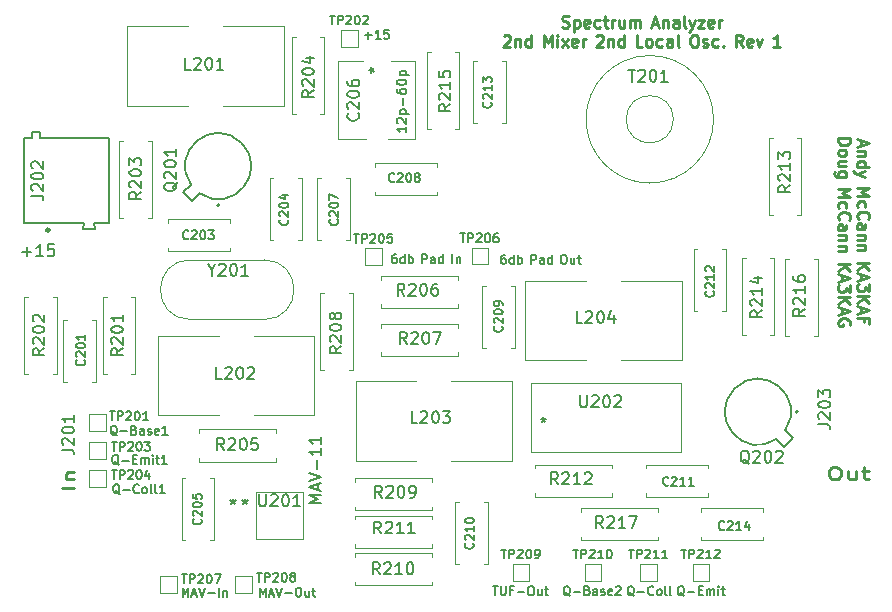
<source format=gbr>
G04 #@! TF.GenerationSoftware,KiCad,Pcbnew,(7.0.0)*
G04 #@! TF.CreationDate,2023-03-14T20:30:01-04:00*
G04 #@! TF.ProjectId,2ndmixer-2ndlo,326e646d-6978-4657-922d-326e646c6f2e,1*
G04 #@! TF.SameCoordinates,Original*
G04 #@! TF.FileFunction,Legend,Top*
G04 #@! TF.FilePolarity,Positive*
%FSLAX46Y46*%
G04 Gerber Fmt 4.6, Leading zero omitted, Abs format (unit mm)*
G04 Created by KiCad (PCBNEW (7.0.0)) date 2023-03-14 20:30:01*
%MOMM*%
%LPD*%
G01*
G04 APERTURE LIST*
%ADD10C,0.200000*%
%ADD11C,0.250000*%
%ADD12C,0.150000*%
%ADD13C,0.120000*%
%ADD14C,0.300000*%
%ADD15C,0.127000*%
G04 APERTURE END LIST*
D10*
X134759867Y-95338028D02*
X135521772Y-95338028D01*
X135140819Y-95718980D02*
X135140819Y-94957076D01*
X136521771Y-95718980D02*
X135950343Y-95718980D01*
X136236057Y-95718980D02*
X136236057Y-94718980D01*
X136236057Y-94718980D02*
X136140819Y-94861838D01*
X136140819Y-94861838D02*
X136045581Y-94957076D01*
X136045581Y-94957076D02*
X135950343Y-95004695D01*
X137426533Y-94718980D02*
X136950343Y-94718980D01*
X136950343Y-94718980D02*
X136902724Y-95195171D01*
X136902724Y-95195171D02*
X136950343Y-95147552D01*
X136950343Y-95147552D02*
X137045581Y-95099933D01*
X137045581Y-95099933D02*
X137283676Y-95099933D01*
X137283676Y-95099933D02*
X137378914Y-95147552D01*
X137378914Y-95147552D02*
X137426533Y-95195171D01*
X137426533Y-95195171D02*
X137474152Y-95290409D01*
X137474152Y-95290409D02*
X137474152Y-95528504D01*
X137474152Y-95528504D02*
X137426533Y-95623742D01*
X137426533Y-95623742D02*
X137378914Y-95671361D01*
X137378914Y-95671361D02*
X137283676Y-95718980D01*
X137283676Y-95718980D02*
X137045581Y-95718980D01*
X137045581Y-95718980D02*
X136950343Y-95671361D01*
X136950343Y-95671361D02*
X136902724Y-95623742D01*
D11*
X139112980Y-115334171D02*
X138112980Y-115334171D01*
X138446314Y-114619885D02*
X139112980Y-114619885D01*
X138541552Y-114619885D02*
X138493933Y-114548456D01*
X138493933Y-114548456D02*
X138446314Y-114405599D01*
X138446314Y-114405599D02*
X138446314Y-114191313D01*
X138446314Y-114191313D02*
X138493933Y-114048456D01*
X138493933Y-114048456D02*
X138589171Y-113977028D01*
X138589171Y-113977028D02*
X139112980Y-113977028D01*
X203397800Y-113591180D02*
X203683514Y-113591180D01*
X203683514Y-113591180D02*
X203826371Y-113638800D01*
X203826371Y-113638800D02*
X203969228Y-113734038D01*
X203969228Y-113734038D02*
X204040657Y-113924514D01*
X204040657Y-113924514D02*
X204040657Y-114257847D01*
X204040657Y-114257847D02*
X203969228Y-114448323D01*
X203969228Y-114448323D02*
X203826371Y-114543561D01*
X203826371Y-114543561D02*
X203683514Y-114591180D01*
X203683514Y-114591180D02*
X203397800Y-114591180D01*
X203397800Y-114591180D02*
X203254943Y-114543561D01*
X203254943Y-114543561D02*
X203112085Y-114448323D01*
X203112085Y-114448323D02*
X203040657Y-114257847D01*
X203040657Y-114257847D02*
X203040657Y-113924514D01*
X203040657Y-113924514D02*
X203112085Y-113734038D01*
X203112085Y-113734038D02*
X203254943Y-113638800D01*
X203254943Y-113638800D02*
X203397800Y-113591180D01*
X205326372Y-113924514D02*
X205326372Y-114591180D01*
X204683514Y-113924514D02*
X204683514Y-114448323D01*
X204683514Y-114448323D02*
X204754943Y-114543561D01*
X204754943Y-114543561D02*
X204897800Y-114591180D01*
X204897800Y-114591180D02*
X205112086Y-114591180D01*
X205112086Y-114591180D02*
X205254943Y-114543561D01*
X205254943Y-114543561D02*
X205326372Y-114495942D01*
X205826372Y-113924514D02*
X206397800Y-113924514D01*
X206040657Y-113591180D02*
X206040657Y-114448323D01*
X206040657Y-114448323D02*
X206112086Y-114543561D01*
X206112086Y-114543561D02*
X206254943Y-114591180D01*
X206254943Y-114591180D02*
X206397800Y-114591180D01*
X205742533Y-85906942D02*
X205742533Y-86383132D01*
X205456819Y-85811704D02*
X206456819Y-86145037D01*
X206456819Y-86145037D02*
X205456819Y-86478370D01*
X206123485Y-86811704D02*
X205456819Y-86811704D01*
X206028247Y-86811704D02*
X206075866Y-86859323D01*
X206075866Y-86859323D02*
X206123485Y-86954561D01*
X206123485Y-86954561D02*
X206123485Y-87097418D01*
X206123485Y-87097418D02*
X206075866Y-87192656D01*
X206075866Y-87192656D02*
X205980628Y-87240275D01*
X205980628Y-87240275D02*
X205456819Y-87240275D01*
X205456819Y-88145037D02*
X206456819Y-88145037D01*
X205504438Y-88145037D02*
X205456819Y-88049799D01*
X205456819Y-88049799D02*
X205456819Y-87859323D01*
X205456819Y-87859323D02*
X205504438Y-87764085D01*
X205504438Y-87764085D02*
X205552057Y-87716466D01*
X205552057Y-87716466D02*
X205647295Y-87668847D01*
X205647295Y-87668847D02*
X205933009Y-87668847D01*
X205933009Y-87668847D02*
X206028247Y-87716466D01*
X206028247Y-87716466D02*
X206075866Y-87764085D01*
X206075866Y-87764085D02*
X206123485Y-87859323D01*
X206123485Y-87859323D02*
X206123485Y-88049799D01*
X206123485Y-88049799D02*
X206075866Y-88145037D01*
X206123485Y-88525990D02*
X205456819Y-88764085D01*
X206123485Y-89002180D02*
X205456819Y-88764085D01*
X205456819Y-88764085D02*
X205218723Y-88668847D01*
X205218723Y-88668847D02*
X205171104Y-88621228D01*
X205171104Y-88621228D02*
X205123485Y-88525990D01*
X205456819Y-89983133D02*
X206456819Y-89983133D01*
X206456819Y-89983133D02*
X205742533Y-90316466D01*
X205742533Y-90316466D02*
X206456819Y-90649799D01*
X206456819Y-90649799D02*
X205456819Y-90649799D01*
X205504438Y-91554561D02*
X205456819Y-91459323D01*
X205456819Y-91459323D02*
X205456819Y-91268847D01*
X205456819Y-91268847D02*
X205504438Y-91173609D01*
X205504438Y-91173609D02*
X205552057Y-91125990D01*
X205552057Y-91125990D02*
X205647295Y-91078371D01*
X205647295Y-91078371D02*
X205933009Y-91078371D01*
X205933009Y-91078371D02*
X206028247Y-91125990D01*
X206028247Y-91125990D02*
X206075866Y-91173609D01*
X206075866Y-91173609D02*
X206123485Y-91268847D01*
X206123485Y-91268847D02*
X206123485Y-91459323D01*
X206123485Y-91459323D02*
X206075866Y-91554561D01*
X205552057Y-92554561D02*
X205504438Y-92506942D01*
X205504438Y-92506942D02*
X205456819Y-92364085D01*
X205456819Y-92364085D02*
X205456819Y-92268847D01*
X205456819Y-92268847D02*
X205504438Y-92125990D01*
X205504438Y-92125990D02*
X205599676Y-92030752D01*
X205599676Y-92030752D02*
X205694914Y-91983133D01*
X205694914Y-91983133D02*
X205885390Y-91935514D01*
X205885390Y-91935514D02*
X206028247Y-91935514D01*
X206028247Y-91935514D02*
X206218723Y-91983133D01*
X206218723Y-91983133D02*
X206313961Y-92030752D01*
X206313961Y-92030752D02*
X206409200Y-92125990D01*
X206409200Y-92125990D02*
X206456819Y-92268847D01*
X206456819Y-92268847D02*
X206456819Y-92364085D01*
X206456819Y-92364085D02*
X206409200Y-92506942D01*
X206409200Y-92506942D02*
X206361580Y-92554561D01*
X205456819Y-93411704D02*
X205980628Y-93411704D01*
X205980628Y-93411704D02*
X206075866Y-93364085D01*
X206075866Y-93364085D02*
X206123485Y-93268847D01*
X206123485Y-93268847D02*
X206123485Y-93078371D01*
X206123485Y-93078371D02*
X206075866Y-92983133D01*
X205504438Y-93411704D02*
X205456819Y-93316466D01*
X205456819Y-93316466D02*
X205456819Y-93078371D01*
X205456819Y-93078371D02*
X205504438Y-92983133D01*
X205504438Y-92983133D02*
X205599676Y-92935514D01*
X205599676Y-92935514D02*
X205694914Y-92935514D01*
X205694914Y-92935514D02*
X205790152Y-92983133D01*
X205790152Y-92983133D02*
X205837771Y-93078371D01*
X205837771Y-93078371D02*
X205837771Y-93316466D01*
X205837771Y-93316466D02*
X205885390Y-93411704D01*
X206123485Y-93887895D02*
X205456819Y-93887895D01*
X206028247Y-93887895D02*
X206075866Y-93935514D01*
X206075866Y-93935514D02*
X206123485Y-94030752D01*
X206123485Y-94030752D02*
X206123485Y-94173609D01*
X206123485Y-94173609D02*
X206075866Y-94268847D01*
X206075866Y-94268847D02*
X205980628Y-94316466D01*
X205980628Y-94316466D02*
X205456819Y-94316466D01*
X206123485Y-94792657D02*
X205456819Y-94792657D01*
X206028247Y-94792657D02*
X206075866Y-94840276D01*
X206075866Y-94840276D02*
X206123485Y-94935514D01*
X206123485Y-94935514D02*
X206123485Y-95078371D01*
X206123485Y-95078371D02*
X206075866Y-95173609D01*
X206075866Y-95173609D02*
X205980628Y-95221228D01*
X205980628Y-95221228D02*
X205456819Y-95221228D01*
X205456819Y-96297419D02*
X206456819Y-96297419D01*
X205456819Y-96868847D02*
X206028247Y-96440276D01*
X206456819Y-96868847D02*
X205885390Y-96297419D01*
X205742533Y-97249800D02*
X205742533Y-97725990D01*
X205456819Y-97154562D02*
X206456819Y-97487895D01*
X206456819Y-97487895D02*
X205456819Y-97821228D01*
X206456819Y-98059324D02*
X206456819Y-98678371D01*
X206456819Y-98678371D02*
X206075866Y-98345038D01*
X206075866Y-98345038D02*
X206075866Y-98487895D01*
X206075866Y-98487895D02*
X206028247Y-98583133D01*
X206028247Y-98583133D02*
X205980628Y-98630752D01*
X205980628Y-98630752D02*
X205885390Y-98678371D01*
X205885390Y-98678371D02*
X205647295Y-98678371D01*
X205647295Y-98678371D02*
X205552057Y-98630752D01*
X205552057Y-98630752D02*
X205504438Y-98583133D01*
X205504438Y-98583133D02*
X205456819Y-98487895D01*
X205456819Y-98487895D02*
X205456819Y-98202181D01*
X205456819Y-98202181D02*
X205504438Y-98106943D01*
X205504438Y-98106943D02*
X205552057Y-98059324D01*
X205456819Y-99106943D02*
X206456819Y-99106943D01*
X205456819Y-99678371D02*
X206028247Y-99249800D01*
X206456819Y-99678371D02*
X205885390Y-99106943D01*
X205742533Y-100059324D02*
X205742533Y-100535514D01*
X205456819Y-99964086D02*
X206456819Y-100297419D01*
X206456819Y-100297419D02*
X205456819Y-100630752D01*
X205980628Y-101297419D02*
X205980628Y-100964086D01*
X205456819Y-100964086D02*
X206456819Y-100964086D01*
X206456819Y-100964086D02*
X206456819Y-101440276D01*
X203836819Y-85740276D02*
X204836819Y-85740276D01*
X204836819Y-85740276D02*
X204836819Y-85978371D01*
X204836819Y-85978371D02*
X204789200Y-86121228D01*
X204789200Y-86121228D02*
X204693961Y-86216466D01*
X204693961Y-86216466D02*
X204598723Y-86264085D01*
X204598723Y-86264085D02*
X204408247Y-86311704D01*
X204408247Y-86311704D02*
X204265390Y-86311704D01*
X204265390Y-86311704D02*
X204074914Y-86264085D01*
X204074914Y-86264085D02*
X203979676Y-86216466D01*
X203979676Y-86216466D02*
X203884438Y-86121228D01*
X203884438Y-86121228D02*
X203836819Y-85978371D01*
X203836819Y-85978371D02*
X203836819Y-85740276D01*
X203836819Y-86883133D02*
X203884438Y-86787895D01*
X203884438Y-86787895D02*
X203932057Y-86740276D01*
X203932057Y-86740276D02*
X204027295Y-86692657D01*
X204027295Y-86692657D02*
X204313009Y-86692657D01*
X204313009Y-86692657D02*
X204408247Y-86740276D01*
X204408247Y-86740276D02*
X204455866Y-86787895D01*
X204455866Y-86787895D02*
X204503485Y-86883133D01*
X204503485Y-86883133D02*
X204503485Y-87025990D01*
X204503485Y-87025990D02*
X204455866Y-87121228D01*
X204455866Y-87121228D02*
X204408247Y-87168847D01*
X204408247Y-87168847D02*
X204313009Y-87216466D01*
X204313009Y-87216466D02*
X204027295Y-87216466D01*
X204027295Y-87216466D02*
X203932057Y-87168847D01*
X203932057Y-87168847D02*
X203884438Y-87121228D01*
X203884438Y-87121228D02*
X203836819Y-87025990D01*
X203836819Y-87025990D02*
X203836819Y-86883133D01*
X204503485Y-88073609D02*
X203836819Y-88073609D01*
X204503485Y-87645038D02*
X203979676Y-87645038D01*
X203979676Y-87645038D02*
X203884438Y-87692657D01*
X203884438Y-87692657D02*
X203836819Y-87787895D01*
X203836819Y-87787895D02*
X203836819Y-87930752D01*
X203836819Y-87930752D02*
X203884438Y-88025990D01*
X203884438Y-88025990D02*
X203932057Y-88073609D01*
X204503485Y-88978371D02*
X203693961Y-88978371D01*
X203693961Y-88978371D02*
X203598723Y-88930752D01*
X203598723Y-88930752D02*
X203551104Y-88883133D01*
X203551104Y-88883133D02*
X203503485Y-88787895D01*
X203503485Y-88787895D02*
X203503485Y-88645038D01*
X203503485Y-88645038D02*
X203551104Y-88549800D01*
X203884438Y-88978371D02*
X203836819Y-88883133D01*
X203836819Y-88883133D02*
X203836819Y-88692657D01*
X203836819Y-88692657D02*
X203884438Y-88597419D01*
X203884438Y-88597419D02*
X203932057Y-88549800D01*
X203932057Y-88549800D02*
X204027295Y-88502181D01*
X204027295Y-88502181D02*
X204313009Y-88502181D01*
X204313009Y-88502181D02*
X204408247Y-88549800D01*
X204408247Y-88549800D02*
X204455866Y-88597419D01*
X204455866Y-88597419D02*
X204503485Y-88692657D01*
X204503485Y-88692657D02*
X204503485Y-88883133D01*
X204503485Y-88883133D02*
X204455866Y-88978371D01*
X203836819Y-90054562D02*
X204836819Y-90054562D01*
X204836819Y-90054562D02*
X204122533Y-90387895D01*
X204122533Y-90387895D02*
X204836819Y-90721228D01*
X204836819Y-90721228D02*
X203836819Y-90721228D01*
X203884438Y-91625990D02*
X203836819Y-91530752D01*
X203836819Y-91530752D02*
X203836819Y-91340276D01*
X203836819Y-91340276D02*
X203884438Y-91245038D01*
X203884438Y-91245038D02*
X203932057Y-91197419D01*
X203932057Y-91197419D02*
X204027295Y-91149800D01*
X204027295Y-91149800D02*
X204313009Y-91149800D01*
X204313009Y-91149800D02*
X204408247Y-91197419D01*
X204408247Y-91197419D02*
X204455866Y-91245038D01*
X204455866Y-91245038D02*
X204503485Y-91340276D01*
X204503485Y-91340276D02*
X204503485Y-91530752D01*
X204503485Y-91530752D02*
X204455866Y-91625990D01*
X203932057Y-92625990D02*
X203884438Y-92578371D01*
X203884438Y-92578371D02*
X203836819Y-92435514D01*
X203836819Y-92435514D02*
X203836819Y-92340276D01*
X203836819Y-92340276D02*
X203884438Y-92197419D01*
X203884438Y-92197419D02*
X203979676Y-92102181D01*
X203979676Y-92102181D02*
X204074914Y-92054562D01*
X204074914Y-92054562D02*
X204265390Y-92006943D01*
X204265390Y-92006943D02*
X204408247Y-92006943D01*
X204408247Y-92006943D02*
X204598723Y-92054562D01*
X204598723Y-92054562D02*
X204693961Y-92102181D01*
X204693961Y-92102181D02*
X204789200Y-92197419D01*
X204789200Y-92197419D02*
X204836819Y-92340276D01*
X204836819Y-92340276D02*
X204836819Y-92435514D01*
X204836819Y-92435514D02*
X204789200Y-92578371D01*
X204789200Y-92578371D02*
X204741580Y-92625990D01*
X203836819Y-93483133D02*
X204360628Y-93483133D01*
X204360628Y-93483133D02*
X204455866Y-93435514D01*
X204455866Y-93435514D02*
X204503485Y-93340276D01*
X204503485Y-93340276D02*
X204503485Y-93149800D01*
X204503485Y-93149800D02*
X204455866Y-93054562D01*
X203884438Y-93483133D02*
X203836819Y-93387895D01*
X203836819Y-93387895D02*
X203836819Y-93149800D01*
X203836819Y-93149800D02*
X203884438Y-93054562D01*
X203884438Y-93054562D02*
X203979676Y-93006943D01*
X203979676Y-93006943D02*
X204074914Y-93006943D01*
X204074914Y-93006943D02*
X204170152Y-93054562D01*
X204170152Y-93054562D02*
X204217771Y-93149800D01*
X204217771Y-93149800D02*
X204217771Y-93387895D01*
X204217771Y-93387895D02*
X204265390Y-93483133D01*
X204503485Y-93959324D02*
X203836819Y-93959324D01*
X204408247Y-93959324D02*
X204455866Y-94006943D01*
X204455866Y-94006943D02*
X204503485Y-94102181D01*
X204503485Y-94102181D02*
X204503485Y-94245038D01*
X204503485Y-94245038D02*
X204455866Y-94340276D01*
X204455866Y-94340276D02*
X204360628Y-94387895D01*
X204360628Y-94387895D02*
X203836819Y-94387895D01*
X204503485Y-94864086D02*
X203836819Y-94864086D01*
X204408247Y-94864086D02*
X204455866Y-94911705D01*
X204455866Y-94911705D02*
X204503485Y-95006943D01*
X204503485Y-95006943D02*
X204503485Y-95149800D01*
X204503485Y-95149800D02*
X204455866Y-95245038D01*
X204455866Y-95245038D02*
X204360628Y-95292657D01*
X204360628Y-95292657D02*
X203836819Y-95292657D01*
X203836819Y-96368848D02*
X204836819Y-96368848D01*
X203836819Y-96940276D02*
X204408247Y-96511705D01*
X204836819Y-96940276D02*
X204265390Y-96368848D01*
X204122533Y-97321229D02*
X204122533Y-97797419D01*
X203836819Y-97225991D02*
X204836819Y-97559324D01*
X204836819Y-97559324D02*
X203836819Y-97892657D01*
X204836819Y-98130753D02*
X204836819Y-98749800D01*
X204836819Y-98749800D02*
X204455866Y-98416467D01*
X204455866Y-98416467D02*
X204455866Y-98559324D01*
X204455866Y-98559324D02*
X204408247Y-98654562D01*
X204408247Y-98654562D02*
X204360628Y-98702181D01*
X204360628Y-98702181D02*
X204265390Y-98749800D01*
X204265390Y-98749800D02*
X204027295Y-98749800D01*
X204027295Y-98749800D02*
X203932057Y-98702181D01*
X203932057Y-98702181D02*
X203884438Y-98654562D01*
X203884438Y-98654562D02*
X203836819Y-98559324D01*
X203836819Y-98559324D02*
X203836819Y-98273610D01*
X203836819Y-98273610D02*
X203884438Y-98178372D01*
X203884438Y-98178372D02*
X203932057Y-98130753D01*
X203836819Y-99178372D02*
X204836819Y-99178372D01*
X203836819Y-99749800D02*
X204408247Y-99321229D01*
X204836819Y-99749800D02*
X204265390Y-99178372D01*
X204122533Y-100130753D02*
X204122533Y-100606943D01*
X203836819Y-100035515D02*
X204836819Y-100368848D01*
X204836819Y-100368848D02*
X203836819Y-100702181D01*
X204789200Y-101559324D02*
X204836819Y-101464086D01*
X204836819Y-101464086D02*
X204836819Y-101321229D01*
X204836819Y-101321229D02*
X204789200Y-101178372D01*
X204789200Y-101178372D02*
X204693961Y-101083134D01*
X204693961Y-101083134D02*
X204598723Y-101035515D01*
X204598723Y-101035515D02*
X204408247Y-100987896D01*
X204408247Y-100987896D02*
X204265390Y-100987896D01*
X204265390Y-100987896D02*
X204074914Y-101035515D01*
X204074914Y-101035515D02*
X203979676Y-101083134D01*
X203979676Y-101083134D02*
X203884438Y-101178372D01*
X203884438Y-101178372D02*
X203836819Y-101321229D01*
X203836819Y-101321229D02*
X203836819Y-101416467D01*
X203836819Y-101416467D02*
X203884438Y-101559324D01*
X203884438Y-101559324D02*
X203932057Y-101606943D01*
X203932057Y-101606943D02*
X204265390Y-101606943D01*
X204265390Y-101606943D02*
X204265390Y-101416467D01*
X180469427Y-76319361D02*
X180612284Y-76366980D01*
X180612284Y-76366980D02*
X180850379Y-76366980D01*
X180850379Y-76366980D02*
X180945617Y-76319361D01*
X180945617Y-76319361D02*
X180993236Y-76271742D01*
X180993236Y-76271742D02*
X181040855Y-76176504D01*
X181040855Y-76176504D02*
X181040855Y-76081266D01*
X181040855Y-76081266D02*
X180993236Y-75986028D01*
X180993236Y-75986028D02*
X180945617Y-75938409D01*
X180945617Y-75938409D02*
X180850379Y-75890790D01*
X180850379Y-75890790D02*
X180659903Y-75843171D01*
X180659903Y-75843171D02*
X180564665Y-75795552D01*
X180564665Y-75795552D02*
X180517046Y-75747933D01*
X180517046Y-75747933D02*
X180469427Y-75652695D01*
X180469427Y-75652695D02*
X180469427Y-75557457D01*
X180469427Y-75557457D02*
X180517046Y-75462219D01*
X180517046Y-75462219D02*
X180564665Y-75414600D01*
X180564665Y-75414600D02*
X180659903Y-75366980D01*
X180659903Y-75366980D02*
X180897998Y-75366980D01*
X180897998Y-75366980D02*
X181040855Y-75414600D01*
X181469427Y-75700314D02*
X181469427Y-76700314D01*
X181469427Y-75747933D02*
X181564665Y-75700314D01*
X181564665Y-75700314D02*
X181755141Y-75700314D01*
X181755141Y-75700314D02*
X181850379Y-75747933D01*
X181850379Y-75747933D02*
X181897998Y-75795552D01*
X181897998Y-75795552D02*
X181945617Y-75890790D01*
X181945617Y-75890790D02*
X181945617Y-76176504D01*
X181945617Y-76176504D02*
X181897998Y-76271742D01*
X181897998Y-76271742D02*
X181850379Y-76319361D01*
X181850379Y-76319361D02*
X181755141Y-76366980D01*
X181755141Y-76366980D02*
X181564665Y-76366980D01*
X181564665Y-76366980D02*
X181469427Y-76319361D01*
X182755141Y-76319361D02*
X182659903Y-76366980D01*
X182659903Y-76366980D02*
X182469427Y-76366980D01*
X182469427Y-76366980D02*
X182374189Y-76319361D01*
X182374189Y-76319361D02*
X182326570Y-76224123D01*
X182326570Y-76224123D02*
X182326570Y-75843171D01*
X182326570Y-75843171D02*
X182374189Y-75747933D01*
X182374189Y-75747933D02*
X182469427Y-75700314D01*
X182469427Y-75700314D02*
X182659903Y-75700314D01*
X182659903Y-75700314D02*
X182755141Y-75747933D01*
X182755141Y-75747933D02*
X182802760Y-75843171D01*
X182802760Y-75843171D02*
X182802760Y-75938409D01*
X182802760Y-75938409D02*
X182326570Y-76033647D01*
X183659903Y-76319361D02*
X183564665Y-76366980D01*
X183564665Y-76366980D02*
X183374189Y-76366980D01*
X183374189Y-76366980D02*
X183278951Y-76319361D01*
X183278951Y-76319361D02*
X183231332Y-76271742D01*
X183231332Y-76271742D02*
X183183713Y-76176504D01*
X183183713Y-76176504D02*
X183183713Y-75890790D01*
X183183713Y-75890790D02*
X183231332Y-75795552D01*
X183231332Y-75795552D02*
X183278951Y-75747933D01*
X183278951Y-75747933D02*
X183374189Y-75700314D01*
X183374189Y-75700314D02*
X183564665Y-75700314D01*
X183564665Y-75700314D02*
X183659903Y-75747933D01*
X183945618Y-75700314D02*
X184326570Y-75700314D01*
X184088475Y-75366980D02*
X184088475Y-76224123D01*
X184088475Y-76224123D02*
X184136094Y-76319361D01*
X184136094Y-76319361D02*
X184231332Y-76366980D01*
X184231332Y-76366980D02*
X184326570Y-76366980D01*
X184659904Y-76366980D02*
X184659904Y-75700314D01*
X184659904Y-75890790D02*
X184707523Y-75795552D01*
X184707523Y-75795552D02*
X184755142Y-75747933D01*
X184755142Y-75747933D02*
X184850380Y-75700314D01*
X184850380Y-75700314D02*
X184945618Y-75700314D01*
X185707523Y-75700314D02*
X185707523Y-76366980D01*
X185278952Y-75700314D02*
X185278952Y-76224123D01*
X185278952Y-76224123D02*
X185326571Y-76319361D01*
X185326571Y-76319361D02*
X185421809Y-76366980D01*
X185421809Y-76366980D02*
X185564666Y-76366980D01*
X185564666Y-76366980D02*
X185659904Y-76319361D01*
X185659904Y-76319361D02*
X185707523Y-76271742D01*
X186183714Y-76366980D02*
X186183714Y-75700314D01*
X186183714Y-75795552D02*
X186231333Y-75747933D01*
X186231333Y-75747933D02*
X186326571Y-75700314D01*
X186326571Y-75700314D02*
X186469428Y-75700314D01*
X186469428Y-75700314D02*
X186564666Y-75747933D01*
X186564666Y-75747933D02*
X186612285Y-75843171D01*
X186612285Y-75843171D02*
X186612285Y-76366980D01*
X186612285Y-75843171D02*
X186659904Y-75747933D01*
X186659904Y-75747933D02*
X186755142Y-75700314D01*
X186755142Y-75700314D02*
X186897999Y-75700314D01*
X186897999Y-75700314D02*
X186993238Y-75747933D01*
X186993238Y-75747933D02*
X187040857Y-75843171D01*
X187040857Y-75843171D02*
X187040857Y-76366980D01*
X188069428Y-76081266D02*
X188545618Y-76081266D01*
X187974190Y-76366980D02*
X188307523Y-75366980D01*
X188307523Y-75366980D02*
X188640856Y-76366980D01*
X188974190Y-75700314D02*
X188974190Y-76366980D01*
X188974190Y-75795552D02*
X189021809Y-75747933D01*
X189021809Y-75747933D02*
X189117047Y-75700314D01*
X189117047Y-75700314D02*
X189259904Y-75700314D01*
X189259904Y-75700314D02*
X189355142Y-75747933D01*
X189355142Y-75747933D02*
X189402761Y-75843171D01*
X189402761Y-75843171D02*
X189402761Y-76366980D01*
X190307523Y-76366980D02*
X190307523Y-75843171D01*
X190307523Y-75843171D02*
X190259904Y-75747933D01*
X190259904Y-75747933D02*
X190164666Y-75700314D01*
X190164666Y-75700314D02*
X189974190Y-75700314D01*
X189974190Y-75700314D02*
X189878952Y-75747933D01*
X190307523Y-76319361D02*
X190212285Y-76366980D01*
X190212285Y-76366980D02*
X189974190Y-76366980D01*
X189974190Y-76366980D02*
X189878952Y-76319361D01*
X189878952Y-76319361D02*
X189831333Y-76224123D01*
X189831333Y-76224123D02*
X189831333Y-76128885D01*
X189831333Y-76128885D02*
X189878952Y-76033647D01*
X189878952Y-76033647D02*
X189974190Y-75986028D01*
X189974190Y-75986028D02*
X190212285Y-75986028D01*
X190212285Y-75986028D02*
X190307523Y-75938409D01*
X190926571Y-76366980D02*
X190831333Y-76319361D01*
X190831333Y-76319361D02*
X190783714Y-76224123D01*
X190783714Y-76224123D02*
X190783714Y-75366980D01*
X191212286Y-75700314D02*
X191450381Y-76366980D01*
X191688476Y-75700314D02*
X191450381Y-76366980D01*
X191450381Y-76366980D02*
X191355143Y-76605076D01*
X191355143Y-76605076D02*
X191307524Y-76652695D01*
X191307524Y-76652695D02*
X191212286Y-76700314D01*
X191974191Y-75700314D02*
X192498000Y-75700314D01*
X192498000Y-75700314D02*
X191974191Y-76366980D01*
X191974191Y-76366980D02*
X192498000Y-76366980D01*
X193259905Y-76319361D02*
X193164667Y-76366980D01*
X193164667Y-76366980D02*
X192974191Y-76366980D01*
X192974191Y-76366980D02*
X192878953Y-76319361D01*
X192878953Y-76319361D02*
X192831334Y-76224123D01*
X192831334Y-76224123D02*
X192831334Y-75843171D01*
X192831334Y-75843171D02*
X192878953Y-75747933D01*
X192878953Y-75747933D02*
X192974191Y-75700314D01*
X192974191Y-75700314D02*
X193164667Y-75700314D01*
X193164667Y-75700314D02*
X193259905Y-75747933D01*
X193259905Y-75747933D02*
X193307524Y-75843171D01*
X193307524Y-75843171D02*
X193307524Y-75938409D01*
X193307524Y-75938409D02*
X192831334Y-76033647D01*
X193736096Y-76366980D02*
X193736096Y-75700314D01*
X193736096Y-75890790D02*
X193783715Y-75795552D01*
X193783715Y-75795552D02*
X193831334Y-75747933D01*
X193831334Y-75747933D02*
X193926572Y-75700314D01*
X193926572Y-75700314D02*
X194021810Y-75700314D01*
X175493237Y-77082219D02*
X175540856Y-77034600D01*
X175540856Y-77034600D02*
X175636094Y-76986980D01*
X175636094Y-76986980D02*
X175874189Y-76986980D01*
X175874189Y-76986980D02*
X175969427Y-77034600D01*
X175969427Y-77034600D02*
X176017046Y-77082219D01*
X176017046Y-77082219D02*
X176064665Y-77177457D01*
X176064665Y-77177457D02*
X176064665Y-77272695D01*
X176064665Y-77272695D02*
X176017046Y-77415552D01*
X176017046Y-77415552D02*
X175445618Y-77986980D01*
X175445618Y-77986980D02*
X176064665Y-77986980D01*
X176493237Y-77320314D02*
X176493237Y-77986980D01*
X176493237Y-77415552D02*
X176540856Y-77367933D01*
X176540856Y-77367933D02*
X176636094Y-77320314D01*
X176636094Y-77320314D02*
X176778951Y-77320314D01*
X176778951Y-77320314D02*
X176874189Y-77367933D01*
X176874189Y-77367933D02*
X176921808Y-77463171D01*
X176921808Y-77463171D02*
X176921808Y-77986980D01*
X177826570Y-77986980D02*
X177826570Y-76986980D01*
X177826570Y-77939361D02*
X177731332Y-77986980D01*
X177731332Y-77986980D02*
X177540856Y-77986980D01*
X177540856Y-77986980D02*
X177445618Y-77939361D01*
X177445618Y-77939361D02*
X177397999Y-77891742D01*
X177397999Y-77891742D02*
X177350380Y-77796504D01*
X177350380Y-77796504D02*
X177350380Y-77510790D01*
X177350380Y-77510790D02*
X177397999Y-77415552D01*
X177397999Y-77415552D02*
X177445618Y-77367933D01*
X177445618Y-77367933D02*
X177540856Y-77320314D01*
X177540856Y-77320314D02*
X177731332Y-77320314D01*
X177731332Y-77320314D02*
X177826570Y-77367933D01*
X178902761Y-77986980D02*
X178902761Y-76986980D01*
X178902761Y-76986980D02*
X179236094Y-77701266D01*
X179236094Y-77701266D02*
X179569427Y-76986980D01*
X179569427Y-76986980D02*
X179569427Y-77986980D01*
X180045618Y-77986980D02*
X180045618Y-77320314D01*
X180045618Y-76986980D02*
X179997999Y-77034600D01*
X179997999Y-77034600D02*
X180045618Y-77082219D01*
X180045618Y-77082219D02*
X180093237Y-77034600D01*
X180093237Y-77034600D02*
X180045618Y-76986980D01*
X180045618Y-76986980D02*
X180045618Y-77082219D01*
X180426570Y-77986980D02*
X180950379Y-77320314D01*
X180426570Y-77320314D02*
X180950379Y-77986980D01*
X181712284Y-77939361D02*
X181617046Y-77986980D01*
X181617046Y-77986980D02*
X181426570Y-77986980D01*
X181426570Y-77986980D02*
X181331332Y-77939361D01*
X181331332Y-77939361D02*
X181283713Y-77844123D01*
X181283713Y-77844123D02*
X181283713Y-77463171D01*
X181283713Y-77463171D02*
X181331332Y-77367933D01*
X181331332Y-77367933D02*
X181426570Y-77320314D01*
X181426570Y-77320314D02*
X181617046Y-77320314D01*
X181617046Y-77320314D02*
X181712284Y-77367933D01*
X181712284Y-77367933D02*
X181759903Y-77463171D01*
X181759903Y-77463171D02*
X181759903Y-77558409D01*
X181759903Y-77558409D02*
X181283713Y-77653647D01*
X182188475Y-77986980D02*
X182188475Y-77320314D01*
X182188475Y-77510790D02*
X182236094Y-77415552D01*
X182236094Y-77415552D02*
X182283713Y-77367933D01*
X182283713Y-77367933D02*
X182378951Y-77320314D01*
X182378951Y-77320314D02*
X182474189Y-77320314D01*
X183359904Y-77082219D02*
X183407523Y-77034600D01*
X183407523Y-77034600D02*
X183502761Y-76986980D01*
X183502761Y-76986980D02*
X183740856Y-76986980D01*
X183740856Y-76986980D02*
X183836094Y-77034600D01*
X183836094Y-77034600D02*
X183883713Y-77082219D01*
X183883713Y-77082219D02*
X183931332Y-77177457D01*
X183931332Y-77177457D02*
X183931332Y-77272695D01*
X183931332Y-77272695D02*
X183883713Y-77415552D01*
X183883713Y-77415552D02*
X183312285Y-77986980D01*
X183312285Y-77986980D02*
X183931332Y-77986980D01*
X184359904Y-77320314D02*
X184359904Y-77986980D01*
X184359904Y-77415552D02*
X184407523Y-77367933D01*
X184407523Y-77367933D02*
X184502761Y-77320314D01*
X184502761Y-77320314D02*
X184645618Y-77320314D01*
X184645618Y-77320314D02*
X184740856Y-77367933D01*
X184740856Y-77367933D02*
X184788475Y-77463171D01*
X184788475Y-77463171D02*
X184788475Y-77986980D01*
X185693237Y-77986980D02*
X185693237Y-76986980D01*
X185693237Y-77939361D02*
X185597999Y-77986980D01*
X185597999Y-77986980D02*
X185407523Y-77986980D01*
X185407523Y-77986980D02*
X185312285Y-77939361D01*
X185312285Y-77939361D02*
X185264666Y-77891742D01*
X185264666Y-77891742D02*
X185217047Y-77796504D01*
X185217047Y-77796504D02*
X185217047Y-77510790D01*
X185217047Y-77510790D02*
X185264666Y-77415552D01*
X185264666Y-77415552D02*
X185312285Y-77367933D01*
X185312285Y-77367933D02*
X185407523Y-77320314D01*
X185407523Y-77320314D02*
X185597999Y-77320314D01*
X185597999Y-77320314D02*
X185693237Y-77367933D01*
X187245618Y-77986980D02*
X186769428Y-77986980D01*
X186769428Y-77986980D02*
X186769428Y-76986980D01*
X187721809Y-77986980D02*
X187626571Y-77939361D01*
X187626571Y-77939361D02*
X187578952Y-77891742D01*
X187578952Y-77891742D02*
X187531333Y-77796504D01*
X187531333Y-77796504D02*
X187531333Y-77510790D01*
X187531333Y-77510790D02*
X187578952Y-77415552D01*
X187578952Y-77415552D02*
X187626571Y-77367933D01*
X187626571Y-77367933D02*
X187721809Y-77320314D01*
X187721809Y-77320314D02*
X187864666Y-77320314D01*
X187864666Y-77320314D02*
X187959904Y-77367933D01*
X187959904Y-77367933D02*
X188007523Y-77415552D01*
X188007523Y-77415552D02*
X188055142Y-77510790D01*
X188055142Y-77510790D02*
X188055142Y-77796504D01*
X188055142Y-77796504D02*
X188007523Y-77891742D01*
X188007523Y-77891742D02*
X187959904Y-77939361D01*
X187959904Y-77939361D02*
X187864666Y-77986980D01*
X187864666Y-77986980D02*
X187721809Y-77986980D01*
X188912285Y-77939361D02*
X188817047Y-77986980D01*
X188817047Y-77986980D02*
X188626571Y-77986980D01*
X188626571Y-77986980D02*
X188531333Y-77939361D01*
X188531333Y-77939361D02*
X188483714Y-77891742D01*
X188483714Y-77891742D02*
X188436095Y-77796504D01*
X188436095Y-77796504D02*
X188436095Y-77510790D01*
X188436095Y-77510790D02*
X188483714Y-77415552D01*
X188483714Y-77415552D02*
X188531333Y-77367933D01*
X188531333Y-77367933D02*
X188626571Y-77320314D01*
X188626571Y-77320314D02*
X188817047Y-77320314D01*
X188817047Y-77320314D02*
X188912285Y-77367933D01*
X189769428Y-77986980D02*
X189769428Y-77463171D01*
X189769428Y-77463171D02*
X189721809Y-77367933D01*
X189721809Y-77367933D02*
X189626571Y-77320314D01*
X189626571Y-77320314D02*
X189436095Y-77320314D01*
X189436095Y-77320314D02*
X189340857Y-77367933D01*
X189769428Y-77939361D02*
X189674190Y-77986980D01*
X189674190Y-77986980D02*
X189436095Y-77986980D01*
X189436095Y-77986980D02*
X189340857Y-77939361D01*
X189340857Y-77939361D02*
X189293238Y-77844123D01*
X189293238Y-77844123D02*
X189293238Y-77748885D01*
X189293238Y-77748885D02*
X189340857Y-77653647D01*
X189340857Y-77653647D02*
X189436095Y-77606028D01*
X189436095Y-77606028D02*
X189674190Y-77606028D01*
X189674190Y-77606028D02*
X189769428Y-77558409D01*
X190388476Y-77986980D02*
X190293238Y-77939361D01*
X190293238Y-77939361D02*
X190245619Y-77844123D01*
X190245619Y-77844123D02*
X190245619Y-76986980D01*
X191559905Y-76986980D02*
X191750381Y-76986980D01*
X191750381Y-76986980D02*
X191845619Y-77034600D01*
X191845619Y-77034600D02*
X191940857Y-77129838D01*
X191940857Y-77129838D02*
X191988476Y-77320314D01*
X191988476Y-77320314D02*
X191988476Y-77653647D01*
X191988476Y-77653647D02*
X191940857Y-77844123D01*
X191940857Y-77844123D02*
X191845619Y-77939361D01*
X191845619Y-77939361D02*
X191750381Y-77986980D01*
X191750381Y-77986980D02*
X191559905Y-77986980D01*
X191559905Y-77986980D02*
X191464667Y-77939361D01*
X191464667Y-77939361D02*
X191369429Y-77844123D01*
X191369429Y-77844123D02*
X191321810Y-77653647D01*
X191321810Y-77653647D02*
X191321810Y-77320314D01*
X191321810Y-77320314D02*
X191369429Y-77129838D01*
X191369429Y-77129838D02*
X191464667Y-77034600D01*
X191464667Y-77034600D02*
X191559905Y-76986980D01*
X192369429Y-77939361D02*
X192464667Y-77986980D01*
X192464667Y-77986980D02*
X192655143Y-77986980D01*
X192655143Y-77986980D02*
X192750381Y-77939361D01*
X192750381Y-77939361D02*
X192798000Y-77844123D01*
X192798000Y-77844123D02*
X192798000Y-77796504D01*
X192798000Y-77796504D02*
X192750381Y-77701266D01*
X192750381Y-77701266D02*
X192655143Y-77653647D01*
X192655143Y-77653647D02*
X192512286Y-77653647D01*
X192512286Y-77653647D02*
X192417048Y-77606028D01*
X192417048Y-77606028D02*
X192369429Y-77510790D01*
X192369429Y-77510790D02*
X192369429Y-77463171D01*
X192369429Y-77463171D02*
X192417048Y-77367933D01*
X192417048Y-77367933D02*
X192512286Y-77320314D01*
X192512286Y-77320314D02*
X192655143Y-77320314D01*
X192655143Y-77320314D02*
X192750381Y-77367933D01*
X193655143Y-77939361D02*
X193559905Y-77986980D01*
X193559905Y-77986980D02*
X193369429Y-77986980D01*
X193369429Y-77986980D02*
X193274191Y-77939361D01*
X193274191Y-77939361D02*
X193226572Y-77891742D01*
X193226572Y-77891742D02*
X193178953Y-77796504D01*
X193178953Y-77796504D02*
X193178953Y-77510790D01*
X193178953Y-77510790D02*
X193226572Y-77415552D01*
X193226572Y-77415552D02*
X193274191Y-77367933D01*
X193274191Y-77367933D02*
X193369429Y-77320314D01*
X193369429Y-77320314D02*
X193559905Y-77320314D01*
X193559905Y-77320314D02*
X193655143Y-77367933D01*
X194083715Y-77891742D02*
X194131334Y-77939361D01*
X194131334Y-77939361D02*
X194083715Y-77986980D01*
X194083715Y-77986980D02*
X194036096Y-77939361D01*
X194036096Y-77939361D02*
X194083715Y-77891742D01*
X194083715Y-77891742D02*
X194083715Y-77986980D01*
X195731333Y-77986980D02*
X195398000Y-77510790D01*
X195159905Y-77986980D02*
X195159905Y-76986980D01*
X195159905Y-76986980D02*
X195540857Y-76986980D01*
X195540857Y-76986980D02*
X195636095Y-77034600D01*
X195636095Y-77034600D02*
X195683714Y-77082219D01*
X195683714Y-77082219D02*
X195731333Y-77177457D01*
X195731333Y-77177457D02*
X195731333Y-77320314D01*
X195731333Y-77320314D02*
X195683714Y-77415552D01*
X195683714Y-77415552D02*
X195636095Y-77463171D01*
X195636095Y-77463171D02*
X195540857Y-77510790D01*
X195540857Y-77510790D02*
X195159905Y-77510790D01*
X196540857Y-77939361D02*
X196445619Y-77986980D01*
X196445619Y-77986980D02*
X196255143Y-77986980D01*
X196255143Y-77986980D02*
X196159905Y-77939361D01*
X196159905Y-77939361D02*
X196112286Y-77844123D01*
X196112286Y-77844123D02*
X196112286Y-77463171D01*
X196112286Y-77463171D02*
X196159905Y-77367933D01*
X196159905Y-77367933D02*
X196255143Y-77320314D01*
X196255143Y-77320314D02*
X196445619Y-77320314D01*
X196445619Y-77320314D02*
X196540857Y-77367933D01*
X196540857Y-77367933D02*
X196588476Y-77463171D01*
X196588476Y-77463171D02*
X196588476Y-77558409D01*
X196588476Y-77558409D02*
X196112286Y-77653647D01*
X196921810Y-77320314D02*
X197159905Y-77986980D01*
X197159905Y-77986980D02*
X197398000Y-77320314D01*
X198902762Y-77986980D02*
X198331334Y-77986980D01*
X198617048Y-77986980D02*
X198617048Y-76986980D01*
X198617048Y-76986980D02*
X198521810Y-77129838D01*
X198521810Y-77129838D02*
X198426572Y-77225076D01*
X198426572Y-77225076D02*
X198331334Y-77272695D01*
D12*
X142154085Y-108847135D02*
X142582657Y-108847135D01*
X142368371Y-109597135D02*
X142368371Y-108847135D01*
X142832657Y-109597135D02*
X142832657Y-108847135D01*
X142832657Y-108847135D02*
X143118371Y-108847135D01*
X143118371Y-108847135D02*
X143189800Y-108882850D01*
X143189800Y-108882850D02*
X143225514Y-108918564D01*
X143225514Y-108918564D02*
X143261228Y-108989992D01*
X143261228Y-108989992D02*
X143261228Y-109097135D01*
X143261228Y-109097135D02*
X143225514Y-109168564D01*
X143225514Y-109168564D02*
X143189800Y-109204278D01*
X143189800Y-109204278D02*
X143118371Y-109239992D01*
X143118371Y-109239992D02*
X142832657Y-109239992D01*
X143546943Y-108918564D02*
X143582657Y-108882850D01*
X143582657Y-108882850D02*
X143654086Y-108847135D01*
X143654086Y-108847135D02*
X143832657Y-108847135D01*
X143832657Y-108847135D02*
X143904086Y-108882850D01*
X143904086Y-108882850D02*
X143939800Y-108918564D01*
X143939800Y-108918564D02*
X143975514Y-108989992D01*
X143975514Y-108989992D02*
X143975514Y-109061421D01*
X143975514Y-109061421D02*
X143939800Y-109168564D01*
X143939800Y-109168564D02*
X143511228Y-109597135D01*
X143511228Y-109597135D02*
X143975514Y-109597135D01*
X144439800Y-108847135D02*
X144511229Y-108847135D01*
X144511229Y-108847135D02*
X144582657Y-108882850D01*
X144582657Y-108882850D02*
X144618372Y-108918564D01*
X144618372Y-108918564D02*
X144654086Y-108989992D01*
X144654086Y-108989992D02*
X144689800Y-109132850D01*
X144689800Y-109132850D02*
X144689800Y-109311421D01*
X144689800Y-109311421D02*
X144654086Y-109454278D01*
X144654086Y-109454278D02*
X144618372Y-109525707D01*
X144618372Y-109525707D02*
X144582657Y-109561421D01*
X144582657Y-109561421D02*
X144511229Y-109597135D01*
X144511229Y-109597135D02*
X144439800Y-109597135D01*
X144439800Y-109597135D02*
X144368372Y-109561421D01*
X144368372Y-109561421D02*
X144332657Y-109525707D01*
X144332657Y-109525707D02*
X144296943Y-109454278D01*
X144296943Y-109454278D02*
X144261229Y-109311421D01*
X144261229Y-109311421D02*
X144261229Y-109132850D01*
X144261229Y-109132850D02*
X144296943Y-108989992D01*
X144296943Y-108989992D02*
X144332657Y-108918564D01*
X144332657Y-108918564D02*
X144368372Y-108882850D01*
X144368372Y-108882850D02*
X144439800Y-108847135D01*
X145404086Y-109597135D02*
X144975515Y-109597135D01*
X145189800Y-109597135D02*
X145189800Y-108847135D01*
X145189800Y-108847135D02*
X145118372Y-108954278D01*
X145118372Y-108954278D02*
X145046943Y-109025707D01*
X145046943Y-109025707D02*
X144975515Y-109061421D01*
X142761228Y-110887764D02*
X142689799Y-110852050D01*
X142689799Y-110852050D02*
X142618371Y-110780621D01*
X142618371Y-110780621D02*
X142511228Y-110673478D01*
X142511228Y-110673478D02*
X142439799Y-110637764D01*
X142439799Y-110637764D02*
X142368371Y-110637764D01*
X142404085Y-110816335D02*
X142332657Y-110780621D01*
X142332657Y-110780621D02*
X142261228Y-110709192D01*
X142261228Y-110709192D02*
X142225514Y-110566335D01*
X142225514Y-110566335D02*
X142225514Y-110316335D01*
X142225514Y-110316335D02*
X142261228Y-110173478D01*
X142261228Y-110173478D02*
X142332657Y-110102050D01*
X142332657Y-110102050D02*
X142404085Y-110066335D01*
X142404085Y-110066335D02*
X142546942Y-110066335D01*
X142546942Y-110066335D02*
X142618371Y-110102050D01*
X142618371Y-110102050D02*
X142689799Y-110173478D01*
X142689799Y-110173478D02*
X142725514Y-110316335D01*
X142725514Y-110316335D02*
X142725514Y-110566335D01*
X142725514Y-110566335D02*
X142689799Y-110709192D01*
X142689799Y-110709192D02*
X142618371Y-110780621D01*
X142618371Y-110780621D02*
X142546942Y-110816335D01*
X142546942Y-110816335D02*
X142404085Y-110816335D01*
X143046942Y-110530621D02*
X143618371Y-110530621D01*
X144225513Y-110423478D02*
X144332656Y-110459192D01*
X144332656Y-110459192D02*
X144368370Y-110494907D01*
X144368370Y-110494907D02*
X144404084Y-110566335D01*
X144404084Y-110566335D02*
X144404084Y-110673478D01*
X144404084Y-110673478D02*
X144368370Y-110744907D01*
X144368370Y-110744907D02*
X144332656Y-110780621D01*
X144332656Y-110780621D02*
X144261227Y-110816335D01*
X144261227Y-110816335D02*
X143975513Y-110816335D01*
X143975513Y-110816335D02*
X143975513Y-110066335D01*
X143975513Y-110066335D02*
X144225513Y-110066335D01*
X144225513Y-110066335D02*
X144296942Y-110102050D01*
X144296942Y-110102050D02*
X144332656Y-110137764D01*
X144332656Y-110137764D02*
X144368370Y-110209192D01*
X144368370Y-110209192D02*
X144368370Y-110280621D01*
X144368370Y-110280621D02*
X144332656Y-110352050D01*
X144332656Y-110352050D02*
X144296942Y-110387764D01*
X144296942Y-110387764D02*
X144225513Y-110423478D01*
X144225513Y-110423478D02*
X143975513Y-110423478D01*
X145046942Y-110816335D02*
X145046942Y-110423478D01*
X145046942Y-110423478D02*
X145011227Y-110352050D01*
X145011227Y-110352050D02*
X144939799Y-110316335D01*
X144939799Y-110316335D02*
X144796942Y-110316335D01*
X144796942Y-110316335D02*
X144725513Y-110352050D01*
X145046942Y-110780621D02*
X144975513Y-110816335D01*
X144975513Y-110816335D02*
X144796942Y-110816335D01*
X144796942Y-110816335D02*
X144725513Y-110780621D01*
X144725513Y-110780621D02*
X144689799Y-110709192D01*
X144689799Y-110709192D02*
X144689799Y-110637764D01*
X144689799Y-110637764D02*
X144725513Y-110566335D01*
X144725513Y-110566335D02*
X144796942Y-110530621D01*
X144796942Y-110530621D02*
X144975513Y-110530621D01*
X144975513Y-110530621D02*
X145046942Y-110494907D01*
X145368370Y-110780621D02*
X145439798Y-110816335D01*
X145439798Y-110816335D02*
X145582655Y-110816335D01*
X145582655Y-110816335D02*
X145654084Y-110780621D01*
X145654084Y-110780621D02*
X145689798Y-110709192D01*
X145689798Y-110709192D02*
X145689798Y-110673478D01*
X145689798Y-110673478D02*
X145654084Y-110602050D01*
X145654084Y-110602050D02*
X145582655Y-110566335D01*
X145582655Y-110566335D02*
X145475513Y-110566335D01*
X145475513Y-110566335D02*
X145404084Y-110530621D01*
X145404084Y-110530621D02*
X145368370Y-110459192D01*
X145368370Y-110459192D02*
X145368370Y-110423478D01*
X145368370Y-110423478D02*
X145404084Y-110352050D01*
X145404084Y-110352050D02*
X145475513Y-110316335D01*
X145475513Y-110316335D02*
X145582655Y-110316335D01*
X145582655Y-110316335D02*
X145654084Y-110352050D01*
X146296941Y-110780621D02*
X146225513Y-110816335D01*
X146225513Y-110816335D02*
X146082656Y-110816335D01*
X146082656Y-110816335D02*
X146011227Y-110780621D01*
X146011227Y-110780621D02*
X145975513Y-110709192D01*
X145975513Y-110709192D02*
X145975513Y-110423478D01*
X145975513Y-110423478D02*
X146011227Y-110352050D01*
X146011227Y-110352050D02*
X146082656Y-110316335D01*
X146082656Y-110316335D02*
X146225513Y-110316335D01*
X146225513Y-110316335D02*
X146296941Y-110352050D01*
X146296941Y-110352050D02*
X146332656Y-110423478D01*
X146332656Y-110423478D02*
X146332656Y-110494907D01*
X146332656Y-110494907D02*
X145975513Y-110566335D01*
X147046941Y-110816335D02*
X146618370Y-110816335D01*
X146832655Y-110816335D02*
X146832655Y-110066335D01*
X146832655Y-110066335D02*
X146761227Y-110173478D01*
X146761227Y-110173478D02*
X146689798Y-110244907D01*
X146689798Y-110244907D02*
X146618370Y-110280621D01*
X183905352Y-118741780D02*
X183572019Y-118265590D01*
X183333924Y-118741780D02*
X183333924Y-117741780D01*
X183333924Y-117741780D02*
X183714876Y-117741780D01*
X183714876Y-117741780D02*
X183810114Y-117789400D01*
X183810114Y-117789400D02*
X183857733Y-117837019D01*
X183857733Y-117837019D02*
X183905352Y-117932257D01*
X183905352Y-117932257D02*
X183905352Y-118075114D01*
X183905352Y-118075114D02*
X183857733Y-118170352D01*
X183857733Y-118170352D02*
X183810114Y-118217971D01*
X183810114Y-118217971D02*
X183714876Y-118265590D01*
X183714876Y-118265590D02*
X183333924Y-118265590D01*
X184286305Y-117837019D02*
X184333924Y-117789400D01*
X184333924Y-117789400D02*
X184429162Y-117741780D01*
X184429162Y-117741780D02*
X184667257Y-117741780D01*
X184667257Y-117741780D02*
X184762495Y-117789400D01*
X184762495Y-117789400D02*
X184810114Y-117837019D01*
X184810114Y-117837019D02*
X184857733Y-117932257D01*
X184857733Y-117932257D02*
X184857733Y-118027495D01*
X184857733Y-118027495D02*
X184810114Y-118170352D01*
X184810114Y-118170352D02*
X184238686Y-118741780D01*
X184238686Y-118741780D02*
X184857733Y-118741780D01*
X185810114Y-118741780D02*
X185238686Y-118741780D01*
X185524400Y-118741780D02*
X185524400Y-117741780D01*
X185524400Y-117741780D02*
X185429162Y-117884638D01*
X185429162Y-117884638D02*
X185333924Y-117979876D01*
X185333924Y-117979876D02*
X185238686Y-118027495D01*
X186143448Y-117741780D02*
X186810114Y-117741780D01*
X186810114Y-117741780D02*
X186381543Y-118741780D01*
X148802913Y-94209507D02*
X148767199Y-94245221D01*
X148767199Y-94245221D02*
X148660056Y-94280935D01*
X148660056Y-94280935D02*
X148588628Y-94280935D01*
X148588628Y-94280935D02*
X148481485Y-94245221D01*
X148481485Y-94245221D02*
X148410056Y-94173792D01*
X148410056Y-94173792D02*
X148374342Y-94102364D01*
X148374342Y-94102364D02*
X148338628Y-93959507D01*
X148338628Y-93959507D02*
X148338628Y-93852364D01*
X148338628Y-93852364D02*
X148374342Y-93709507D01*
X148374342Y-93709507D02*
X148410056Y-93638078D01*
X148410056Y-93638078D02*
X148481485Y-93566650D01*
X148481485Y-93566650D02*
X148588628Y-93530935D01*
X148588628Y-93530935D02*
X148660056Y-93530935D01*
X148660056Y-93530935D02*
X148767199Y-93566650D01*
X148767199Y-93566650D02*
X148802913Y-93602364D01*
X149088628Y-93602364D02*
X149124342Y-93566650D01*
X149124342Y-93566650D02*
X149195771Y-93530935D01*
X149195771Y-93530935D02*
X149374342Y-93530935D01*
X149374342Y-93530935D02*
X149445771Y-93566650D01*
X149445771Y-93566650D02*
X149481485Y-93602364D01*
X149481485Y-93602364D02*
X149517199Y-93673792D01*
X149517199Y-93673792D02*
X149517199Y-93745221D01*
X149517199Y-93745221D02*
X149481485Y-93852364D01*
X149481485Y-93852364D02*
X149052913Y-94280935D01*
X149052913Y-94280935D02*
X149517199Y-94280935D01*
X149981485Y-93530935D02*
X150052914Y-93530935D01*
X150052914Y-93530935D02*
X150124342Y-93566650D01*
X150124342Y-93566650D02*
X150160057Y-93602364D01*
X150160057Y-93602364D02*
X150195771Y-93673792D01*
X150195771Y-93673792D02*
X150231485Y-93816650D01*
X150231485Y-93816650D02*
X150231485Y-93995221D01*
X150231485Y-93995221D02*
X150195771Y-94138078D01*
X150195771Y-94138078D02*
X150160057Y-94209507D01*
X150160057Y-94209507D02*
X150124342Y-94245221D01*
X150124342Y-94245221D02*
X150052914Y-94280935D01*
X150052914Y-94280935D02*
X149981485Y-94280935D01*
X149981485Y-94280935D02*
X149910057Y-94245221D01*
X149910057Y-94245221D02*
X149874342Y-94209507D01*
X149874342Y-94209507D02*
X149838628Y-94138078D01*
X149838628Y-94138078D02*
X149802914Y-93995221D01*
X149802914Y-93995221D02*
X149802914Y-93816650D01*
X149802914Y-93816650D02*
X149838628Y-93673792D01*
X149838628Y-93673792D02*
X149874342Y-93602364D01*
X149874342Y-93602364D02*
X149910057Y-93566650D01*
X149910057Y-93566650D02*
X149981485Y-93530935D01*
X150481485Y-93530935D02*
X150945771Y-93530935D01*
X150945771Y-93530935D02*
X150695771Y-93816650D01*
X150695771Y-93816650D02*
X150802914Y-93816650D01*
X150802914Y-93816650D02*
X150874343Y-93852364D01*
X150874343Y-93852364D02*
X150910057Y-93888078D01*
X150910057Y-93888078D02*
X150945771Y-93959507D01*
X150945771Y-93959507D02*
X150945771Y-94138078D01*
X150945771Y-94138078D02*
X150910057Y-94209507D01*
X150910057Y-94209507D02*
X150874343Y-94245221D01*
X150874343Y-94245221D02*
X150802914Y-94280935D01*
X150802914Y-94280935D02*
X150588628Y-94280935D01*
X150588628Y-94280935D02*
X150517200Y-94245221D01*
X150517200Y-94245221D02*
X150481485Y-94209507D01*
X199772380Y-89725047D02*
X199296190Y-90058380D01*
X199772380Y-90296475D02*
X198772380Y-90296475D01*
X198772380Y-90296475D02*
X198772380Y-89915523D01*
X198772380Y-89915523D02*
X198820000Y-89820285D01*
X198820000Y-89820285D02*
X198867619Y-89772666D01*
X198867619Y-89772666D02*
X198962857Y-89725047D01*
X198962857Y-89725047D02*
X199105714Y-89725047D01*
X199105714Y-89725047D02*
X199200952Y-89772666D01*
X199200952Y-89772666D02*
X199248571Y-89820285D01*
X199248571Y-89820285D02*
X199296190Y-89915523D01*
X199296190Y-89915523D02*
X199296190Y-90296475D01*
X198867619Y-89344094D02*
X198820000Y-89296475D01*
X198820000Y-89296475D02*
X198772380Y-89201237D01*
X198772380Y-89201237D02*
X198772380Y-88963142D01*
X198772380Y-88963142D02*
X198820000Y-88867904D01*
X198820000Y-88867904D02*
X198867619Y-88820285D01*
X198867619Y-88820285D02*
X198962857Y-88772666D01*
X198962857Y-88772666D02*
X199058095Y-88772666D01*
X199058095Y-88772666D02*
X199200952Y-88820285D01*
X199200952Y-88820285D02*
X199772380Y-89391713D01*
X199772380Y-89391713D02*
X199772380Y-88772666D01*
X199772380Y-87820285D02*
X199772380Y-88391713D01*
X199772380Y-88105999D02*
X198772380Y-88105999D01*
X198772380Y-88105999D02*
X198915238Y-88201237D01*
X198915238Y-88201237D02*
X199010476Y-88296475D01*
X199010476Y-88296475D02*
X199058095Y-88391713D01*
X198772380Y-87486951D02*
X198772380Y-86867904D01*
X198772380Y-86867904D02*
X199153333Y-87201237D01*
X199153333Y-87201237D02*
X199153333Y-87058380D01*
X199153333Y-87058380D02*
X199200952Y-86963142D01*
X199200952Y-86963142D02*
X199248571Y-86915523D01*
X199248571Y-86915523D02*
X199343809Y-86867904D01*
X199343809Y-86867904D02*
X199581904Y-86867904D01*
X199581904Y-86867904D02*
X199677142Y-86915523D01*
X199677142Y-86915523D02*
X199724761Y-86963142D01*
X199724761Y-86963142D02*
X199772380Y-87058380D01*
X199772380Y-87058380D02*
X199772380Y-87344094D01*
X199772380Y-87344094D02*
X199724761Y-87439332D01*
X199724761Y-87439332D02*
X199677142Y-87486951D01*
X149853707Y-117969486D02*
X149889421Y-118005200D01*
X149889421Y-118005200D02*
X149925135Y-118112343D01*
X149925135Y-118112343D02*
X149925135Y-118183771D01*
X149925135Y-118183771D02*
X149889421Y-118290914D01*
X149889421Y-118290914D02*
X149817992Y-118362343D01*
X149817992Y-118362343D02*
X149746564Y-118398057D01*
X149746564Y-118398057D02*
X149603707Y-118433771D01*
X149603707Y-118433771D02*
X149496564Y-118433771D01*
X149496564Y-118433771D02*
X149353707Y-118398057D01*
X149353707Y-118398057D02*
X149282278Y-118362343D01*
X149282278Y-118362343D02*
X149210850Y-118290914D01*
X149210850Y-118290914D02*
X149175135Y-118183771D01*
X149175135Y-118183771D02*
X149175135Y-118112343D01*
X149175135Y-118112343D02*
X149210850Y-118005200D01*
X149210850Y-118005200D02*
X149246564Y-117969486D01*
X149246564Y-117683771D02*
X149210850Y-117648057D01*
X149210850Y-117648057D02*
X149175135Y-117576629D01*
X149175135Y-117576629D02*
X149175135Y-117398057D01*
X149175135Y-117398057D02*
X149210850Y-117326629D01*
X149210850Y-117326629D02*
X149246564Y-117290914D01*
X149246564Y-117290914D02*
X149317992Y-117255200D01*
X149317992Y-117255200D02*
X149389421Y-117255200D01*
X149389421Y-117255200D02*
X149496564Y-117290914D01*
X149496564Y-117290914D02*
X149925135Y-117719486D01*
X149925135Y-117719486D02*
X149925135Y-117255200D01*
X149175135Y-116790914D02*
X149175135Y-116719485D01*
X149175135Y-116719485D02*
X149210850Y-116648057D01*
X149210850Y-116648057D02*
X149246564Y-116612343D01*
X149246564Y-116612343D02*
X149317992Y-116576628D01*
X149317992Y-116576628D02*
X149460850Y-116540914D01*
X149460850Y-116540914D02*
X149639421Y-116540914D01*
X149639421Y-116540914D02*
X149782278Y-116576628D01*
X149782278Y-116576628D02*
X149853707Y-116612343D01*
X149853707Y-116612343D02*
X149889421Y-116648057D01*
X149889421Y-116648057D02*
X149925135Y-116719485D01*
X149925135Y-116719485D02*
X149925135Y-116790914D01*
X149925135Y-116790914D02*
X149889421Y-116862343D01*
X149889421Y-116862343D02*
X149853707Y-116898057D01*
X149853707Y-116898057D02*
X149782278Y-116933771D01*
X149782278Y-116933771D02*
X149639421Y-116969485D01*
X149639421Y-116969485D02*
X149460850Y-116969485D01*
X149460850Y-116969485D02*
X149317992Y-116933771D01*
X149317992Y-116933771D02*
X149246564Y-116898057D01*
X149246564Y-116898057D02*
X149210850Y-116862343D01*
X149210850Y-116862343D02*
X149175135Y-116790914D01*
X149175135Y-115862342D02*
X149175135Y-116219485D01*
X149175135Y-116219485D02*
X149532278Y-116255199D01*
X149532278Y-116255199D02*
X149496564Y-116219485D01*
X149496564Y-116219485D02*
X149460850Y-116148057D01*
X149460850Y-116148057D02*
X149460850Y-115969485D01*
X149460850Y-115969485D02*
X149496564Y-115898057D01*
X149496564Y-115898057D02*
X149532278Y-115862342D01*
X149532278Y-115862342D02*
X149603707Y-115826628D01*
X149603707Y-115826628D02*
X149782278Y-115826628D01*
X149782278Y-115826628D02*
X149853707Y-115862342D01*
X149853707Y-115862342D02*
X149889421Y-115898057D01*
X149889421Y-115898057D02*
X149925135Y-115969485D01*
X149925135Y-115969485D02*
X149925135Y-116148057D01*
X149925135Y-116148057D02*
X149889421Y-116219485D01*
X149889421Y-116219485D02*
X149853707Y-116255199D01*
X163176942Y-83618247D02*
X163224561Y-83665866D01*
X163224561Y-83665866D02*
X163272180Y-83808723D01*
X163272180Y-83808723D02*
X163272180Y-83903961D01*
X163272180Y-83903961D02*
X163224561Y-84046818D01*
X163224561Y-84046818D02*
X163129323Y-84142056D01*
X163129323Y-84142056D02*
X163034085Y-84189675D01*
X163034085Y-84189675D02*
X162843609Y-84237294D01*
X162843609Y-84237294D02*
X162700752Y-84237294D01*
X162700752Y-84237294D02*
X162510276Y-84189675D01*
X162510276Y-84189675D02*
X162415038Y-84142056D01*
X162415038Y-84142056D02*
X162319800Y-84046818D01*
X162319800Y-84046818D02*
X162272180Y-83903961D01*
X162272180Y-83903961D02*
X162272180Y-83808723D01*
X162272180Y-83808723D02*
X162319800Y-83665866D01*
X162319800Y-83665866D02*
X162367419Y-83618247D01*
X162367419Y-83237294D02*
X162319800Y-83189675D01*
X162319800Y-83189675D02*
X162272180Y-83094437D01*
X162272180Y-83094437D02*
X162272180Y-82856342D01*
X162272180Y-82856342D02*
X162319800Y-82761104D01*
X162319800Y-82761104D02*
X162367419Y-82713485D01*
X162367419Y-82713485D02*
X162462657Y-82665866D01*
X162462657Y-82665866D02*
X162557895Y-82665866D01*
X162557895Y-82665866D02*
X162700752Y-82713485D01*
X162700752Y-82713485D02*
X163272180Y-83284913D01*
X163272180Y-83284913D02*
X163272180Y-82665866D01*
X162272180Y-82046818D02*
X162272180Y-81951580D01*
X162272180Y-81951580D02*
X162319800Y-81856342D01*
X162319800Y-81856342D02*
X162367419Y-81808723D01*
X162367419Y-81808723D02*
X162462657Y-81761104D01*
X162462657Y-81761104D02*
X162653133Y-81713485D01*
X162653133Y-81713485D02*
X162891228Y-81713485D01*
X162891228Y-81713485D02*
X163081704Y-81761104D01*
X163081704Y-81761104D02*
X163176942Y-81808723D01*
X163176942Y-81808723D02*
X163224561Y-81856342D01*
X163224561Y-81856342D02*
X163272180Y-81951580D01*
X163272180Y-81951580D02*
X163272180Y-82046818D01*
X163272180Y-82046818D02*
X163224561Y-82142056D01*
X163224561Y-82142056D02*
X163176942Y-82189675D01*
X163176942Y-82189675D02*
X163081704Y-82237294D01*
X163081704Y-82237294D02*
X162891228Y-82284913D01*
X162891228Y-82284913D02*
X162653133Y-82284913D01*
X162653133Y-82284913D02*
X162462657Y-82237294D01*
X162462657Y-82237294D02*
X162367419Y-82189675D01*
X162367419Y-82189675D02*
X162319800Y-82142056D01*
X162319800Y-82142056D02*
X162272180Y-82046818D01*
X162272180Y-80856342D02*
X162272180Y-81046818D01*
X162272180Y-81046818D02*
X162319800Y-81142056D01*
X162319800Y-81142056D02*
X162367419Y-81189675D01*
X162367419Y-81189675D02*
X162510276Y-81284913D01*
X162510276Y-81284913D02*
X162700752Y-81332532D01*
X162700752Y-81332532D02*
X163081704Y-81332532D01*
X163081704Y-81332532D02*
X163176942Y-81284913D01*
X163176942Y-81284913D02*
X163224561Y-81237294D01*
X163224561Y-81237294D02*
X163272180Y-81142056D01*
X163272180Y-81142056D02*
X163272180Y-80951580D01*
X163272180Y-80951580D02*
X163224561Y-80856342D01*
X163224561Y-80856342D02*
X163176942Y-80808723D01*
X163176942Y-80808723D02*
X163081704Y-80761104D01*
X163081704Y-80761104D02*
X162843609Y-80761104D01*
X162843609Y-80761104D02*
X162748371Y-80808723D01*
X162748371Y-80808723D02*
X162700752Y-80856342D01*
X162700752Y-80856342D02*
X162653133Y-80951580D01*
X162653133Y-80951580D02*
X162653133Y-81142056D01*
X162653133Y-81142056D02*
X162700752Y-81237294D01*
X162700752Y-81237294D02*
X162748371Y-81284913D01*
X162748371Y-81284913D02*
X162843609Y-81332532D01*
X167262704Y-84759534D02*
X167262704Y-85216677D01*
X167262704Y-84988105D02*
X166462704Y-84988105D01*
X166462704Y-84988105D02*
X166576990Y-85064296D01*
X166576990Y-85064296D02*
X166653180Y-85140486D01*
X166653180Y-85140486D02*
X166691276Y-85216677D01*
X166538895Y-84454772D02*
X166500800Y-84416676D01*
X166500800Y-84416676D02*
X166462704Y-84340486D01*
X166462704Y-84340486D02*
X166462704Y-84150010D01*
X166462704Y-84150010D02*
X166500800Y-84073819D01*
X166500800Y-84073819D02*
X166538895Y-84035724D01*
X166538895Y-84035724D02*
X166615085Y-83997629D01*
X166615085Y-83997629D02*
X166691276Y-83997629D01*
X166691276Y-83997629D02*
X166805561Y-84035724D01*
X166805561Y-84035724D02*
X167262704Y-84492867D01*
X167262704Y-84492867D02*
X167262704Y-83997629D01*
X166729371Y-83654771D02*
X167529371Y-83654771D01*
X166767466Y-83654771D02*
X166729371Y-83578581D01*
X166729371Y-83578581D02*
X166729371Y-83426200D01*
X166729371Y-83426200D02*
X166767466Y-83350009D01*
X166767466Y-83350009D02*
X166805561Y-83311914D01*
X166805561Y-83311914D02*
X166881752Y-83273819D01*
X166881752Y-83273819D02*
X167110323Y-83273819D01*
X167110323Y-83273819D02*
X167186514Y-83311914D01*
X167186514Y-83311914D02*
X167224609Y-83350009D01*
X167224609Y-83350009D02*
X167262704Y-83426200D01*
X167262704Y-83426200D02*
X167262704Y-83578581D01*
X167262704Y-83578581D02*
X167224609Y-83654771D01*
X166957942Y-82930961D02*
X166957942Y-82321438D01*
X166462704Y-81597628D02*
X166462704Y-81750009D01*
X166462704Y-81750009D02*
X166500800Y-81826200D01*
X166500800Y-81826200D02*
X166538895Y-81864295D01*
X166538895Y-81864295D02*
X166653180Y-81940485D01*
X166653180Y-81940485D02*
X166805561Y-81978581D01*
X166805561Y-81978581D02*
X167110323Y-81978581D01*
X167110323Y-81978581D02*
X167186514Y-81940485D01*
X167186514Y-81940485D02*
X167224609Y-81902390D01*
X167224609Y-81902390D02*
X167262704Y-81826200D01*
X167262704Y-81826200D02*
X167262704Y-81673819D01*
X167262704Y-81673819D02*
X167224609Y-81597628D01*
X167224609Y-81597628D02*
X167186514Y-81559533D01*
X167186514Y-81559533D02*
X167110323Y-81521438D01*
X167110323Y-81521438D02*
X166919847Y-81521438D01*
X166919847Y-81521438D02*
X166843657Y-81559533D01*
X166843657Y-81559533D02*
X166805561Y-81597628D01*
X166805561Y-81597628D02*
X166767466Y-81673819D01*
X166767466Y-81673819D02*
X166767466Y-81826200D01*
X166767466Y-81826200D02*
X166805561Y-81902390D01*
X166805561Y-81902390D02*
X166843657Y-81940485D01*
X166843657Y-81940485D02*
X166919847Y-81978581D01*
X166462704Y-81026199D02*
X166462704Y-80950009D01*
X166462704Y-80950009D02*
X166500800Y-80873818D01*
X166500800Y-80873818D02*
X166538895Y-80835723D01*
X166538895Y-80835723D02*
X166615085Y-80797628D01*
X166615085Y-80797628D02*
X166767466Y-80759533D01*
X166767466Y-80759533D02*
X166957942Y-80759533D01*
X166957942Y-80759533D02*
X167110323Y-80797628D01*
X167110323Y-80797628D02*
X167186514Y-80835723D01*
X167186514Y-80835723D02*
X167224609Y-80873818D01*
X167224609Y-80873818D02*
X167262704Y-80950009D01*
X167262704Y-80950009D02*
X167262704Y-81026199D01*
X167262704Y-81026199D02*
X167224609Y-81102390D01*
X167224609Y-81102390D02*
X167186514Y-81140485D01*
X167186514Y-81140485D02*
X167110323Y-81178580D01*
X167110323Y-81178580D02*
X166957942Y-81216676D01*
X166957942Y-81216676D02*
X166767466Y-81216676D01*
X166767466Y-81216676D02*
X166615085Y-81178580D01*
X166615085Y-81178580D02*
X166538895Y-81140485D01*
X166538895Y-81140485D02*
X166500800Y-81102390D01*
X166500800Y-81102390D02*
X166462704Y-81026199D01*
X166729371Y-80416675D02*
X167529371Y-80416675D01*
X166767466Y-80416675D02*
X166729371Y-80340485D01*
X166729371Y-80340485D02*
X166729371Y-80188104D01*
X166729371Y-80188104D02*
X166767466Y-80111913D01*
X166767466Y-80111913D02*
X166805561Y-80073818D01*
X166805561Y-80073818D02*
X166881752Y-80035723D01*
X166881752Y-80035723D02*
X167110323Y-80035723D01*
X167110323Y-80035723D02*
X167186514Y-80073818D01*
X167186514Y-80073818D02*
X167224609Y-80111913D01*
X167224609Y-80111913D02*
X167262704Y-80188104D01*
X167262704Y-80188104D02*
X167262704Y-80340485D01*
X167262704Y-80340485D02*
X167224609Y-80416675D01*
X164111780Y-79959199D02*
X164349876Y-79959199D01*
X164254638Y-80197294D02*
X164349876Y-79959199D01*
X164349876Y-79959199D02*
X164254638Y-79721104D01*
X164540352Y-80102056D02*
X164349876Y-79959199D01*
X164349876Y-79959199D02*
X164540352Y-79816342D01*
X186096085Y-120556335D02*
X186524657Y-120556335D01*
X186310371Y-121306335D02*
X186310371Y-120556335D01*
X186774657Y-121306335D02*
X186774657Y-120556335D01*
X186774657Y-120556335D02*
X187060371Y-120556335D01*
X187060371Y-120556335D02*
X187131800Y-120592050D01*
X187131800Y-120592050D02*
X187167514Y-120627764D01*
X187167514Y-120627764D02*
X187203228Y-120699192D01*
X187203228Y-120699192D02*
X187203228Y-120806335D01*
X187203228Y-120806335D02*
X187167514Y-120877764D01*
X187167514Y-120877764D02*
X187131800Y-120913478D01*
X187131800Y-120913478D02*
X187060371Y-120949192D01*
X187060371Y-120949192D02*
X186774657Y-120949192D01*
X187488943Y-120627764D02*
X187524657Y-120592050D01*
X187524657Y-120592050D02*
X187596086Y-120556335D01*
X187596086Y-120556335D02*
X187774657Y-120556335D01*
X187774657Y-120556335D02*
X187846086Y-120592050D01*
X187846086Y-120592050D02*
X187881800Y-120627764D01*
X187881800Y-120627764D02*
X187917514Y-120699192D01*
X187917514Y-120699192D02*
X187917514Y-120770621D01*
X187917514Y-120770621D02*
X187881800Y-120877764D01*
X187881800Y-120877764D02*
X187453228Y-121306335D01*
X187453228Y-121306335D02*
X187917514Y-121306335D01*
X188631800Y-121306335D02*
X188203229Y-121306335D01*
X188417514Y-121306335D02*
X188417514Y-120556335D01*
X188417514Y-120556335D02*
X188346086Y-120663478D01*
X188346086Y-120663478D02*
X188274657Y-120734907D01*
X188274657Y-120734907D02*
X188203229Y-120770621D01*
X189346086Y-121306335D02*
X188917515Y-121306335D01*
X189131800Y-121306335D02*
X189131800Y-120556335D01*
X189131800Y-120556335D02*
X189060372Y-120663478D01*
X189060372Y-120663478D02*
X188988943Y-120734907D01*
X188988943Y-120734907D02*
X188917515Y-120770621D01*
X186547286Y-124476764D02*
X186475857Y-124441050D01*
X186475857Y-124441050D02*
X186404429Y-124369621D01*
X186404429Y-124369621D02*
X186297286Y-124262478D01*
X186297286Y-124262478D02*
X186225857Y-124226764D01*
X186225857Y-124226764D02*
X186154429Y-124226764D01*
X186190143Y-124405335D02*
X186118715Y-124369621D01*
X186118715Y-124369621D02*
X186047286Y-124298192D01*
X186047286Y-124298192D02*
X186011572Y-124155335D01*
X186011572Y-124155335D02*
X186011572Y-123905335D01*
X186011572Y-123905335D02*
X186047286Y-123762478D01*
X186047286Y-123762478D02*
X186118715Y-123691050D01*
X186118715Y-123691050D02*
X186190143Y-123655335D01*
X186190143Y-123655335D02*
X186333000Y-123655335D01*
X186333000Y-123655335D02*
X186404429Y-123691050D01*
X186404429Y-123691050D02*
X186475857Y-123762478D01*
X186475857Y-123762478D02*
X186511572Y-123905335D01*
X186511572Y-123905335D02*
X186511572Y-124155335D01*
X186511572Y-124155335D02*
X186475857Y-124298192D01*
X186475857Y-124298192D02*
X186404429Y-124369621D01*
X186404429Y-124369621D02*
X186333000Y-124405335D01*
X186333000Y-124405335D02*
X186190143Y-124405335D01*
X186833000Y-124119621D02*
X187404429Y-124119621D01*
X188190142Y-124333907D02*
X188154428Y-124369621D01*
X188154428Y-124369621D02*
X188047285Y-124405335D01*
X188047285Y-124405335D02*
X187975857Y-124405335D01*
X187975857Y-124405335D02*
X187868714Y-124369621D01*
X187868714Y-124369621D02*
X187797285Y-124298192D01*
X187797285Y-124298192D02*
X187761571Y-124226764D01*
X187761571Y-124226764D02*
X187725857Y-124083907D01*
X187725857Y-124083907D02*
X187725857Y-123976764D01*
X187725857Y-123976764D02*
X187761571Y-123833907D01*
X187761571Y-123833907D02*
X187797285Y-123762478D01*
X187797285Y-123762478D02*
X187868714Y-123691050D01*
X187868714Y-123691050D02*
X187975857Y-123655335D01*
X187975857Y-123655335D02*
X188047285Y-123655335D01*
X188047285Y-123655335D02*
X188154428Y-123691050D01*
X188154428Y-123691050D02*
X188190142Y-123726764D01*
X188618714Y-124405335D02*
X188547285Y-124369621D01*
X188547285Y-124369621D02*
X188511571Y-124333907D01*
X188511571Y-124333907D02*
X188475857Y-124262478D01*
X188475857Y-124262478D02*
X188475857Y-124048192D01*
X188475857Y-124048192D02*
X188511571Y-123976764D01*
X188511571Y-123976764D02*
X188547285Y-123941050D01*
X188547285Y-123941050D02*
X188618714Y-123905335D01*
X188618714Y-123905335D02*
X188725857Y-123905335D01*
X188725857Y-123905335D02*
X188797285Y-123941050D01*
X188797285Y-123941050D02*
X188833000Y-123976764D01*
X188833000Y-123976764D02*
X188868714Y-124048192D01*
X188868714Y-124048192D02*
X188868714Y-124262478D01*
X188868714Y-124262478D02*
X188833000Y-124333907D01*
X188833000Y-124333907D02*
X188797285Y-124369621D01*
X188797285Y-124369621D02*
X188725857Y-124405335D01*
X188725857Y-124405335D02*
X188618714Y-124405335D01*
X189297285Y-124405335D02*
X189225856Y-124369621D01*
X189225856Y-124369621D02*
X189190142Y-124298192D01*
X189190142Y-124298192D02*
X189190142Y-123655335D01*
X189690142Y-124405335D02*
X189618713Y-124369621D01*
X189618713Y-124369621D02*
X189582999Y-124298192D01*
X189582999Y-124298192D02*
X189582999Y-123655335D01*
X142306485Y-113825535D02*
X142735057Y-113825535D01*
X142520771Y-114575535D02*
X142520771Y-113825535D01*
X142985057Y-114575535D02*
X142985057Y-113825535D01*
X142985057Y-113825535D02*
X143270771Y-113825535D01*
X143270771Y-113825535D02*
X143342200Y-113861250D01*
X143342200Y-113861250D02*
X143377914Y-113896964D01*
X143377914Y-113896964D02*
X143413628Y-113968392D01*
X143413628Y-113968392D02*
X143413628Y-114075535D01*
X143413628Y-114075535D02*
X143377914Y-114146964D01*
X143377914Y-114146964D02*
X143342200Y-114182678D01*
X143342200Y-114182678D02*
X143270771Y-114218392D01*
X143270771Y-114218392D02*
X142985057Y-114218392D01*
X143699343Y-113896964D02*
X143735057Y-113861250D01*
X143735057Y-113861250D02*
X143806486Y-113825535D01*
X143806486Y-113825535D02*
X143985057Y-113825535D01*
X143985057Y-113825535D02*
X144056486Y-113861250D01*
X144056486Y-113861250D02*
X144092200Y-113896964D01*
X144092200Y-113896964D02*
X144127914Y-113968392D01*
X144127914Y-113968392D02*
X144127914Y-114039821D01*
X144127914Y-114039821D02*
X144092200Y-114146964D01*
X144092200Y-114146964D02*
X143663628Y-114575535D01*
X143663628Y-114575535D02*
X144127914Y-114575535D01*
X144592200Y-113825535D02*
X144663629Y-113825535D01*
X144663629Y-113825535D02*
X144735057Y-113861250D01*
X144735057Y-113861250D02*
X144770772Y-113896964D01*
X144770772Y-113896964D02*
X144806486Y-113968392D01*
X144806486Y-113968392D02*
X144842200Y-114111250D01*
X144842200Y-114111250D02*
X144842200Y-114289821D01*
X144842200Y-114289821D02*
X144806486Y-114432678D01*
X144806486Y-114432678D02*
X144770772Y-114504107D01*
X144770772Y-114504107D02*
X144735057Y-114539821D01*
X144735057Y-114539821D02*
X144663629Y-114575535D01*
X144663629Y-114575535D02*
X144592200Y-114575535D01*
X144592200Y-114575535D02*
X144520772Y-114539821D01*
X144520772Y-114539821D02*
X144485057Y-114504107D01*
X144485057Y-114504107D02*
X144449343Y-114432678D01*
X144449343Y-114432678D02*
X144413629Y-114289821D01*
X144413629Y-114289821D02*
X144413629Y-114111250D01*
X144413629Y-114111250D02*
X144449343Y-113968392D01*
X144449343Y-113968392D02*
X144485057Y-113896964D01*
X144485057Y-113896964D02*
X144520772Y-113861250D01*
X144520772Y-113861250D02*
X144592200Y-113825535D01*
X145485058Y-114075535D02*
X145485058Y-114575535D01*
X145306486Y-113789821D02*
X145127915Y-114325535D01*
X145127915Y-114325535D02*
X145592200Y-114325535D01*
X142984743Y-115866164D02*
X142913314Y-115830450D01*
X142913314Y-115830450D02*
X142841886Y-115759021D01*
X142841886Y-115759021D02*
X142734743Y-115651878D01*
X142734743Y-115651878D02*
X142663314Y-115616164D01*
X142663314Y-115616164D02*
X142591886Y-115616164D01*
X142627600Y-115794735D02*
X142556172Y-115759021D01*
X142556172Y-115759021D02*
X142484743Y-115687592D01*
X142484743Y-115687592D02*
X142449029Y-115544735D01*
X142449029Y-115544735D02*
X142449029Y-115294735D01*
X142449029Y-115294735D02*
X142484743Y-115151878D01*
X142484743Y-115151878D02*
X142556172Y-115080450D01*
X142556172Y-115080450D02*
X142627600Y-115044735D01*
X142627600Y-115044735D02*
X142770457Y-115044735D01*
X142770457Y-115044735D02*
X142841886Y-115080450D01*
X142841886Y-115080450D02*
X142913314Y-115151878D01*
X142913314Y-115151878D02*
X142949029Y-115294735D01*
X142949029Y-115294735D02*
X142949029Y-115544735D01*
X142949029Y-115544735D02*
X142913314Y-115687592D01*
X142913314Y-115687592D02*
X142841886Y-115759021D01*
X142841886Y-115759021D02*
X142770457Y-115794735D01*
X142770457Y-115794735D02*
X142627600Y-115794735D01*
X143270457Y-115509021D02*
X143841886Y-115509021D01*
X144627599Y-115723307D02*
X144591885Y-115759021D01*
X144591885Y-115759021D02*
X144484742Y-115794735D01*
X144484742Y-115794735D02*
X144413314Y-115794735D01*
X144413314Y-115794735D02*
X144306171Y-115759021D01*
X144306171Y-115759021D02*
X144234742Y-115687592D01*
X144234742Y-115687592D02*
X144199028Y-115616164D01*
X144199028Y-115616164D02*
X144163314Y-115473307D01*
X144163314Y-115473307D02*
X144163314Y-115366164D01*
X144163314Y-115366164D02*
X144199028Y-115223307D01*
X144199028Y-115223307D02*
X144234742Y-115151878D01*
X144234742Y-115151878D02*
X144306171Y-115080450D01*
X144306171Y-115080450D02*
X144413314Y-115044735D01*
X144413314Y-115044735D02*
X144484742Y-115044735D01*
X144484742Y-115044735D02*
X144591885Y-115080450D01*
X144591885Y-115080450D02*
X144627599Y-115116164D01*
X145056171Y-115794735D02*
X144984742Y-115759021D01*
X144984742Y-115759021D02*
X144949028Y-115723307D01*
X144949028Y-115723307D02*
X144913314Y-115651878D01*
X144913314Y-115651878D02*
X144913314Y-115437592D01*
X144913314Y-115437592D02*
X144949028Y-115366164D01*
X144949028Y-115366164D02*
X144984742Y-115330450D01*
X144984742Y-115330450D02*
X145056171Y-115294735D01*
X145056171Y-115294735D02*
X145163314Y-115294735D01*
X145163314Y-115294735D02*
X145234742Y-115330450D01*
X145234742Y-115330450D02*
X145270457Y-115366164D01*
X145270457Y-115366164D02*
X145306171Y-115437592D01*
X145306171Y-115437592D02*
X145306171Y-115651878D01*
X145306171Y-115651878D02*
X145270457Y-115723307D01*
X145270457Y-115723307D02*
X145234742Y-115759021D01*
X145234742Y-115759021D02*
X145163314Y-115794735D01*
X145163314Y-115794735D02*
X145056171Y-115794735D01*
X145734742Y-115794735D02*
X145663313Y-115759021D01*
X145663313Y-115759021D02*
X145627599Y-115687592D01*
X145627599Y-115687592D02*
X145627599Y-115044735D01*
X146127599Y-115794735D02*
X146056170Y-115759021D01*
X146056170Y-115759021D02*
X146020456Y-115687592D01*
X146020456Y-115687592D02*
X146020456Y-115044735D01*
X146806170Y-115794735D02*
X146377599Y-115794735D01*
X146591884Y-115794735D02*
X146591884Y-115044735D01*
X146591884Y-115044735D02*
X146520456Y-115151878D01*
X146520456Y-115151878D02*
X146449027Y-115223307D01*
X146449027Y-115223307D02*
X146377599Y-115259021D01*
X165123952Y-119188580D02*
X164790619Y-118712390D01*
X164552524Y-119188580D02*
X164552524Y-118188580D01*
X164552524Y-118188580D02*
X164933476Y-118188580D01*
X164933476Y-118188580D02*
X165028714Y-118236200D01*
X165028714Y-118236200D02*
X165076333Y-118283819D01*
X165076333Y-118283819D02*
X165123952Y-118379057D01*
X165123952Y-118379057D02*
X165123952Y-118521914D01*
X165123952Y-118521914D02*
X165076333Y-118617152D01*
X165076333Y-118617152D02*
X165028714Y-118664771D01*
X165028714Y-118664771D02*
X164933476Y-118712390D01*
X164933476Y-118712390D02*
X164552524Y-118712390D01*
X165504905Y-118283819D02*
X165552524Y-118236200D01*
X165552524Y-118236200D02*
X165647762Y-118188580D01*
X165647762Y-118188580D02*
X165885857Y-118188580D01*
X165885857Y-118188580D02*
X165981095Y-118236200D01*
X165981095Y-118236200D02*
X166028714Y-118283819D01*
X166028714Y-118283819D02*
X166076333Y-118379057D01*
X166076333Y-118379057D02*
X166076333Y-118474295D01*
X166076333Y-118474295D02*
X166028714Y-118617152D01*
X166028714Y-118617152D02*
X165457286Y-119188580D01*
X165457286Y-119188580D02*
X166076333Y-119188580D01*
X167028714Y-119188580D02*
X166457286Y-119188580D01*
X166743000Y-119188580D02*
X166743000Y-118188580D01*
X166743000Y-118188580D02*
X166647762Y-118331438D01*
X166647762Y-118331438D02*
X166552524Y-118426676D01*
X166552524Y-118426676D02*
X166457286Y-118474295D01*
X167981095Y-119188580D02*
X167409667Y-119188580D01*
X167695381Y-119188580D02*
X167695381Y-118188580D01*
X167695381Y-118188580D02*
X167600143Y-118331438D01*
X167600143Y-118331438D02*
X167504905Y-118426676D01*
X167504905Y-118426676D02*
X167409667Y-118474295D01*
X201001980Y-100179047D02*
X200525790Y-100512380D01*
X201001980Y-100750475D02*
X200001980Y-100750475D01*
X200001980Y-100750475D02*
X200001980Y-100369523D01*
X200001980Y-100369523D02*
X200049600Y-100274285D01*
X200049600Y-100274285D02*
X200097219Y-100226666D01*
X200097219Y-100226666D02*
X200192457Y-100179047D01*
X200192457Y-100179047D02*
X200335314Y-100179047D01*
X200335314Y-100179047D02*
X200430552Y-100226666D01*
X200430552Y-100226666D02*
X200478171Y-100274285D01*
X200478171Y-100274285D02*
X200525790Y-100369523D01*
X200525790Y-100369523D02*
X200525790Y-100750475D01*
X200097219Y-99798094D02*
X200049600Y-99750475D01*
X200049600Y-99750475D02*
X200001980Y-99655237D01*
X200001980Y-99655237D02*
X200001980Y-99417142D01*
X200001980Y-99417142D02*
X200049600Y-99321904D01*
X200049600Y-99321904D02*
X200097219Y-99274285D01*
X200097219Y-99274285D02*
X200192457Y-99226666D01*
X200192457Y-99226666D02*
X200287695Y-99226666D01*
X200287695Y-99226666D02*
X200430552Y-99274285D01*
X200430552Y-99274285D02*
X201001980Y-99845713D01*
X201001980Y-99845713D02*
X201001980Y-99226666D01*
X201001980Y-98274285D02*
X201001980Y-98845713D01*
X201001980Y-98559999D02*
X200001980Y-98559999D01*
X200001980Y-98559999D02*
X200144838Y-98655237D01*
X200144838Y-98655237D02*
X200240076Y-98750475D01*
X200240076Y-98750475D02*
X200287695Y-98845713D01*
X200001980Y-97417142D02*
X200001980Y-97607618D01*
X200001980Y-97607618D02*
X200049600Y-97702856D01*
X200049600Y-97702856D02*
X200097219Y-97750475D01*
X200097219Y-97750475D02*
X200240076Y-97845713D01*
X200240076Y-97845713D02*
X200430552Y-97893332D01*
X200430552Y-97893332D02*
X200811504Y-97893332D01*
X200811504Y-97893332D02*
X200906742Y-97845713D01*
X200906742Y-97845713D02*
X200954361Y-97798094D01*
X200954361Y-97798094D02*
X201001980Y-97702856D01*
X201001980Y-97702856D02*
X201001980Y-97512380D01*
X201001980Y-97512380D02*
X200954361Y-97417142D01*
X200954361Y-97417142D02*
X200906742Y-97369523D01*
X200906742Y-97369523D02*
X200811504Y-97321904D01*
X200811504Y-97321904D02*
X200573409Y-97321904D01*
X200573409Y-97321904D02*
X200478171Y-97369523D01*
X200478171Y-97369523D02*
X200430552Y-97417142D01*
X200430552Y-97417142D02*
X200382933Y-97512380D01*
X200382933Y-97512380D02*
X200382933Y-97702856D01*
X200382933Y-97702856D02*
X200430552Y-97798094D01*
X200430552Y-97798094D02*
X200478171Y-97845713D01*
X200478171Y-97845713D02*
X200573409Y-97893332D01*
X162829685Y-93835535D02*
X163258257Y-93835535D01*
X163043971Y-94585535D02*
X163043971Y-93835535D01*
X163508257Y-94585535D02*
X163508257Y-93835535D01*
X163508257Y-93835535D02*
X163793971Y-93835535D01*
X163793971Y-93835535D02*
X163865400Y-93871250D01*
X163865400Y-93871250D02*
X163901114Y-93906964D01*
X163901114Y-93906964D02*
X163936828Y-93978392D01*
X163936828Y-93978392D02*
X163936828Y-94085535D01*
X163936828Y-94085535D02*
X163901114Y-94156964D01*
X163901114Y-94156964D02*
X163865400Y-94192678D01*
X163865400Y-94192678D02*
X163793971Y-94228392D01*
X163793971Y-94228392D02*
X163508257Y-94228392D01*
X164222543Y-93906964D02*
X164258257Y-93871250D01*
X164258257Y-93871250D02*
X164329686Y-93835535D01*
X164329686Y-93835535D02*
X164508257Y-93835535D01*
X164508257Y-93835535D02*
X164579686Y-93871250D01*
X164579686Y-93871250D02*
X164615400Y-93906964D01*
X164615400Y-93906964D02*
X164651114Y-93978392D01*
X164651114Y-93978392D02*
X164651114Y-94049821D01*
X164651114Y-94049821D02*
X164615400Y-94156964D01*
X164615400Y-94156964D02*
X164186828Y-94585535D01*
X164186828Y-94585535D02*
X164651114Y-94585535D01*
X165115400Y-93835535D02*
X165186829Y-93835535D01*
X165186829Y-93835535D02*
X165258257Y-93871250D01*
X165258257Y-93871250D02*
X165293972Y-93906964D01*
X165293972Y-93906964D02*
X165329686Y-93978392D01*
X165329686Y-93978392D02*
X165365400Y-94121250D01*
X165365400Y-94121250D02*
X165365400Y-94299821D01*
X165365400Y-94299821D02*
X165329686Y-94442678D01*
X165329686Y-94442678D02*
X165293972Y-94514107D01*
X165293972Y-94514107D02*
X165258257Y-94549821D01*
X165258257Y-94549821D02*
X165186829Y-94585535D01*
X165186829Y-94585535D02*
X165115400Y-94585535D01*
X165115400Y-94585535D02*
X165043972Y-94549821D01*
X165043972Y-94549821D02*
X165008257Y-94514107D01*
X165008257Y-94514107D02*
X164972543Y-94442678D01*
X164972543Y-94442678D02*
X164936829Y-94299821D01*
X164936829Y-94299821D02*
X164936829Y-94121250D01*
X164936829Y-94121250D02*
X164972543Y-93978392D01*
X164972543Y-93978392D02*
X165008257Y-93906964D01*
X165008257Y-93906964D02*
X165043972Y-93871250D01*
X165043972Y-93871250D02*
X165115400Y-93835535D01*
X166043972Y-93835535D02*
X165686829Y-93835535D01*
X165686829Y-93835535D02*
X165651115Y-94192678D01*
X165651115Y-94192678D02*
X165686829Y-94156964D01*
X165686829Y-94156964D02*
X165758258Y-94121250D01*
X165758258Y-94121250D02*
X165936829Y-94121250D01*
X165936829Y-94121250D02*
X166008258Y-94156964D01*
X166008258Y-94156964D02*
X166043972Y-94192678D01*
X166043972Y-94192678D02*
X166079686Y-94264107D01*
X166079686Y-94264107D02*
X166079686Y-94442678D01*
X166079686Y-94442678D02*
X166043972Y-94514107D01*
X166043972Y-94514107D02*
X166008258Y-94549821D01*
X166008258Y-94549821D02*
X165936829Y-94585535D01*
X165936829Y-94585535D02*
X165758258Y-94585535D01*
X165758258Y-94585535D02*
X165686829Y-94549821D01*
X165686829Y-94549821D02*
X165651115Y-94514107D01*
X166403658Y-95562935D02*
X166260800Y-95562935D01*
X166260800Y-95562935D02*
X166189372Y-95598650D01*
X166189372Y-95598650D02*
X166153658Y-95634364D01*
X166153658Y-95634364D02*
X166082229Y-95741507D01*
X166082229Y-95741507D02*
X166046515Y-95884364D01*
X166046515Y-95884364D02*
X166046515Y-96170078D01*
X166046515Y-96170078D02*
X166082229Y-96241507D01*
X166082229Y-96241507D02*
X166117943Y-96277221D01*
X166117943Y-96277221D02*
X166189372Y-96312935D01*
X166189372Y-96312935D02*
X166332229Y-96312935D01*
X166332229Y-96312935D02*
X166403658Y-96277221D01*
X166403658Y-96277221D02*
X166439372Y-96241507D01*
X166439372Y-96241507D02*
X166475086Y-96170078D01*
X166475086Y-96170078D02*
X166475086Y-95991507D01*
X166475086Y-95991507D02*
X166439372Y-95920078D01*
X166439372Y-95920078D02*
X166403658Y-95884364D01*
X166403658Y-95884364D02*
X166332229Y-95848650D01*
X166332229Y-95848650D02*
X166189372Y-95848650D01*
X166189372Y-95848650D02*
X166117943Y-95884364D01*
X166117943Y-95884364D02*
X166082229Y-95920078D01*
X166082229Y-95920078D02*
X166046515Y-95991507D01*
X167117944Y-96312935D02*
X167117944Y-95562935D01*
X167117944Y-96277221D02*
X167046515Y-96312935D01*
X167046515Y-96312935D02*
X166903658Y-96312935D01*
X166903658Y-96312935D02*
X166832229Y-96277221D01*
X166832229Y-96277221D02*
X166796515Y-96241507D01*
X166796515Y-96241507D02*
X166760801Y-96170078D01*
X166760801Y-96170078D02*
X166760801Y-95955792D01*
X166760801Y-95955792D02*
X166796515Y-95884364D01*
X166796515Y-95884364D02*
X166832229Y-95848650D01*
X166832229Y-95848650D02*
X166903658Y-95812935D01*
X166903658Y-95812935D02*
X167046515Y-95812935D01*
X167046515Y-95812935D02*
X167117944Y-95848650D01*
X167475086Y-96312935D02*
X167475086Y-95562935D01*
X167475086Y-95848650D02*
X167546515Y-95812935D01*
X167546515Y-95812935D02*
X167689372Y-95812935D01*
X167689372Y-95812935D02*
X167760800Y-95848650D01*
X167760800Y-95848650D02*
X167796515Y-95884364D01*
X167796515Y-95884364D02*
X167832229Y-95955792D01*
X167832229Y-95955792D02*
X167832229Y-96170078D01*
X167832229Y-96170078D02*
X167796515Y-96241507D01*
X167796515Y-96241507D02*
X167760800Y-96277221D01*
X167760800Y-96277221D02*
X167689372Y-96312935D01*
X167689372Y-96312935D02*
X167546515Y-96312935D01*
X167546515Y-96312935D02*
X167475086Y-96277221D01*
X168603657Y-96312935D02*
X168603657Y-95562935D01*
X168603657Y-95562935D02*
X168889371Y-95562935D01*
X168889371Y-95562935D02*
X168960800Y-95598650D01*
X168960800Y-95598650D02*
X168996514Y-95634364D01*
X168996514Y-95634364D02*
X169032228Y-95705792D01*
X169032228Y-95705792D02*
X169032228Y-95812935D01*
X169032228Y-95812935D02*
X168996514Y-95884364D01*
X168996514Y-95884364D02*
X168960800Y-95920078D01*
X168960800Y-95920078D02*
X168889371Y-95955792D01*
X168889371Y-95955792D02*
X168603657Y-95955792D01*
X169675086Y-96312935D02*
X169675086Y-95920078D01*
X169675086Y-95920078D02*
X169639371Y-95848650D01*
X169639371Y-95848650D02*
X169567943Y-95812935D01*
X169567943Y-95812935D02*
X169425086Y-95812935D01*
X169425086Y-95812935D02*
X169353657Y-95848650D01*
X169675086Y-96277221D02*
X169603657Y-96312935D01*
X169603657Y-96312935D02*
X169425086Y-96312935D01*
X169425086Y-96312935D02*
X169353657Y-96277221D01*
X169353657Y-96277221D02*
X169317943Y-96205792D01*
X169317943Y-96205792D02*
X169317943Y-96134364D01*
X169317943Y-96134364D02*
X169353657Y-96062935D01*
X169353657Y-96062935D02*
X169425086Y-96027221D01*
X169425086Y-96027221D02*
X169603657Y-96027221D01*
X169603657Y-96027221D02*
X169675086Y-95991507D01*
X170353657Y-96312935D02*
X170353657Y-95562935D01*
X170353657Y-96277221D02*
X170282228Y-96312935D01*
X170282228Y-96312935D02*
X170139371Y-96312935D01*
X170139371Y-96312935D02*
X170067942Y-96277221D01*
X170067942Y-96277221D02*
X170032228Y-96241507D01*
X170032228Y-96241507D02*
X169996514Y-96170078D01*
X169996514Y-96170078D02*
X169996514Y-95955792D01*
X169996514Y-95955792D02*
X170032228Y-95884364D01*
X170032228Y-95884364D02*
X170067942Y-95848650D01*
X170067942Y-95848650D02*
X170139371Y-95812935D01*
X170139371Y-95812935D02*
X170282228Y-95812935D01*
X170282228Y-95812935D02*
X170353657Y-95848650D01*
X171160799Y-96312935D02*
X171160799Y-95562935D01*
X171517942Y-95812935D02*
X171517942Y-96312935D01*
X171517942Y-95884364D02*
X171553656Y-95848650D01*
X171553656Y-95848650D02*
X171625085Y-95812935D01*
X171625085Y-95812935D02*
X171732228Y-95812935D01*
X171732228Y-95812935D02*
X171803656Y-95848650D01*
X171803656Y-95848650D02*
X171839371Y-95920078D01*
X171839371Y-95920078D02*
X171839371Y-96312935D01*
X138112980Y-112105914D02*
X138827266Y-112105914D01*
X138827266Y-112105914D02*
X138970123Y-112153533D01*
X138970123Y-112153533D02*
X139065361Y-112248771D01*
X139065361Y-112248771D02*
X139112980Y-112391628D01*
X139112980Y-112391628D02*
X139112980Y-112486866D01*
X138208219Y-111677342D02*
X138160600Y-111629723D01*
X138160600Y-111629723D02*
X138112980Y-111534485D01*
X138112980Y-111534485D02*
X138112980Y-111296390D01*
X138112980Y-111296390D02*
X138160600Y-111201152D01*
X138160600Y-111201152D02*
X138208219Y-111153533D01*
X138208219Y-111153533D02*
X138303457Y-111105914D01*
X138303457Y-111105914D02*
X138398695Y-111105914D01*
X138398695Y-111105914D02*
X138541552Y-111153533D01*
X138541552Y-111153533D02*
X139112980Y-111724961D01*
X139112980Y-111724961D02*
X139112980Y-111105914D01*
X138112980Y-110486866D02*
X138112980Y-110391628D01*
X138112980Y-110391628D02*
X138160600Y-110296390D01*
X138160600Y-110296390D02*
X138208219Y-110248771D01*
X138208219Y-110248771D02*
X138303457Y-110201152D01*
X138303457Y-110201152D02*
X138493933Y-110153533D01*
X138493933Y-110153533D02*
X138732028Y-110153533D01*
X138732028Y-110153533D02*
X138922504Y-110201152D01*
X138922504Y-110201152D02*
X139017742Y-110248771D01*
X139017742Y-110248771D02*
X139065361Y-110296390D01*
X139065361Y-110296390D02*
X139112980Y-110391628D01*
X139112980Y-110391628D02*
X139112980Y-110486866D01*
X139112980Y-110486866D02*
X139065361Y-110582104D01*
X139065361Y-110582104D02*
X139017742Y-110629723D01*
X139017742Y-110629723D02*
X138922504Y-110677342D01*
X138922504Y-110677342D02*
X138732028Y-110724961D01*
X138732028Y-110724961D02*
X138493933Y-110724961D01*
X138493933Y-110724961D02*
X138303457Y-110677342D01*
X138303457Y-110677342D02*
X138208219Y-110629723D01*
X138208219Y-110629723D02*
X138160600Y-110582104D01*
X138160600Y-110582104D02*
X138112980Y-110486866D01*
X139112980Y-109201152D02*
X139112980Y-109772580D01*
X139112980Y-109486866D02*
X138112980Y-109486866D01*
X138112980Y-109486866D02*
X138255838Y-109582104D01*
X138255838Y-109582104D02*
X138351076Y-109677342D01*
X138351076Y-109677342D02*
X138398695Y-109772580D01*
X135525980Y-90592114D02*
X136240266Y-90592114D01*
X136240266Y-90592114D02*
X136383123Y-90639733D01*
X136383123Y-90639733D02*
X136478361Y-90734971D01*
X136478361Y-90734971D02*
X136525980Y-90877828D01*
X136525980Y-90877828D02*
X136525980Y-90973066D01*
X135621219Y-90163542D02*
X135573600Y-90115923D01*
X135573600Y-90115923D02*
X135525980Y-90020685D01*
X135525980Y-90020685D02*
X135525980Y-89782590D01*
X135525980Y-89782590D02*
X135573600Y-89687352D01*
X135573600Y-89687352D02*
X135621219Y-89639733D01*
X135621219Y-89639733D02*
X135716457Y-89592114D01*
X135716457Y-89592114D02*
X135811695Y-89592114D01*
X135811695Y-89592114D02*
X135954552Y-89639733D01*
X135954552Y-89639733D02*
X136525980Y-90211161D01*
X136525980Y-90211161D02*
X136525980Y-89592114D01*
X135525980Y-88973066D02*
X135525980Y-88877828D01*
X135525980Y-88877828D02*
X135573600Y-88782590D01*
X135573600Y-88782590D02*
X135621219Y-88734971D01*
X135621219Y-88734971D02*
X135716457Y-88687352D01*
X135716457Y-88687352D02*
X135906933Y-88639733D01*
X135906933Y-88639733D02*
X136145028Y-88639733D01*
X136145028Y-88639733D02*
X136335504Y-88687352D01*
X136335504Y-88687352D02*
X136430742Y-88734971D01*
X136430742Y-88734971D02*
X136478361Y-88782590D01*
X136478361Y-88782590D02*
X136525980Y-88877828D01*
X136525980Y-88877828D02*
X136525980Y-88973066D01*
X136525980Y-88973066D02*
X136478361Y-89068304D01*
X136478361Y-89068304D02*
X136430742Y-89115923D01*
X136430742Y-89115923D02*
X136335504Y-89163542D01*
X136335504Y-89163542D02*
X136145028Y-89211161D01*
X136145028Y-89211161D02*
X135906933Y-89211161D01*
X135906933Y-89211161D02*
X135716457Y-89163542D01*
X135716457Y-89163542D02*
X135621219Y-89115923D01*
X135621219Y-89115923D02*
X135573600Y-89068304D01*
X135573600Y-89068304D02*
X135525980Y-88973066D01*
X135621219Y-88258780D02*
X135573600Y-88211161D01*
X135573600Y-88211161D02*
X135525980Y-88115923D01*
X135525980Y-88115923D02*
X135525980Y-87877828D01*
X135525980Y-87877828D02*
X135573600Y-87782590D01*
X135573600Y-87782590D02*
X135621219Y-87734971D01*
X135621219Y-87734971D02*
X135716457Y-87687352D01*
X135716457Y-87687352D02*
X135811695Y-87687352D01*
X135811695Y-87687352D02*
X135954552Y-87734971D01*
X135954552Y-87734971D02*
X136525980Y-88306399D01*
X136525980Y-88306399D02*
X136525980Y-87687352D01*
X160797685Y-75344335D02*
X161226257Y-75344335D01*
X161011971Y-76094335D02*
X161011971Y-75344335D01*
X161476257Y-76094335D02*
X161476257Y-75344335D01*
X161476257Y-75344335D02*
X161761971Y-75344335D01*
X161761971Y-75344335D02*
X161833400Y-75380050D01*
X161833400Y-75380050D02*
X161869114Y-75415764D01*
X161869114Y-75415764D02*
X161904828Y-75487192D01*
X161904828Y-75487192D02*
X161904828Y-75594335D01*
X161904828Y-75594335D02*
X161869114Y-75665764D01*
X161869114Y-75665764D02*
X161833400Y-75701478D01*
X161833400Y-75701478D02*
X161761971Y-75737192D01*
X161761971Y-75737192D02*
X161476257Y-75737192D01*
X162190543Y-75415764D02*
X162226257Y-75380050D01*
X162226257Y-75380050D02*
X162297686Y-75344335D01*
X162297686Y-75344335D02*
X162476257Y-75344335D01*
X162476257Y-75344335D02*
X162547686Y-75380050D01*
X162547686Y-75380050D02*
X162583400Y-75415764D01*
X162583400Y-75415764D02*
X162619114Y-75487192D01*
X162619114Y-75487192D02*
X162619114Y-75558621D01*
X162619114Y-75558621D02*
X162583400Y-75665764D01*
X162583400Y-75665764D02*
X162154828Y-76094335D01*
X162154828Y-76094335D02*
X162619114Y-76094335D01*
X163083400Y-75344335D02*
X163154829Y-75344335D01*
X163154829Y-75344335D02*
X163226257Y-75380050D01*
X163226257Y-75380050D02*
X163261972Y-75415764D01*
X163261972Y-75415764D02*
X163297686Y-75487192D01*
X163297686Y-75487192D02*
X163333400Y-75630050D01*
X163333400Y-75630050D02*
X163333400Y-75808621D01*
X163333400Y-75808621D02*
X163297686Y-75951478D01*
X163297686Y-75951478D02*
X163261972Y-76022907D01*
X163261972Y-76022907D02*
X163226257Y-76058621D01*
X163226257Y-76058621D02*
X163154829Y-76094335D01*
X163154829Y-76094335D02*
X163083400Y-76094335D01*
X163083400Y-76094335D02*
X163011972Y-76058621D01*
X163011972Y-76058621D02*
X162976257Y-76022907D01*
X162976257Y-76022907D02*
X162940543Y-75951478D01*
X162940543Y-75951478D02*
X162904829Y-75808621D01*
X162904829Y-75808621D02*
X162904829Y-75630050D01*
X162904829Y-75630050D02*
X162940543Y-75487192D01*
X162940543Y-75487192D02*
X162976257Y-75415764D01*
X162976257Y-75415764D02*
X163011972Y-75380050D01*
X163011972Y-75380050D02*
X163083400Y-75344335D01*
X163619115Y-75415764D02*
X163654829Y-75380050D01*
X163654829Y-75380050D02*
X163726258Y-75344335D01*
X163726258Y-75344335D02*
X163904829Y-75344335D01*
X163904829Y-75344335D02*
X163976258Y-75380050D01*
X163976258Y-75380050D02*
X164011972Y-75415764D01*
X164011972Y-75415764D02*
X164047686Y-75487192D01*
X164047686Y-75487192D02*
X164047686Y-75558621D01*
X164047686Y-75558621D02*
X164011972Y-75665764D01*
X164011972Y-75665764D02*
X163583400Y-76094335D01*
X163583400Y-76094335D02*
X164047686Y-76094335D01*
X163769800Y-77028021D02*
X164341229Y-77028021D01*
X164055514Y-77313735D02*
X164055514Y-76742307D01*
X165091228Y-77313735D02*
X164662657Y-77313735D01*
X164876942Y-77313735D02*
X164876942Y-76563735D01*
X164876942Y-76563735D02*
X164805514Y-76670878D01*
X164805514Y-76670878D02*
X164734085Y-76742307D01*
X164734085Y-76742307D02*
X164662657Y-76778021D01*
X165769800Y-76563735D02*
X165412657Y-76563735D01*
X165412657Y-76563735D02*
X165376943Y-76920878D01*
X165376943Y-76920878D02*
X165412657Y-76885164D01*
X165412657Y-76885164D02*
X165484086Y-76849450D01*
X165484086Y-76849450D02*
X165662657Y-76849450D01*
X165662657Y-76849450D02*
X165734086Y-76885164D01*
X165734086Y-76885164D02*
X165769800Y-76920878D01*
X165769800Y-76920878D02*
X165805514Y-76992307D01*
X165805514Y-76992307D02*
X165805514Y-77170878D01*
X165805514Y-77170878D02*
X165769800Y-77242307D01*
X165769800Y-77242307D02*
X165734086Y-77278021D01*
X165734086Y-77278021D02*
X165662657Y-77313735D01*
X165662657Y-77313735D02*
X165484086Y-77313735D01*
X165484086Y-77313735D02*
X165412657Y-77278021D01*
X165412657Y-77278021D02*
X165376943Y-77242307D01*
X167105152Y-99046380D02*
X166771819Y-98570190D01*
X166533724Y-99046380D02*
X166533724Y-98046380D01*
X166533724Y-98046380D02*
X166914676Y-98046380D01*
X166914676Y-98046380D02*
X167009914Y-98094000D01*
X167009914Y-98094000D02*
X167057533Y-98141619D01*
X167057533Y-98141619D02*
X167105152Y-98236857D01*
X167105152Y-98236857D02*
X167105152Y-98379714D01*
X167105152Y-98379714D02*
X167057533Y-98474952D01*
X167057533Y-98474952D02*
X167009914Y-98522571D01*
X167009914Y-98522571D02*
X166914676Y-98570190D01*
X166914676Y-98570190D02*
X166533724Y-98570190D01*
X167486105Y-98141619D02*
X167533724Y-98094000D01*
X167533724Y-98094000D02*
X167628962Y-98046380D01*
X167628962Y-98046380D02*
X167867057Y-98046380D01*
X167867057Y-98046380D02*
X167962295Y-98094000D01*
X167962295Y-98094000D02*
X168009914Y-98141619D01*
X168009914Y-98141619D02*
X168057533Y-98236857D01*
X168057533Y-98236857D02*
X168057533Y-98332095D01*
X168057533Y-98332095D02*
X168009914Y-98474952D01*
X168009914Y-98474952D02*
X167438486Y-99046380D01*
X167438486Y-99046380D02*
X168057533Y-99046380D01*
X168676581Y-98046380D02*
X168771819Y-98046380D01*
X168771819Y-98046380D02*
X168867057Y-98094000D01*
X168867057Y-98094000D02*
X168914676Y-98141619D01*
X168914676Y-98141619D02*
X168962295Y-98236857D01*
X168962295Y-98236857D02*
X169009914Y-98427333D01*
X169009914Y-98427333D02*
X169009914Y-98665428D01*
X169009914Y-98665428D02*
X168962295Y-98855904D01*
X168962295Y-98855904D02*
X168914676Y-98951142D01*
X168914676Y-98951142D02*
X168867057Y-98998761D01*
X168867057Y-98998761D02*
X168771819Y-99046380D01*
X168771819Y-99046380D02*
X168676581Y-99046380D01*
X168676581Y-99046380D02*
X168581343Y-98998761D01*
X168581343Y-98998761D02*
X168533724Y-98951142D01*
X168533724Y-98951142D02*
X168486105Y-98855904D01*
X168486105Y-98855904D02*
X168438486Y-98665428D01*
X168438486Y-98665428D02*
X168438486Y-98427333D01*
X168438486Y-98427333D02*
X168486105Y-98236857D01*
X168486105Y-98236857D02*
X168533724Y-98141619D01*
X168533724Y-98141619D02*
X168581343Y-98094000D01*
X168581343Y-98094000D02*
X168676581Y-98046380D01*
X169867057Y-98046380D02*
X169676581Y-98046380D01*
X169676581Y-98046380D02*
X169581343Y-98094000D01*
X169581343Y-98094000D02*
X169533724Y-98141619D01*
X169533724Y-98141619D02*
X169438486Y-98284476D01*
X169438486Y-98284476D02*
X169390867Y-98474952D01*
X169390867Y-98474952D02*
X169390867Y-98855904D01*
X169390867Y-98855904D02*
X169438486Y-98951142D01*
X169438486Y-98951142D02*
X169486105Y-98998761D01*
X169486105Y-98998761D02*
X169581343Y-99046380D01*
X169581343Y-99046380D02*
X169771819Y-99046380D01*
X169771819Y-99046380D02*
X169867057Y-98998761D01*
X169867057Y-98998761D02*
X169914676Y-98951142D01*
X169914676Y-98951142D02*
X169962295Y-98855904D01*
X169962295Y-98855904D02*
X169962295Y-98617809D01*
X169962295Y-98617809D02*
X169914676Y-98522571D01*
X169914676Y-98522571D02*
X169867057Y-98474952D01*
X169867057Y-98474952D02*
X169771819Y-98427333D01*
X169771819Y-98427333D02*
X169581343Y-98427333D01*
X169581343Y-98427333D02*
X169486105Y-98474952D01*
X169486105Y-98474952D02*
X169438486Y-98522571D01*
X169438486Y-98522571D02*
X169390867Y-98617809D01*
X148250085Y-122639335D02*
X148678657Y-122639335D01*
X148464371Y-123389335D02*
X148464371Y-122639335D01*
X148928657Y-123389335D02*
X148928657Y-122639335D01*
X148928657Y-122639335D02*
X149214371Y-122639335D01*
X149214371Y-122639335D02*
X149285800Y-122675050D01*
X149285800Y-122675050D02*
X149321514Y-122710764D01*
X149321514Y-122710764D02*
X149357228Y-122782192D01*
X149357228Y-122782192D02*
X149357228Y-122889335D01*
X149357228Y-122889335D02*
X149321514Y-122960764D01*
X149321514Y-122960764D02*
X149285800Y-122996478D01*
X149285800Y-122996478D02*
X149214371Y-123032192D01*
X149214371Y-123032192D02*
X148928657Y-123032192D01*
X149642943Y-122710764D02*
X149678657Y-122675050D01*
X149678657Y-122675050D02*
X149750086Y-122639335D01*
X149750086Y-122639335D02*
X149928657Y-122639335D01*
X149928657Y-122639335D02*
X150000086Y-122675050D01*
X150000086Y-122675050D02*
X150035800Y-122710764D01*
X150035800Y-122710764D02*
X150071514Y-122782192D01*
X150071514Y-122782192D02*
X150071514Y-122853621D01*
X150071514Y-122853621D02*
X150035800Y-122960764D01*
X150035800Y-122960764D02*
X149607228Y-123389335D01*
X149607228Y-123389335D02*
X150071514Y-123389335D01*
X150535800Y-122639335D02*
X150607229Y-122639335D01*
X150607229Y-122639335D02*
X150678657Y-122675050D01*
X150678657Y-122675050D02*
X150714372Y-122710764D01*
X150714372Y-122710764D02*
X150750086Y-122782192D01*
X150750086Y-122782192D02*
X150785800Y-122925050D01*
X150785800Y-122925050D02*
X150785800Y-123103621D01*
X150785800Y-123103621D02*
X150750086Y-123246478D01*
X150750086Y-123246478D02*
X150714372Y-123317907D01*
X150714372Y-123317907D02*
X150678657Y-123353621D01*
X150678657Y-123353621D02*
X150607229Y-123389335D01*
X150607229Y-123389335D02*
X150535800Y-123389335D01*
X150535800Y-123389335D02*
X150464372Y-123353621D01*
X150464372Y-123353621D02*
X150428657Y-123317907D01*
X150428657Y-123317907D02*
X150392943Y-123246478D01*
X150392943Y-123246478D02*
X150357229Y-123103621D01*
X150357229Y-123103621D02*
X150357229Y-122925050D01*
X150357229Y-122925050D02*
X150392943Y-122782192D01*
X150392943Y-122782192D02*
X150428657Y-122710764D01*
X150428657Y-122710764D02*
X150464372Y-122675050D01*
X150464372Y-122675050D02*
X150535800Y-122639335D01*
X151035800Y-122639335D02*
X151535800Y-122639335D01*
X151535800Y-122639335D02*
X151214372Y-123389335D01*
X148315200Y-124532335D02*
X148315200Y-123782335D01*
X148315200Y-123782335D02*
X148565200Y-124318050D01*
X148565200Y-124318050D02*
X148815200Y-123782335D01*
X148815200Y-123782335D02*
X148815200Y-124532335D01*
X149136629Y-124318050D02*
X149493772Y-124318050D01*
X149065200Y-124532335D02*
X149315200Y-123782335D01*
X149315200Y-123782335D02*
X149565200Y-124532335D01*
X149708057Y-123782335D02*
X149958057Y-124532335D01*
X149958057Y-124532335D02*
X150208057Y-123782335D01*
X150458057Y-124246621D02*
X151029486Y-124246621D01*
X151386628Y-124532335D02*
X151386628Y-123782335D01*
X151743771Y-124032335D02*
X151743771Y-124532335D01*
X151743771Y-124103764D02*
X151779485Y-124068050D01*
X151779485Y-124068050D02*
X151850914Y-124032335D01*
X151850914Y-124032335D02*
X151958057Y-124032335D01*
X151958057Y-124032335D02*
X152029485Y-124068050D01*
X152029485Y-124068050D02*
X152065200Y-124139478D01*
X152065200Y-124139478D02*
X152065200Y-124532335D01*
X193244107Y-98694686D02*
X193279821Y-98730400D01*
X193279821Y-98730400D02*
X193315535Y-98837543D01*
X193315535Y-98837543D02*
X193315535Y-98908971D01*
X193315535Y-98908971D02*
X193279821Y-99016114D01*
X193279821Y-99016114D02*
X193208392Y-99087543D01*
X193208392Y-99087543D02*
X193136964Y-99123257D01*
X193136964Y-99123257D02*
X192994107Y-99158971D01*
X192994107Y-99158971D02*
X192886964Y-99158971D01*
X192886964Y-99158971D02*
X192744107Y-99123257D01*
X192744107Y-99123257D02*
X192672678Y-99087543D01*
X192672678Y-99087543D02*
X192601250Y-99016114D01*
X192601250Y-99016114D02*
X192565535Y-98908971D01*
X192565535Y-98908971D02*
X192565535Y-98837543D01*
X192565535Y-98837543D02*
X192601250Y-98730400D01*
X192601250Y-98730400D02*
X192636964Y-98694686D01*
X192636964Y-98408971D02*
X192601250Y-98373257D01*
X192601250Y-98373257D02*
X192565535Y-98301829D01*
X192565535Y-98301829D02*
X192565535Y-98123257D01*
X192565535Y-98123257D02*
X192601250Y-98051829D01*
X192601250Y-98051829D02*
X192636964Y-98016114D01*
X192636964Y-98016114D02*
X192708392Y-97980400D01*
X192708392Y-97980400D02*
X192779821Y-97980400D01*
X192779821Y-97980400D02*
X192886964Y-98016114D01*
X192886964Y-98016114D02*
X193315535Y-98444686D01*
X193315535Y-98444686D02*
X193315535Y-97980400D01*
X193315535Y-97266114D02*
X193315535Y-97694685D01*
X193315535Y-97480400D02*
X192565535Y-97480400D01*
X192565535Y-97480400D02*
X192672678Y-97551828D01*
X192672678Y-97551828D02*
X192744107Y-97623257D01*
X192744107Y-97623257D02*
X192779821Y-97694685D01*
X192636964Y-96980399D02*
X192601250Y-96944685D01*
X192601250Y-96944685D02*
X192565535Y-96873257D01*
X192565535Y-96873257D02*
X192565535Y-96694685D01*
X192565535Y-96694685D02*
X192601250Y-96623257D01*
X192601250Y-96623257D02*
X192636964Y-96587542D01*
X192636964Y-96587542D02*
X192708392Y-96551828D01*
X192708392Y-96551828D02*
X192779821Y-96551828D01*
X192779821Y-96551828D02*
X192886964Y-96587542D01*
X192886964Y-96587542D02*
X193315535Y-97016114D01*
X193315535Y-97016114D02*
X193315535Y-96551828D01*
X175337107Y-101651886D02*
X175372821Y-101687600D01*
X175372821Y-101687600D02*
X175408535Y-101794743D01*
X175408535Y-101794743D02*
X175408535Y-101866171D01*
X175408535Y-101866171D02*
X175372821Y-101973314D01*
X175372821Y-101973314D02*
X175301392Y-102044743D01*
X175301392Y-102044743D02*
X175229964Y-102080457D01*
X175229964Y-102080457D02*
X175087107Y-102116171D01*
X175087107Y-102116171D02*
X174979964Y-102116171D01*
X174979964Y-102116171D02*
X174837107Y-102080457D01*
X174837107Y-102080457D02*
X174765678Y-102044743D01*
X174765678Y-102044743D02*
X174694250Y-101973314D01*
X174694250Y-101973314D02*
X174658535Y-101866171D01*
X174658535Y-101866171D02*
X174658535Y-101794743D01*
X174658535Y-101794743D02*
X174694250Y-101687600D01*
X174694250Y-101687600D02*
X174729964Y-101651886D01*
X174729964Y-101366171D02*
X174694250Y-101330457D01*
X174694250Y-101330457D02*
X174658535Y-101259029D01*
X174658535Y-101259029D02*
X174658535Y-101080457D01*
X174658535Y-101080457D02*
X174694250Y-101009029D01*
X174694250Y-101009029D02*
X174729964Y-100973314D01*
X174729964Y-100973314D02*
X174801392Y-100937600D01*
X174801392Y-100937600D02*
X174872821Y-100937600D01*
X174872821Y-100937600D02*
X174979964Y-100973314D01*
X174979964Y-100973314D02*
X175408535Y-101401886D01*
X175408535Y-101401886D02*
X175408535Y-100937600D01*
X174658535Y-100473314D02*
X174658535Y-100401885D01*
X174658535Y-100401885D02*
X174694250Y-100330457D01*
X174694250Y-100330457D02*
X174729964Y-100294743D01*
X174729964Y-100294743D02*
X174801392Y-100259028D01*
X174801392Y-100259028D02*
X174944250Y-100223314D01*
X174944250Y-100223314D02*
X175122821Y-100223314D01*
X175122821Y-100223314D02*
X175265678Y-100259028D01*
X175265678Y-100259028D02*
X175337107Y-100294743D01*
X175337107Y-100294743D02*
X175372821Y-100330457D01*
X175372821Y-100330457D02*
X175408535Y-100401885D01*
X175408535Y-100401885D02*
X175408535Y-100473314D01*
X175408535Y-100473314D02*
X175372821Y-100544743D01*
X175372821Y-100544743D02*
X175337107Y-100580457D01*
X175337107Y-100580457D02*
X175265678Y-100616171D01*
X175265678Y-100616171D02*
X175122821Y-100651885D01*
X175122821Y-100651885D02*
X174944250Y-100651885D01*
X174944250Y-100651885D02*
X174801392Y-100616171D01*
X174801392Y-100616171D02*
X174729964Y-100580457D01*
X174729964Y-100580457D02*
X174694250Y-100544743D01*
X174694250Y-100544743D02*
X174658535Y-100473314D01*
X175408535Y-99866171D02*
X175408535Y-99723314D01*
X175408535Y-99723314D02*
X175372821Y-99651885D01*
X175372821Y-99651885D02*
X175337107Y-99616171D01*
X175337107Y-99616171D02*
X175229964Y-99544742D01*
X175229964Y-99544742D02*
X175087107Y-99509028D01*
X175087107Y-99509028D02*
X174801392Y-99509028D01*
X174801392Y-99509028D02*
X174729964Y-99544742D01*
X174729964Y-99544742D02*
X174694250Y-99580457D01*
X174694250Y-99580457D02*
X174658535Y-99651885D01*
X174658535Y-99651885D02*
X174658535Y-99794742D01*
X174658535Y-99794742D02*
X174694250Y-99866171D01*
X174694250Y-99866171D02*
X174729964Y-99901885D01*
X174729964Y-99901885D02*
X174801392Y-99937599D01*
X174801392Y-99937599D02*
X174979964Y-99937599D01*
X174979964Y-99937599D02*
X175051392Y-99901885D01*
X175051392Y-99901885D02*
X175087107Y-99866171D01*
X175087107Y-99866171D02*
X175122821Y-99794742D01*
X175122821Y-99794742D02*
X175122821Y-99651885D01*
X175122821Y-99651885D02*
X175087107Y-99580457D01*
X175087107Y-99580457D02*
X175051392Y-99544742D01*
X175051392Y-99544742D02*
X174979964Y-99509028D01*
X151839752Y-112127380D02*
X151506419Y-111651190D01*
X151268324Y-112127380D02*
X151268324Y-111127380D01*
X151268324Y-111127380D02*
X151649276Y-111127380D01*
X151649276Y-111127380D02*
X151744514Y-111175000D01*
X151744514Y-111175000D02*
X151792133Y-111222619D01*
X151792133Y-111222619D02*
X151839752Y-111317857D01*
X151839752Y-111317857D02*
X151839752Y-111460714D01*
X151839752Y-111460714D02*
X151792133Y-111555952D01*
X151792133Y-111555952D02*
X151744514Y-111603571D01*
X151744514Y-111603571D02*
X151649276Y-111651190D01*
X151649276Y-111651190D02*
X151268324Y-111651190D01*
X152220705Y-111222619D02*
X152268324Y-111175000D01*
X152268324Y-111175000D02*
X152363562Y-111127380D01*
X152363562Y-111127380D02*
X152601657Y-111127380D01*
X152601657Y-111127380D02*
X152696895Y-111175000D01*
X152696895Y-111175000D02*
X152744514Y-111222619D01*
X152744514Y-111222619D02*
X152792133Y-111317857D01*
X152792133Y-111317857D02*
X152792133Y-111413095D01*
X152792133Y-111413095D02*
X152744514Y-111555952D01*
X152744514Y-111555952D02*
X152173086Y-112127380D01*
X152173086Y-112127380D02*
X152792133Y-112127380D01*
X153411181Y-111127380D02*
X153506419Y-111127380D01*
X153506419Y-111127380D02*
X153601657Y-111175000D01*
X153601657Y-111175000D02*
X153649276Y-111222619D01*
X153649276Y-111222619D02*
X153696895Y-111317857D01*
X153696895Y-111317857D02*
X153744514Y-111508333D01*
X153744514Y-111508333D02*
X153744514Y-111746428D01*
X153744514Y-111746428D02*
X153696895Y-111936904D01*
X153696895Y-111936904D02*
X153649276Y-112032142D01*
X153649276Y-112032142D02*
X153601657Y-112079761D01*
X153601657Y-112079761D02*
X153506419Y-112127380D01*
X153506419Y-112127380D02*
X153411181Y-112127380D01*
X153411181Y-112127380D02*
X153315943Y-112079761D01*
X153315943Y-112079761D02*
X153268324Y-112032142D01*
X153268324Y-112032142D02*
X153220705Y-111936904D01*
X153220705Y-111936904D02*
X153173086Y-111746428D01*
X153173086Y-111746428D02*
X153173086Y-111508333D01*
X153173086Y-111508333D02*
X153220705Y-111317857D01*
X153220705Y-111317857D02*
X153268324Y-111222619D01*
X153268324Y-111222619D02*
X153315943Y-111175000D01*
X153315943Y-111175000D02*
X153411181Y-111127380D01*
X154649276Y-111127380D02*
X154173086Y-111127380D01*
X154173086Y-111127380D02*
X154125467Y-111603571D01*
X154125467Y-111603571D02*
X154173086Y-111555952D01*
X154173086Y-111555952D02*
X154268324Y-111508333D01*
X154268324Y-111508333D02*
X154506419Y-111508333D01*
X154506419Y-111508333D02*
X154601657Y-111555952D01*
X154601657Y-111555952D02*
X154649276Y-111603571D01*
X154649276Y-111603571D02*
X154696895Y-111698809D01*
X154696895Y-111698809D02*
X154696895Y-111936904D01*
X154696895Y-111936904D02*
X154649276Y-112032142D01*
X154649276Y-112032142D02*
X154601657Y-112079761D01*
X154601657Y-112079761D02*
X154506419Y-112127380D01*
X154506419Y-112127380D02*
X154268324Y-112127380D01*
X154268324Y-112127380D02*
X154173086Y-112079761D01*
X154173086Y-112079761D02*
X154125467Y-112032142D01*
X144817180Y-90273047D02*
X144340990Y-90606380D01*
X144817180Y-90844475D02*
X143817180Y-90844475D01*
X143817180Y-90844475D02*
X143817180Y-90463523D01*
X143817180Y-90463523D02*
X143864800Y-90368285D01*
X143864800Y-90368285D02*
X143912419Y-90320666D01*
X143912419Y-90320666D02*
X144007657Y-90273047D01*
X144007657Y-90273047D02*
X144150514Y-90273047D01*
X144150514Y-90273047D02*
X144245752Y-90320666D01*
X144245752Y-90320666D02*
X144293371Y-90368285D01*
X144293371Y-90368285D02*
X144340990Y-90463523D01*
X144340990Y-90463523D02*
X144340990Y-90844475D01*
X143912419Y-89892094D02*
X143864800Y-89844475D01*
X143864800Y-89844475D02*
X143817180Y-89749237D01*
X143817180Y-89749237D02*
X143817180Y-89511142D01*
X143817180Y-89511142D02*
X143864800Y-89415904D01*
X143864800Y-89415904D02*
X143912419Y-89368285D01*
X143912419Y-89368285D02*
X144007657Y-89320666D01*
X144007657Y-89320666D02*
X144102895Y-89320666D01*
X144102895Y-89320666D02*
X144245752Y-89368285D01*
X144245752Y-89368285D02*
X144817180Y-89939713D01*
X144817180Y-89939713D02*
X144817180Y-89320666D01*
X143817180Y-88701618D02*
X143817180Y-88606380D01*
X143817180Y-88606380D02*
X143864800Y-88511142D01*
X143864800Y-88511142D02*
X143912419Y-88463523D01*
X143912419Y-88463523D02*
X144007657Y-88415904D01*
X144007657Y-88415904D02*
X144198133Y-88368285D01*
X144198133Y-88368285D02*
X144436228Y-88368285D01*
X144436228Y-88368285D02*
X144626704Y-88415904D01*
X144626704Y-88415904D02*
X144721942Y-88463523D01*
X144721942Y-88463523D02*
X144769561Y-88511142D01*
X144769561Y-88511142D02*
X144817180Y-88606380D01*
X144817180Y-88606380D02*
X144817180Y-88701618D01*
X144817180Y-88701618D02*
X144769561Y-88796856D01*
X144769561Y-88796856D02*
X144721942Y-88844475D01*
X144721942Y-88844475D02*
X144626704Y-88892094D01*
X144626704Y-88892094D02*
X144436228Y-88939713D01*
X144436228Y-88939713D02*
X144198133Y-88939713D01*
X144198133Y-88939713D02*
X144007657Y-88892094D01*
X144007657Y-88892094D02*
X143912419Y-88844475D01*
X143912419Y-88844475D02*
X143864800Y-88796856D01*
X143864800Y-88796856D02*
X143817180Y-88701618D01*
X143817180Y-88034951D02*
X143817180Y-87415904D01*
X143817180Y-87415904D02*
X144198133Y-87749237D01*
X144198133Y-87749237D02*
X144198133Y-87606380D01*
X144198133Y-87606380D02*
X144245752Y-87511142D01*
X144245752Y-87511142D02*
X144293371Y-87463523D01*
X144293371Y-87463523D02*
X144388609Y-87415904D01*
X144388609Y-87415904D02*
X144626704Y-87415904D01*
X144626704Y-87415904D02*
X144721942Y-87463523D01*
X144721942Y-87463523D02*
X144769561Y-87511142D01*
X144769561Y-87511142D02*
X144817180Y-87606380D01*
X144817180Y-87606380D02*
X144817180Y-87892094D01*
X144817180Y-87892094D02*
X144769561Y-87987332D01*
X144769561Y-87987332D02*
X144721942Y-88034951D01*
X197395180Y-100306047D02*
X196918990Y-100639380D01*
X197395180Y-100877475D02*
X196395180Y-100877475D01*
X196395180Y-100877475D02*
X196395180Y-100496523D01*
X196395180Y-100496523D02*
X196442800Y-100401285D01*
X196442800Y-100401285D02*
X196490419Y-100353666D01*
X196490419Y-100353666D02*
X196585657Y-100306047D01*
X196585657Y-100306047D02*
X196728514Y-100306047D01*
X196728514Y-100306047D02*
X196823752Y-100353666D01*
X196823752Y-100353666D02*
X196871371Y-100401285D01*
X196871371Y-100401285D02*
X196918990Y-100496523D01*
X196918990Y-100496523D02*
X196918990Y-100877475D01*
X196490419Y-99925094D02*
X196442800Y-99877475D01*
X196442800Y-99877475D02*
X196395180Y-99782237D01*
X196395180Y-99782237D02*
X196395180Y-99544142D01*
X196395180Y-99544142D02*
X196442800Y-99448904D01*
X196442800Y-99448904D02*
X196490419Y-99401285D01*
X196490419Y-99401285D02*
X196585657Y-99353666D01*
X196585657Y-99353666D02*
X196680895Y-99353666D01*
X196680895Y-99353666D02*
X196823752Y-99401285D01*
X196823752Y-99401285D02*
X197395180Y-99972713D01*
X197395180Y-99972713D02*
X197395180Y-99353666D01*
X197395180Y-98401285D02*
X197395180Y-98972713D01*
X197395180Y-98686999D02*
X196395180Y-98686999D01*
X196395180Y-98686999D02*
X196538038Y-98782237D01*
X196538038Y-98782237D02*
X196633276Y-98877475D01*
X196633276Y-98877475D02*
X196680895Y-98972713D01*
X196728514Y-97544142D02*
X197395180Y-97544142D01*
X196347561Y-97782237D02*
X197061847Y-98020332D01*
X197061847Y-98020332D02*
X197061847Y-97401285D01*
X170994180Y-82867047D02*
X170517990Y-83200380D01*
X170994180Y-83438475D02*
X169994180Y-83438475D01*
X169994180Y-83438475D02*
X169994180Y-83057523D01*
X169994180Y-83057523D02*
X170041800Y-82962285D01*
X170041800Y-82962285D02*
X170089419Y-82914666D01*
X170089419Y-82914666D02*
X170184657Y-82867047D01*
X170184657Y-82867047D02*
X170327514Y-82867047D01*
X170327514Y-82867047D02*
X170422752Y-82914666D01*
X170422752Y-82914666D02*
X170470371Y-82962285D01*
X170470371Y-82962285D02*
X170517990Y-83057523D01*
X170517990Y-83057523D02*
X170517990Y-83438475D01*
X170089419Y-82486094D02*
X170041800Y-82438475D01*
X170041800Y-82438475D02*
X169994180Y-82343237D01*
X169994180Y-82343237D02*
X169994180Y-82105142D01*
X169994180Y-82105142D02*
X170041800Y-82009904D01*
X170041800Y-82009904D02*
X170089419Y-81962285D01*
X170089419Y-81962285D02*
X170184657Y-81914666D01*
X170184657Y-81914666D02*
X170279895Y-81914666D01*
X170279895Y-81914666D02*
X170422752Y-81962285D01*
X170422752Y-81962285D02*
X170994180Y-82533713D01*
X170994180Y-82533713D02*
X170994180Y-81914666D01*
X170994180Y-80962285D02*
X170994180Y-81533713D01*
X170994180Y-81247999D02*
X169994180Y-81247999D01*
X169994180Y-81247999D02*
X170137038Y-81343237D01*
X170137038Y-81343237D02*
X170232276Y-81438475D01*
X170232276Y-81438475D02*
X170279895Y-81533713D01*
X169994180Y-80057523D02*
X169994180Y-80533713D01*
X169994180Y-80533713D02*
X170470371Y-80581332D01*
X170470371Y-80581332D02*
X170422752Y-80533713D01*
X170422752Y-80533713D02*
X170375133Y-80438475D01*
X170375133Y-80438475D02*
X170375133Y-80200380D01*
X170375133Y-80200380D02*
X170422752Y-80105142D01*
X170422752Y-80105142D02*
X170470371Y-80057523D01*
X170470371Y-80057523D02*
X170565609Y-80009904D01*
X170565609Y-80009904D02*
X170803704Y-80009904D01*
X170803704Y-80009904D02*
X170898942Y-80057523D01*
X170898942Y-80057523D02*
X170946561Y-80105142D01*
X170946561Y-80105142D02*
X170994180Y-80200380D01*
X170994180Y-80200380D02*
X170994180Y-80438475D01*
X170994180Y-80438475D02*
X170946561Y-80533713D01*
X170946561Y-80533713D02*
X170898942Y-80581332D01*
X171821285Y-93784735D02*
X172249857Y-93784735D01*
X172035571Y-94534735D02*
X172035571Y-93784735D01*
X172499857Y-94534735D02*
X172499857Y-93784735D01*
X172499857Y-93784735D02*
X172785571Y-93784735D01*
X172785571Y-93784735D02*
X172857000Y-93820450D01*
X172857000Y-93820450D02*
X172892714Y-93856164D01*
X172892714Y-93856164D02*
X172928428Y-93927592D01*
X172928428Y-93927592D02*
X172928428Y-94034735D01*
X172928428Y-94034735D02*
X172892714Y-94106164D01*
X172892714Y-94106164D02*
X172857000Y-94141878D01*
X172857000Y-94141878D02*
X172785571Y-94177592D01*
X172785571Y-94177592D02*
X172499857Y-94177592D01*
X173214143Y-93856164D02*
X173249857Y-93820450D01*
X173249857Y-93820450D02*
X173321286Y-93784735D01*
X173321286Y-93784735D02*
X173499857Y-93784735D01*
X173499857Y-93784735D02*
X173571286Y-93820450D01*
X173571286Y-93820450D02*
X173607000Y-93856164D01*
X173607000Y-93856164D02*
X173642714Y-93927592D01*
X173642714Y-93927592D02*
X173642714Y-93999021D01*
X173642714Y-93999021D02*
X173607000Y-94106164D01*
X173607000Y-94106164D02*
X173178428Y-94534735D01*
X173178428Y-94534735D02*
X173642714Y-94534735D01*
X174107000Y-93784735D02*
X174178429Y-93784735D01*
X174178429Y-93784735D02*
X174249857Y-93820450D01*
X174249857Y-93820450D02*
X174285572Y-93856164D01*
X174285572Y-93856164D02*
X174321286Y-93927592D01*
X174321286Y-93927592D02*
X174357000Y-94070450D01*
X174357000Y-94070450D02*
X174357000Y-94249021D01*
X174357000Y-94249021D02*
X174321286Y-94391878D01*
X174321286Y-94391878D02*
X174285572Y-94463307D01*
X174285572Y-94463307D02*
X174249857Y-94499021D01*
X174249857Y-94499021D02*
X174178429Y-94534735D01*
X174178429Y-94534735D02*
X174107000Y-94534735D01*
X174107000Y-94534735D02*
X174035572Y-94499021D01*
X174035572Y-94499021D02*
X173999857Y-94463307D01*
X173999857Y-94463307D02*
X173964143Y-94391878D01*
X173964143Y-94391878D02*
X173928429Y-94249021D01*
X173928429Y-94249021D02*
X173928429Y-94070450D01*
X173928429Y-94070450D02*
X173964143Y-93927592D01*
X173964143Y-93927592D02*
X173999857Y-93856164D01*
X173999857Y-93856164D02*
X174035572Y-93820450D01*
X174035572Y-93820450D02*
X174107000Y-93784735D01*
X174999858Y-93784735D02*
X174857000Y-93784735D01*
X174857000Y-93784735D02*
X174785572Y-93820450D01*
X174785572Y-93820450D02*
X174749858Y-93856164D01*
X174749858Y-93856164D02*
X174678429Y-93963307D01*
X174678429Y-93963307D02*
X174642715Y-94106164D01*
X174642715Y-94106164D02*
X174642715Y-94391878D01*
X174642715Y-94391878D02*
X174678429Y-94463307D01*
X174678429Y-94463307D02*
X174714143Y-94499021D01*
X174714143Y-94499021D02*
X174785572Y-94534735D01*
X174785572Y-94534735D02*
X174928429Y-94534735D01*
X174928429Y-94534735D02*
X174999858Y-94499021D01*
X174999858Y-94499021D02*
X175035572Y-94463307D01*
X175035572Y-94463307D02*
X175071286Y-94391878D01*
X175071286Y-94391878D02*
X175071286Y-94213307D01*
X175071286Y-94213307D02*
X175035572Y-94141878D01*
X175035572Y-94141878D02*
X174999858Y-94106164D01*
X174999858Y-94106164D02*
X174928429Y-94070450D01*
X174928429Y-94070450D02*
X174785572Y-94070450D01*
X174785572Y-94070450D02*
X174714143Y-94106164D01*
X174714143Y-94106164D02*
X174678429Y-94141878D01*
X174678429Y-94141878D02*
X174642715Y-94213307D01*
X175627087Y-95613735D02*
X175484229Y-95613735D01*
X175484229Y-95613735D02*
X175412801Y-95649450D01*
X175412801Y-95649450D02*
X175377087Y-95685164D01*
X175377087Y-95685164D02*
X175305658Y-95792307D01*
X175305658Y-95792307D02*
X175269944Y-95935164D01*
X175269944Y-95935164D02*
X175269944Y-96220878D01*
X175269944Y-96220878D02*
X175305658Y-96292307D01*
X175305658Y-96292307D02*
X175341372Y-96328021D01*
X175341372Y-96328021D02*
X175412801Y-96363735D01*
X175412801Y-96363735D02*
X175555658Y-96363735D01*
X175555658Y-96363735D02*
X175627087Y-96328021D01*
X175627087Y-96328021D02*
X175662801Y-96292307D01*
X175662801Y-96292307D02*
X175698515Y-96220878D01*
X175698515Y-96220878D02*
X175698515Y-96042307D01*
X175698515Y-96042307D02*
X175662801Y-95970878D01*
X175662801Y-95970878D02*
X175627087Y-95935164D01*
X175627087Y-95935164D02*
X175555658Y-95899450D01*
X175555658Y-95899450D02*
X175412801Y-95899450D01*
X175412801Y-95899450D02*
X175341372Y-95935164D01*
X175341372Y-95935164D02*
X175305658Y-95970878D01*
X175305658Y-95970878D02*
X175269944Y-96042307D01*
X176341373Y-96363735D02*
X176341373Y-95613735D01*
X176341373Y-96328021D02*
X176269944Y-96363735D01*
X176269944Y-96363735D02*
X176127087Y-96363735D01*
X176127087Y-96363735D02*
X176055658Y-96328021D01*
X176055658Y-96328021D02*
X176019944Y-96292307D01*
X176019944Y-96292307D02*
X175984230Y-96220878D01*
X175984230Y-96220878D02*
X175984230Y-96006592D01*
X175984230Y-96006592D02*
X176019944Y-95935164D01*
X176019944Y-95935164D02*
X176055658Y-95899450D01*
X176055658Y-95899450D02*
X176127087Y-95863735D01*
X176127087Y-95863735D02*
X176269944Y-95863735D01*
X176269944Y-95863735D02*
X176341373Y-95899450D01*
X176698515Y-96363735D02*
X176698515Y-95613735D01*
X176698515Y-95899450D02*
X176769944Y-95863735D01*
X176769944Y-95863735D02*
X176912801Y-95863735D01*
X176912801Y-95863735D02*
X176984229Y-95899450D01*
X176984229Y-95899450D02*
X177019944Y-95935164D01*
X177019944Y-95935164D02*
X177055658Y-96006592D01*
X177055658Y-96006592D02*
X177055658Y-96220878D01*
X177055658Y-96220878D02*
X177019944Y-96292307D01*
X177019944Y-96292307D02*
X176984229Y-96328021D01*
X176984229Y-96328021D02*
X176912801Y-96363735D01*
X176912801Y-96363735D02*
X176769944Y-96363735D01*
X176769944Y-96363735D02*
X176698515Y-96328021D01*
X177827086Y-96363735D02*
X177827086Y-95613735D01*
X177827086Y-95613735D02*
X178112800Y-95613735D01*
X178112800Y-95613735D02*
X178184229Y-95649450D01*
X178184229Y-95649450D02*
X178219943Y-95685164D01*
X178219943Y-95685164D02*
X178255657Y-95756592D01*
X178255657Y-95756592D02*
X178255657Y-95863735D01*
X178255657Y-95863735D02*
X178219943Y-95935164D01*
X178219943Y-95935164D02*
X178184229Y-95970878D01*
X178184229Y-95970878D02*
X178112800Y-96006592D01*
X178112800Y-96006592D02*
X177827086Y-96006592D01*
X178898515Y-96363735D02*
X178898515Y-95970878D01*
X178898515Y-95970878D02*
X178862800Y-95899450D01*
X178862800Y-95899450D02*
X178791372Y-95863735D01*
X178791372Y-95863735D02*
X178648515Y-95863735D01*
X178648515Y-95863735D02*
X178577086Y-95899450D01*
X178898515Y-96328021D02*
X178827086Y-96363735D01*
X178827086Y-96363735D02*
X178648515Y-96363735D01*
X178648515Y-96363735D02*
X178577086Y-96328021D01*
X178577086Y-96328021D02*
X178541372Y-96256592D01*
X178541372Y-96256592D02*
X178541372Y-96185164D01*
X178541372Y-96185164D02*
X178577086Y-96113735D01*
X178577086Y-96113735D02*
X178648515Y-96078021D01*
X178648515Y-96078021D02*
X178827086Y-96078021D01*
X178827086Y-96078021D02*
X178898515Y-96042307D01*
X179577086Y-96363735D02*
X179577086Y-95613735D01*
X179577086Y-96328021D02*
X179505657Y-96363735D01*
X179505657Y-96363735D02*
X179362800Y-96363735D01*
X179362800Y-96363735D02*
X179291371Y-96328021D01*
X179291371Y-96328021D02*
X179255657Y-96292307D01*
X179255657Y-96292307D02*
X179219943Y-96220878D01*
X179219943Y-96220878D02*
X179219943Y-96006592D01*
X179219943Y-96006592D02*
X179255657Y-95935164D01*
X179255657Y-95935164D02*
X179291371Y-95899450D01*
X179291371Y-95899450D02*
X179362800Y-95863735D01*
X179362800Y-95863735D02*
X179505657Y-95863735D01*
X179505657Y-95863735D02*
X179577086Y-95899450D01*
X180527085Y-95613735D02*
X180669942Y-95613735D01*
X180669942Y-95613735D02*
X180741371Y-95649450D01*
X180741371Y-95649450D02*
X180812799Y-95720878D01*
X180812799Y-95720878D02*
X180848514Y-95863735D01*
X180848514Y-95863735D02*
X180848514Y-96113735D01*
X180848514Y-96113735D02*
X180812799Y-96256592D01*
X180812799Y-96256592D02*
X180741371Y-96328021D01*
X180741371Y-96328021D02*
X180669942Y-96363735D01*
X180669942Y-96363735D02*
X180527085Y-96363735D01*
X180527085Y-96363735D02*
X180455657Y-96328021D01*
X180455657Y-96328021D02*
X180384228Y-96256592D01*
X180384228Y-96256592D02*
X180348514Y-96113735D01*
X180348514Y-96113735D02*
X180348514Y-95863735D01*
X180348514Y-95863735D02*
X180384228Y-95720878D01*
X180384228Y-95720878D02*
X180455657Y-95649450D01*
X180455657Y-95649450D02*
X180527085Y-95613735D01*
X181491371Y-95863735D02*
X181491371Y-96363735D01*
X181169942Y-95863735D02*
X181169942Y-96256592D01*
X181169942Y-96256592D02*
X181205656Y-96328021D01*
X181205656Y-96328021D02*
X181277085Y-96363735D01*
X181277085Y-96363735D02*
X181384228Y-96363735D01*
X181384228Y-96363735D02*
X181455656Y-96328021D01*
X181455656Y-96328021D02*
X181491371Y-96292307D01*
X181741370Y-95863735D02*
X182027084Y-95863735D01*
X181848513Y-95613735D02*
X181848513Y-96256592D01*
X181848513Y-96256592D02*
X181884227Y-96328021D01*
X181884227Y-96328021D02*
X181955656Y-96363735D01*
X181955656Y-96363735D02*
X182027084Y-96363735D01*
X167293352Y-103147180D02*
X166960019Y-102670990D01*
X166721924Y-103147180D02*
X166721924Y-102147180D01*
X166721924Y-102147180D02*
X167102876Y-102147180D01*
X167102876Y-102147180D02*
X167198114Y-102194800D01*
X167198114Y-102194800D02*
X167245733Y-102242419D01*
X167245733Y-102242419D02*
X167293352Y-102337657D01*
X167293352Y-102337657D02*
X167293352Y-102480514D01*
X167293352Y-102480514D02*
X167245733Y-102575752D01*
X167245733Y-102575752D02*
X167198114Y-102623371D01*
X167198114Y-102623371D02*
X167102876Y-102670990D01*
X167102876Y-102670990D02*
X166721924Y-102670990D01*
X167674305Y-102242419D02*
X167721924Y-102194800D01*
X167721924Y-102194800D02*
X167817162Y-102147180D01*
X167817162Y-102147180D02*
X168055257Y-102147180D01*
X168055257Y-102147180D02*
X168150495Y-102194800D01*
X168150495Y-102194800D02*
X168198114Y-102242419D01*
X168198114Y-102242419D02*
X168245733Y-102337657D01*
X168245733Y-102337657D02*
X168245733Y-102432895D01*
X168245733Y-102432895D02*
X168198114Y-102575752D01*
X168198114Y-102575752D02*
X167626686Y-103147180D01*
X167626686Y-103147180D02*
X168245733Y-103147180D01*
X168864781Y-102147180D02*
X168960019Y-102147180D01*
X168960019Y-102147180D02*
X169055257Y-102194800D01*
X169055257Y-102194800D02*
X169102876Y-102242419D01*
X169102876Y-102242419D02*
X169150495Y-102337657D01*
X169150495Y-102337657D02*
X169198114Y-102528133D01*
X169198114Y-102528133D02*
X169198114Y-102766228D01*
X169198114Y-102766228D02*
X169150495Y-102956704D01*
X169150495Y-102956704D02*
X169102876Y-103051942D01*
X169102876Y-103051942D02*
X169055257Y-103099561D01*
X169055257Y-103099561D02*
X168960019Y-103147180D01*
X168960019Y-103147180D02*
X168864781Y-103147180D01*
X168864781Y-103147180D02*
X168769543Y-103099561D01*
X168769543Y-103099561D02*
X168721924Y-103051942D01*
X168721924Y-103051942D02*
X168674305Y-102956704D01*
X168674305Y-102956704D02*
X168626686Y-102766228D01*
X168626686Y-102766228D02*
X168626686Y-102528133D01*
X168626686Y-102528133D02*
X168674305Y-102337657D01*
X168674305Y-102337657D02*
X168721924Y-102242419D01*
X168721924Y-102242419D02*
X168769543Y-102194800D01*
X168769543Y-102194800D02*
X168864781Y-102147180D01*
X169531448Y-102147180D02*
X170198114Y-102147180D01*
X170198114Y-102147180D02*
X169769543Y-103147180D01*
X202146180Y-109935514D02*
X202860466Y-109935514D01*
X202860466Y-109935514D02*
X203003323Y-109983133D01*
X203003323Y-109983133D02*
X203098561Y-110078371D01*
X203098561Y-110078371D02*
X203146180Y-110221228D01*
X203146180Y-110221228D02*
X203146180Y-110316466D01*
X202241419Y-109506942D02*
X202193800Y-109459323D01*
X202193800Y-109459323D02*
X202146180Y-109364085D01*
X202146180Y-109364085D02*
X202146180Y-109125990D01*
X202146180Y-109125990D02*
X202193800Y-109030752D01*
X202193800Y-109030752D02*
X202241419Y-108983133D01*
X202241419Y-108983133D02*
X202336657Y-108935514D01*
X202336657Y-108935514D02*
X202431895Y-108935514D01*
X202431895Y-108935514D02*
X202574752Y-108983133D01*
X202574752Y-108983133D02*
X203146180Y-109554561D01*
X203146180Y-109554561D02*
X203146180Y-108935514D01*
X202146180Y-108316466D02*
X202146180Y-108221228D01*
X202146180Y-108221228D02*
X202193800Y-108125990D01*
X202193800Y-108125990D02*
X202241419Y-108078371D01*
X202241419Y-108078371D02*
X202336657Y-108030752D01*
X202336657Y-108030752D02*
X202527133Y-107983133D01*
X202527133Y-107983133D02*
X202765228Y-107983133D01*
X202765228Y-107983133D02*
X202955704Y-108030752D01*
X202955704Y-108030752D02*
X203050942Y-108078371D01*
X203050942Y-108078371D02*
X203098561Y-108125990D01*
X203098561Y-108125990D02*
X203146180Y-108221228D01*
X203146180Y-108221228D02*
X203146180Y-108316466D01*
X203146180Y-108316466D02*
X203098561Y-108411704D01*
X203098561Y-108411704D02*
X203050942Y-108459323D01*
X203050942Y-108459323D02*
X202955704Y-108506942D01*
X202955704Y-108506942D02*
X202765228Y-108554561D01*
X202765228Y-108554561D02*
X202527133Y-108554561D01*
X202527133Y-108554561D02*
X202336657Y-108506942D01*
X202336657Y-108506942D02*
X202241419Y-108459323D01*
X202241419Y-108459323D02*
X202193800Y-108411704D01*
X202193800Y-108411704D02*
X202146180Y-108316466D01*
X202146180Y-107649799D02*
X202146180Y-107030752D01*
X202146180Y-107030752D02*
X202527133Y-107364085D01*
X202527133Y-107364085D02*
X202527133Y-107221228D01*
X202527133Y-107221228D02*
X202574752Y-107125990D01*
X202574752Y-107125990D02*
X202622371Y-107078371D01*
X202622371Y-107078371D02*
X202717609Y-107030752D01*
X202717609Y-107030752D02*
X202955704Y-107030752D01*
X202955704Y-107030752D02*
X203050942Y-107078371D01*
X203050942Y-107078371D02*
X203098561Y-107125990D01*
X203098561Y-107125990D02*
X203146180Y-107221228D01*
X203146180Y-107221228D02*
X203146180Y-107506942D01*
X203146180Y-107506942D02*
X203098561Y-107602180D01*
X203098561Y-107602180D02*
X203050942Y-107649799D01*
X151636552Y-106107580D02*
X151160362Y-106107580D01*
X151160362Y-106107580D02*
X151160362Y-105107580D01*
X151922267Y-105202819D02*
X151969886Y-105155200D01*
X151969886Y-105155200D02*
X152065124Y-105107580D01*
X152065124Y-105107580D02*
X152303219Y-105107580D01*
X152303219Y-105107580D02*
X152398457Y-105155200D01*
X152398457Y-105155200D02*
X152446076Y-105202819D01*
X152446076Y-105202819D02*
X152493695Y-105298057D01*
X152493695Y-105298057D02*
X152493695Y-105393295D01*
X152493695Y-105393295D02*
X152446076Y-105536152D01*
X152446076Y-105536152D02*
X151874648Y-106107580D01*
X151874648Y-106107580D02*
X152493695Y-106107580D01*
X153112743Y-105107580D02*
X153207981Y-105107580D01*
X153207981Y-105107580D02*
X153303219Y-105155200D01*
X153303219Y-105155200D02*
X153350838Y-105202819D01*
X153350838Y-105202819D02*
X153398457Y-105298057D01*
X153398457Y-105298057D02*
X153446076Y-105488533D01*
X153446076Y-105488533D02*
X153446076Y-105726628D01*
X153446076Y-105726628D02*
X153398457Y-105917104D01*
X153398457Y-105917104D02*
X153350838Y-106012342D01*
X153350838Y-106012342D02*
X153303219Y-106059961D01*
X153303219Y-106059961D02*
X153207981Y-106107580D01*
X153207981Y-106107580D02*
X153112743Y-106107580D01*
X153112743Y-106107580D02*
X153017505Y-106059961D01*
X153017505Y-106059961D02*
X152969886Y-106012342D01*
X152969886Y-106012342D02*
X152922267Y-105917104D01*
X152922267Y-105917104D02*
X152874648Y-105726628D01*
X152874648Y-105726628D02*
X152874648Y-105488533D01*
X152874648Y-105488533D02*
X152922267Y-105298057D01*
X152922267Y-105298057D02*
X152969886Y-105202819D01*
X152969886Y-105202819D02*
X153017505Y-105155200D01*
X153017505Y-105155200D02*
X153112743Y-105107580D01*
X153827029Y-105202819D02*
X153874648Y-105155200D01*
X153874648Y-105155200D02*
X153969886Y-105107580D01*
X153969886Y-105107580D02*
X154207981Y-105107580D01*
X154207981Y-105107580D02*
X154303219Y-105155200D01*
X154303219Y-105155200D02*
X154350838Y-105202819D01*
X154350838Y-105202819D02*
X154398457Y-105298057D01*
X154398457Y-105298057D02*
X154398457Y-105393295D01*
X154398457Y-105393295D02*
X154350838Y-105536152D01*
X154350838Y-105536152D02*
X153779410Y-106107580D01*
X153779410Y-106107580D02*
X154398457Y-106107580D01*
X175301085Y-120556335D02*
X175729657Y-120556335D01*
X175515371Y-121306335D02*
X175515371Y-120556335D01*
X175979657Y-121306335D02*
X175979657Y-120556335D01*
X175979657Y-120556335D02*
X176265371Y-120556335D01*
X176265371Y-120556335D02*
X176336800Y-120592050D01*
X176336800Y-120592050D02*
X176372514Y-120627764D01*
X176372514Y-120627764D02*
X176408228Y-120699192D01*
X176408228Y-120699192D02*
X176408228Y-120806335D01*
X176408228Y-120806335D02*
X176372514Y-120877764D01*
X176372514Y-120877764D02*
X176336800Y-120913478D01*
X176336800Y-120913478D02*
X176265371Y-120949192D01*
X176265371Y-120949192D02*
X175979657Y-120949192D01*
X176693943Y-120627764D02*
X176729657Y-120592050D01*
X176729657Y-120592050D02*
X176801086Y-120556335D01*
X176801086Y-120556335D02*
X176979657Y-120556335D01*
X176979657Y-120556335D02*
X177051086Y-120592050D01*
X177051086Y-120592050D02*
X177086800Y-120627764D01*
X177086800Y-120627764D02*
X177122514Y-120699192D01*
X177122514Y-120699192D02*
X177122514Y-120770621D01*
X177122514Y-120770621D02*
X177086800Y-120877764D01*
X177086800Y-120877764D02*
X176658228Y-121306335D01*
X176658228Y-121306335D02*
X177122514Y-121306335D01*
X177586800Y-120556335D02*
X177658229Y-120556335D01*
X177658229Y-120556335D02*
X177729657Y-120592050D01*
X177729657Y-120592050D02*
X177765372Y-120627764D01*
X177765372Y-120627764D02*
X177801086Y-120699192D01*
X177801086Y-120699192D02*
X177836800Y-120842050D01*
X177836800Y-120842050D02*
X177836800Y-121020621D01*
X177836800Y-121020621D02*
X177801086Y-121163478D01*
X177801086Y-121163478D02*
X177765372Y-121234907D01*
X177765372Y-121234907D02*
X177729657Y-121270621D01*
X177729657Y-121270621D02*
X177658229Y-121306335D01*
X177658229Y-121306335D02*
X177586800Y-121306335D01*
X177586800Y-121306335D02*
X177515372Y-121270621D01*
X177515372Y-121270621D02*
X177479657Y-121234907D01*
X177479657Y-121234907D02*
X177443943Y-121163478D01*
X177443943Y-121163478D02*
X177408229Y-121020621D01*
X177408229Y-121020621D02*
X177408229Y-120842050D01*
X177408229Y-120842050D02*
X177443943Y-120699192D01*
X177443943Y-120699192D02*
X177479657Y-120627764D01*
X177479657Y-120627764D02*
X177515372Y-120592050D01*
X177515372Y-120592050D02*
X177586800Y-120556335D01*
X178193943Y-121306335D02*
X178336800Y-121306335D01*
X178336800Y-121306335D02*
X178408229Y-121270621D01*
X178408229Y-121270621D02*
X178443943Y-121234907D01*
X178443943Y-121234907D02*
X178515372Y-121127764D01*
X178515372Y-121127764D02*
X178551086Y-120984907D01*
X178551086Y-120984907D02*
X178551086Y-120699192D01*
X178551086Y-120699192D02*
X178515372Y-120627764D01*
X178515372Y-120627764D02*
X178479658Y-120592050D01*
X178479658Y-120592050D02*
X178408229Y-120556335D01*
X178408229Y-120556335D02*
X178265372Y-120556335D01*
X178265372Y-120556335D02*
X178193943Y-120592050D01*
X178193943Y-120592050D02*
X178158229Y-120627764D01*
X178158229Y-120627764D02*
X178122515Y-120699192D01*
X178122515Y-120699192D02*
X178122515Y-120877764D01*
X178122515Y-120877764D02*
X178158229Y-120949192D01*
X178158229Y-120949192D02*
X178193943Y-120984907D01*
X178193943Y-120984907D02*
X178265372Y-121020621D01*
X178265372Y-121020621D02*
X178408229Y-121020621D01*
X178408229Y-121020621D02*
X178479658Y-120984907D01*
X178479658Y-120984907D02*
X178515372Y-120949192D01*
X178515372Y-120949192D02*
X178551086Y-120877764D01*
X174571715Y-123655335D02*
X175000287Y-123655335D01*
X174786001Y-124405335D02*
X174786001Y-123655335D01*
X175250287Y-123655335D02*
X175250287Y-124262478D01*
X175250287Y-124262478D02*
X175286001Y-124333907D01*
X175286001Y-124333907D02*
X175321716Y-124369621D01*
X175321716Y-124369621D02*
X175393144Y-124405335D01*
X175393144Y-124405335D02*
X175536001Y-124405335D01*
X175536001Y-124405335D02*
X175607430Y-124369621D01*
X175607430Y-124369621D02*
X175643144Y-124333907D01*
X175643144Y-124333907D02*
X175678858Y-124262478D01*
X175678858Y-124262478D02*
X175678858Y-123655335D01*
X176286001Y-124012478D02*
X176036001Y-124012478D01*
X176036001Y-124405335D02*
X176036001Y-123655335D01*
X176036001Y-123655335D02*
X176393144Y-123655335D01*
X176678858Y-124119621D02*
X177250287Y-124119621D01*
X177750286Y-123655335D02*
X177893143Y-123655335D01*
X177893143Y-123655335D02*
X177964572Y-123691050D01*
X177964572Y-123691050D02*
X178036000Y-123762478D01*
X178036000Y-123762478D02*
X178071715Y-123905335D01*
X178071715Y-123905335D02*
X178071715Y-124155335D01*
X178071715Y-124155335D02*
X178036000Y-124298192D01*
X178036000Y-124298192D02*
X177964572Y-124369621D01*
X177964572Y-124369621D02*
X177893143Y-124405335D01*
X177893143Y-124405335D02*
X177750286Y-124405335D01*
X177750286Y-124405335D02*
X177678858Y-124369621D01*
X177678858Y-124369621D02*
X177607429Y-124298192D01*
X177607429Y-124298192D02*
X177571715Y-124155335D01*
X177571715Y-124155335D02*
X177571715Y-123905335D01*
X177571715Y-123905335D02*
X177607429Y-123762478D01*
X177607429Y-123762478D02*
X177678858Y-123691050D01*
X177678858Y-123691050D02*
X177750286Y-123655335D01*
X178714572Y-123905335D02*
X178714572Y-124405335D01*
X178393143Y-123905335D02*
X178393143Y-124298192D01*
X178393143Y-124298192D02*
X178428857Y-124369621D01*
X178428857Y-124369621D02*
X178500286Y-124405335D01*
X178500286Y-124405335D02*
X178607429Y-124405335D01*
X178607429Y-124405335D02*
X178678857Y-124369621D01*
X178678857Y-124369621D02*
X178714572Y-124333907D01*
X178964571Y-123905335D02*
X179250285Y-123905335D01*
X179071714Y-123655335D02*
X179071714Y-124298192D01*
X179071714Y-124298192D02*
X179107428Y-124369621D01*
X179107428Y-124369621D02*
X179178857Y-124405335D01*
X179178857Y-124405335D02*
X179250285Y-124405335D01*
X154800514Y-115877180D02*
X154800514Y-116686704D01*
X154800514Y-116686704D02*
X154848133Y-116781942D01*
X154848133Y-116781942D02*
X154895752Y-116829561D01*
X154895752Y-116829561D02*
X154990990Y-116877180D01*
X154990990Y-116877180D02*
X155181466Y-116877180D01*
X155181466Y-116877180D02*
X155276704Y-116829561D01*
X155276704Y-116829561D02*
X155324323Y-116781942D01*
X155324323Y-116781942D02*
X155371942Y-116686704D01*
X155371942Y-116686704D02*
X155371942Y-115877180D01*
X155800514Y-115972419D02*
X155848133Y-115924800D01*
X155848133Y-115924800D02*
X155943371Y-115877180D01*
X155943371Y-115877180D02*
X156181466Y-115877180D01*
X156181466Y-115877180D02*
X156276704Y-115924800D01*
X156276704Y-115924800D02*
X156324323Y-115972419D01*
X156324323Y-115972419D02*
X156371942Y-116067657D01*
X156371942Y-116067657D02*
X156371942Y-116162895D01*
X156371942Y-116162895D02*
X156324323Y-116305752D01*
X156324323Y-116305752D02*
X155752895Y-116877180D01*
X155752895Y-116877180D02*
X156371942Y-116877180D01*
X156990990Y-115877180D02*
X157086228Y-115877180D01*
X157086228Y-115877180D02*
X157181466Y-115924800D01*
X157181466Y-115924800D02*
X157229085Y-115972419D01*
X157229085Y-115972419D02*
X157276704Y-116067657D01*
X157276704Y-116067657D02*
X157324323Y-116258133D01*
X157324323Y-116258133D02*
X157324323Y-116496228D01*
X157324323Y-116496228D02*
X157276704Y-116686704D01*
X157276704Y-116686704D02*
X157229085Y-116781942D01*
X157229085Y-116781942D02*
X157181466Y-116829561D01*
X157181466Y-116829561D02*
X157086228Y-116877180D01*
X157086228Y-116877180D02*
X156990990Y-116877180D01*
X156990990Y-116877180D02*
X156895752Y-116829561D01*
X156895752Y-116829561D02*
X156848133Y-116781942D01*
X156848133Y-116781942D02*
X156800514Y-116686704D01*
X156800514Y-116686704D02*
X156752895Y-116496228D01*
X156752895Y-116496228D02*
X156752895Y-116258133D01*
X156752895Y-116258133D02*
X156800514Y-116067657D01*
X156800514Y-116067657D02*
X156848133Y-115972419D01*
X156848133Y-115972419D02*
X156895752Y-115924800D01*
X156895752Y-115924800D02*
X156990990Y-115877180D01*
X158276704Y-116877180D02*
X157705276Y-116877180D01*
X157990990Y-116877180D02*
X157990990Y-115877180D01*
X157990990Y-115877180D02*
X157895752Y-116020038D01*
X157895752Y-116020038D02*
X157800514Y-116115276D01*
X157800514Y-116115276D02*
X157705276Y-116162895D01*
X160057180Y-116604704D02*
X159057180Y-116604704D01*
X159057180Y-116604704D02*
X159771466Y-116271371D01*
X159771466Y-116271371D02*
X159057180Y-115938038D01*
X159057180Y-115938038D02*
X160057180Y-115938038D01*
X159771466Y-115509466D02*
X159771466Y-115033276D01*
X160057180Y-115604704D02*
X159057180Y-115271371D01*
X159057180Y-115271371D02*
X160057180Y-114938038D01*
X159057180Y-114747561D02*
X160057180Y-114414228D01*
X160057180Y-114414228D02*
X159057180Y-114080895D01*
X159676228Y-113747561D02*
X159676228Y-112985657D01*
X160057180Y-111985657D02*
X160057180Y-112557085D01*
X160057180Y-112271371D02*
X159057180Y-112271371D01*
X159057180Y-112271371D02*
X159200038Y-112366609D01*
X159200038Y-112366609D02*
X159295276Y-112461847D01*
X159295276Y-112461847D02*
X159342895Y-112557085D01*
X160057180Y-111033276D02*
X160057180Y-111604704D01*
X160057180Y-111318990D02*
X159057180Y-111318990D01*
X159057180Y-111318990D02*
X159200038Y-111414228D01*
X159200038Y-111414228D02*
X159295276Y-111509466D01*
X159295276Y-111509466D02*
X159342895Y-111604704D01*
X152577800Y-116258180D02*
X152577800Y-116496276D01*
X152339705Y-116401038D02*
X152577800Y-116496276D01*
X152577800Y-116496276D02*
X152815895Y-116401038D01*
X152434943Y-116686752D02*
X152577800Y-116496276D01*
X152577800Y-116496276D02*
X152720657Y-116686752D01*
X153593800Y-116258180D02*
X153593800Y-116496276D01*
X153355705Y-116401038D02*
X153593800Y-116496276D01*
X153593800Y-116496276D02*
X153831895Y-116401038D01*
X153450943Y-116686752D02*
X153593800Y-116496276D01*
X153593800Y-116496276D02*
X153736657Y-116686752D01*
X143267780Y-103531847D02*
X142791590Y-103865180D01*
X143267780Y-104103275D02*
X142267780Y-104103275D01*
X142267780Y-104103275D02*
X142267780Y-103722323D01*
X142267780Y-103722323D02*
X142315400Y-103627085D01*
X142315400Y-103627085D02*
X142363019Y-103579466D01*
X142363019Y-103579466D02*
X142458257Y-103531847D01*
X142458257Y-103531847D02*
X142601114Y-103531847D01*
X142601114Y-103531847D02*
X142696352Y-103579466D01*
X142696352Y-103579466D02*
X142743971Y-103627085D01*
X142743971Y-103627085D02*
X142791590Y-103722323D01*
X142791590Y-103722323D02*
X142791590Y-104103275D01*
X142363019Y-103150894D02*
X142315400Y-103103275D01*
X142315400Y-103103275D02*
X142267780Y-103008037D01*
X142267780Y-103008037D02*
X142267780Y-102769942D01*
X142267780Y-102769942D02*
X142315400Y-102674704D01*
X142315400Y-102674704D02*
X142363019Y-102627085D01*
X142363019Y-102627085D02*
X142458257Y-102579466D01*
X142458257Y-102579466D02*
X142553495Y-102579466D01*
X142553495Y-102579466D02*
X142696352Y-102627085D01*
X142696352Y-102627085D02*
X143267780Y-103198513D01*
X143267780Y-103198513D02*
X143267780Y-102579466D01*
X142267780Y-101960418D02*
X142267780Y-101865180D01*
X142267780Y-101865180D02*
X142315400Y-101769942D01*
X142315400Y-101769942D02*
X142363019Y-101722323D01*
X142363019Y-101722323D02*
X142458257Y-101674704D01*
X142458257Y-101674704D02*
X142648733Y-101627085D01*
X142648733Y-101627085D02*
X142886828Y-101627085D01*
X142886828Y-101627085D02*
X143077304Y-101674704D01*
X143077304Y-101674704D02*
X143172542Y-101722323D01*
X143172542Y-101722323D02*
X143220161Y-101769942D01*
X143220161Y-101769942D02*
X143267780Y-101865180D01*
X143267780Y-101865180D02*
X143267780Y-101960418D01*
X143267780Y-101960418D02*
X143220161Y-102055656D01*
X143220161Y-102055656D02*
X143172542Y-102103275D01*
X143172542Y-102103275D02*
X143077304Y-102150894D01*
X143077304Y-102150894D02*
X142886828Y-102198513D01*
X142886828Y-102198513D02*
X142648733Y-102198513D01*
X142648733Y-102198513D02*
X142458257Y-102150894D01*
X142458257Y-102150894D02*
X142363019Y-102103275D01*
X142363019Y-102103275D02*
X142315400Y-102055656D01*
X142315400Y-102055656D02*
X142267780Y-101960418D01*
X143267780Y-100674704D02*
X143267780Y-101246132D01*
X143267780Y-100960418D02*
X142267780Y-100960418D01*
X142267780Y-100960418D02*
X142410638Y-101055656D01*
X142410638Y-101055656D02*
X142505876Y-101150894D01*
X142505876Y-101150894D02*
X142553495Y-101246132D01*
X166259113Y-89358107D02*
X166223399Y-89393821D01*
X166223399Y-89393821D02*
X166116256Y-89429535D01*
X166116256Y-89429535D02*
X166044828Y-89429535D01*
X166044828Y-89429535D02*
X165937685Y-89393821D01*
X165937685Y-89393821D02*
X165866256Y-89322392D01*
X165866256Y-89322392D02*
X165830542Y-89250964D01*
X165830542Y-89250964D02*
X165794828Y-89108107D01*
X165794828Y-89108107D02*
X165794828Y-89000964D01*
X165794828Y-89000964D02*
X165830542Y-88858107D01*
X165830542Y-88858107D02*
X165866256Y-88786678D01*
X165866256Y-88786678D02*
X165937685Y-88715250D01*
X165937685Y-88715250D02*
X166044828Y-88679535D01*
X166044828Y-88679535D02*
X166116256Y-88679535D01*
X166116256Y-88679535D02*
X166223399Y-88715250D01*
X166223399Y-88715250D02*
X166259113Y-88750964D01*
X166544828Y-88750964D02*
X166580542Y-88715250D01*
X166580542Y-88715250D02*
X166651971Y-88679535D01*
X166651971Y-88679535D02*
X166830542Y-88679535D01*
X166830542Y-88679535D02*
X166901971Y-88715250D01*
X166901971Y-88715250D02*
X166937685Y-88750964D01*
X166937685Y-88750964D02*
X166973399Y-88822392D01*
X166973399Y-88822392D02*
X166973399Y-88893821D01*
X166973399Y-88893821D02*
X166937685Y-89000964D01*
X166937685Y-89000964D02*
X166509113Y-89429535D01*
X166509113Y-89429535D02*
X166973399Y-89429535D01*
X167437685Y-88679535D02*
X167509114Y-88679535D01*
X167509114Y-88679535D02*
X167580542Y-88715250D01*
X167580542Y-88715250D02*
X167616257Y-88750964D01*
X167616257Y-88750964D02*
X167651971Y-88822392D01*
X167651971Y-88822392D02*
X167687685Y-88965250D01*
X167687685Y-88965250D02*
X167687685Y-89143821D01*
X167687685Y-89143821D02*
X167651971Y-89286678D01*
X167651971Y-89286678D02*
X167616257Y-89358107D01*
X167616257Y-89358107D02*
X167580542Y-89393821D01*
X167580542Y-89393821D02*
X167509114Y-89429535D01*
X167509114Y-89429535D02*
X167437685Y-89429535D01*
X167437685Y-89429535D02*
X167366257Y-89393821D01*
X167366257Y-89393821D02*
X167330542Y-89358107D01*
X167330542Y-89358107D02*
X167294828Y-89286678D01*
X167294828Y-89286678D02*
X167259114Y-89143821D01*
X167259114Y-89143821D02*
X167259114Y-88965250D01*
X167259114Y-88965250D02*
X167294828Y-88822392D01*
X167294828Y-88822392D02*
X167330542Y-88750964D01*
X167330542Y-88750964D02*
X167366257Y-88715250D01*
X167366257Y-88715250D02*
X167437685Y-88679535D01*
X168116257Y-89000964D02*
X168044828Y-88965250D01*
X168044828Y-88965250D02*
X168009114Y-88929535D01*
X168009114Y-88929535D02*
X167973400Y-88858107D01*
X167973400Y-88858107D02*
X167973400Y-88822392D01*
X167973400Y-88822392D02*
X168009114Y-88750964D01*
X168009114Y-88750964D02*
X168044828Y-88715250D01*
X168044828Y-88715250D02*
X168116257Y-88679535D01*
X168116257Y-88679535D02*
X168259114Y-88679535D01*
X168259114Y-88679535D02*
X168330543Y-88715250D01*
X168330543Y-88715250D02*
X168366257Y-88750964D01*
X168366257Y-88750964D02*
X168401971Y-88822392D01*
X168401971Y-88822392D02*
X168401971Y-88858107D01*
X168401971Y-88858107D02*
X168366257Y-88929535D01*
X168366257Y-88929535D02*
X168330543Y-88965250D01*
X168330543Y-88965250D02*
X168259114Y-89000964D01*
X168259114Y-89000964D02*
X168116257Y-89000964D01*
X168116257Y-89000964D02*
X168044828Y-89036678D01*
X168044828Y-89036678D02*
X168009114Y-89072392D01*
X168009114Y-89072392D02*
X167973400Y-89143821D01*
X167973400Y-89143821D02*
X167973400Y-89286678D01*
X167973400Y-89286678D02*
X168009114Y-89358107D01*
X168009114Y-89358107D02*
X168044828Y-89393821D01*
X168044828Y-89393821D02*
X168116257Y-89429535D01*
X168116257Y-89429535D02*
X168259114Y-89429535D01*
X168259114Y-89429535D02*
X168330543Y-89393821D01*
X168330543Y-89393821D02*
X168366257Y-89358107D01*
X168366257Y-89358107D02*
X168401971Y-89286678D01*
X168401971Y-89286678D02*
X168401971Y-89143821D01*
X168401971Y-89143821D02*
X168366257Y-89072392D01*
X168366257Y-89072392D02*
X168330543Y-89036678D01*
X168330543Y-89036678D02*
X168259114Y-89000964D01*
X139980307Y-104496686D02*
X140016021Y-104532400D01*
X140016021Y-104532400D02*
X140051735Y-104639543D01*
X140051735Y-104639543D02*
X140051735Y-104710971D01*
X140051735Y-104710971D02*
X140016021Y-104818114D01*
X140016021Y-104818114D02*
X139944592Y-104889543D01*
X139944592Y-104889543D02*
X139873164Y-104925257D01*
X139873164Y-104925257D02*
X139730307Y-104960971D01*
X139730307Y-104960971D02*
X139623164Y-104960971D01*
X139623164Y-104960971D02*
X139480307Y-104925257D01*
X139480307Y-104925257D02*
X139408878Y-104889543D01*
X139408878Y-104889543D02*
X139337450Y-104818114D01*
X139337450Y-104818114D02*
X139301735Y-104710971D01*
X139301735Y-104710971D02*
X139301735Y-104639543D01*
X139301735Y-104639543D02*
X139337450Y-104532400D01*
X139337450Y-104532400D02*
X139373164Y-104496686D01*
X139373164Y-104210971D02*
X139337450Y-104175257D01*
X139337450Y-104175257D02*
X139301735Y-104103829D01*
X139301735Y-104103829D02*
X139301735Y-103925257D01*
X139301735Y-103925257D02*
X139337450Y-103853829D01*
X139337450Y-103853829D02*
X139373164Y-103818114D01*
X139373164Y-103818114D02*
X139444592Y-103782400D01*
X139444592Y-103782400D02*
X139516021Y-103782400D01*
X139516021Y-103782400D02*
X139623164Y-103818114D01*
X139623164Y-103818114D02*
X140051735Y-104246686D01*
X140051735Y-104246686D02*
X140051735Y-103782400D01*
X139301735Y-103318114D02*
X139301735Y-103246685D01*
X139301735Y-103246685D02*
X139337450Y-103175257D01*
X139337450Y-103175257D02*
X139373164Y-103139543D01*
X139373164Y-103139543D02*
X139444592Y-103103828D01*
X139444592Y-103103828D02*
X139587450Y-103068114D01*
X139587450Y-103068114D02*
X139766021Y-103068114D01*
X139766021Y-103068114D02*
X139908878Y-103103828D01*
X139908878Y-103103828D02*
X139980307Y-103139543D01*
X139980307Y-103139543D02*
X140016021Y-103175257D01*
X140016021Y-103175257D02*
X140051735Y-103246685D01*
X140051735Y-103246685D02*
X140051735Y-103318114D01*
X140051735Y-103318114D02*
X140016021Y-103389543D01*
X140016021Y-103389543D02*
X139980307Y-103425257D01*
X139980307Y-103425257D02*
X139908878Y-103460971D01*
X139908878Y-103460971D02*
X139766021Y-103496685D01*
X139766021Y-103496685D02*
X139587450Y-103496685D01*
X139587450Y-103496685D02*
X139444592Y-103460971D01*
X139444592Y-103460971D02*
X139373164Y-103425257D01*
X139373164Y-103425257D02*
X139337450Y-103389543D01*
X139337450Y-103389543D02*
X139301735Y-103318114D01*
X140051735Y-102353828D02*
X140051735Y-102782399D01*
X140051735Y-102568114D02*
X139301735Y-102568114D01*
X139301735Y-102568114D02*
X139408878Y-102639542D01*
X139408878Y-102639542D02*
X139480307Y-102710971D01*
X139480307Y-102710971D02*
X139516021Y-102782399D01*
X181978514Y-107495180D02*
X181978514Y-108304704D01*
X181978514Y-108304704D02*
X182026133Y-108399942D01*
X182026133Y-108399942D02*
X182073752Y-108447561D01*
X182073752Y-108447561D02*
X182168990Y-108495180D01*
X182168990Y-108495180D02*
X182359466Y-108495180D01*
X182359466Y-108495180D02*
X182454704Y-108447561D01*
X182454704Y-108447561D02*
X182502323Y-108399942D01*
X182502323Y-108399942D02*
X182549942Y-108304704D01*
X182549942Y-108304704D02*
X182549942Y-107495180D01*
X182978514Y-107590419D02*
X183026133Y-107542800D01*
X183026133Y-107542800D02*
X183121371Y-107495180D01*
X183121371Y-107495180D02*
X183359466Y-107495180D01*
X183359466Y-107495180D02*
X183454704Y-107542800D01*
X183454704Y-107542800D02*
X183502323Y-107590419D01*
X183502323Y-107590419D02*
X183549942Y-107685657D01*
X183549942Y-107685657D02*
X183549942Y-107780895D01*
X183549942Y-107780895D02*
X183502323Y-107923752D01*
X183502323Y-107923752D02*
X182930895Y-108495180D01*
X182930895Y-108495180D02*
X183549942Y-108495180D01*
X184168990Y-107495180D02*
X184264228Y-107495180D01*
X184264228Y-107495180D02*
X184359466Y-107542800D01*
X184359466Y-107542800D02*
X184407085Y-107590419D01*
X184407085Y-107590419D02*
X184454704Y-107685657D01*
X184454704Y-107685657D02*
X184502323Y-107876133D01*
X184502323Y-107876133D02*
X184502323Y-108114228D01*
X184502323Y-108114228D02*
X184454704Y-108304704D01*
X184454704Y-108304704D02*
X184407085Y-108399942D01*
X184407085Y-108399942D02*
X184359466Y-108447561D01*
X184359466Y-108447561D02*
X184264228Y-108495180D01*
X184264228Y-108495180D02*
X184168990Y-108495180D01*
X184168990Y-108495180D02*
X184073752Y-108447561D01*
X184073752Y-108447561D02*
X184026133Y-108399942D01*
X184026133Y-108399942D02*
X183978514Y-108304704D01*
X183978514Y-108304704D02*
X183930895Y-108114228D01*
X183930895Y-108114228D02*
X183930895Y-107876133D01*
X183930895Y-107876133D02*
X183978514Y-107685657D01*
X183978514Y-107685657D02*
X184026133Y-107590419D01*
X184026133Y-107590419D02*
X184073752Y-107542800D01*
X184073752Y-107542800D02*
X184168990Y-107495180D01*
X184883276Y-107590419D02*
X184930895Y-107542800D01*
X184930895Y-107542800D02*
X185026133Y-107495180D01*
X185026133Y-107495180D02*
X185264228Y-107495180D01*
X185264228Y-107495180D02*
X185359466Y-107542800D01*
X185359466Y-107542800D02*
X185407085Y-107590419D01*
X185407085Y-107590419D02*
X185454704Y-107685657D01*
X185454704Y-107685657D02*
X185454704Y-107780895D01*
X185454704Y-107780895D02*
X185407085Y-107923752D01*
X185407085Y-107923752D02*
X184835657Y-108495180D01*
X184835657Y-108495180D02*
X185454704Y-108495180D01*
X178870800Y-109368180D02*
X178870800Y-109606276D01*
X178632705Y-109511038D02*
X178870800Y-109606276D01*
X178870800Y-109606276D02*
X179108895Y-109511038D01*
X178727943Y-109796752D02*
X178870800Y-109606276D01*
X178870800Y-109606276D02*
X179013657Y-109796752D01*
X181397085Y-120556335D02*
X181825657Y-120556335D01*
X181611371Y-121306335D02*
X181611371Y-120556335D01*
X182075657Y-121306335D02*
X182075657Y-120556335D01*
X182075657Y-120556335D02*
X182361371Y-120556335D01*
X182361371Y-120556335D02*
X182432800Y-120592050D01*
X182432800Y-120592050D02*
X182468514Y-120627764D01*
X182468514Y-120627764D02*
X182504228Y-120699192D01*
X182504228Y-120699192D02*
X182504228Y-120806335D01*
X182504228Y-120806335D02*
X182468514Y-120877764D01*
X182468514Y-120877764D02*
X182432800Y-120913478D01*
X182432800Y-120913478D02*
X182361371Y-120949192D01*
X182361371Y-120949192D02*
X182075657Y-120949192D01*
X182789943Y-120627764D02*
X182825657Y-120592050D01*
X182825657Y-120592050D02*
X182897086Y-120556335D01*
X182897086Y-120556335D02*
X183075657Y-120556335D01*
X183075657Y-120556335D02*
X183147086Y-120592050D01*
X183147086Y-120592050D02*
X183182800Y-120627764D01*
X183182800Y-120627764D02*
X183218514Y-120699192D01*
X183218514Y-120699192D02*
X183218514Y-120770621D01*
X183218514Y-120770621D02*
X183182800Y-120877764D01*
X183182800Y-120877764D02*
X182754228Y-121306335D01*
X182754228Y-121306335D02*
X183218514Y-121306335D01*
X183932800Y-121306335D02*
X183504229Y-121306335D01*
X183718514Y-121306335D02*
X183718514Y-120556335D01*
X183718514Y-120556335D02*
X183647086Y-120663478D01*
X183647086Y-120663478D02*
X183575657Y-120734907D01*
X183575657Y-120734907D02*
X183504229Y-120770621D01*
X184397086Y-120556335D02*
X184468515Y-120556335D01*
X184468515Y-120556335D02*
X184539943Y-120592050D01*
X184539943Y-120592050D02*
X184575658Y-120627764D01*
X184575658Y-120627764D02*
X184611372Y-120699192D01*
X184611372Y-120699192D02*
X184647086Y-120842050D01*
X184647086Y-120842050D02*
X184647086Y-121020621D01*
X184647086Y-121020621D02*
X184611372Y-121163478D01*
X184611372Y-121163478D02*
X184575658Y-121234907D01*
X184575658Y-121234907D02*
X184539943Y-121270621D01*
X184539943Y-121270621D02*
X184468515Y-121306335D01*
X184468515Y-121306335D02*
X184397086Y-121306335D01*
X184397086Y-121306335D02*
X184325658Y-121270621D01*
X184325658Y-121270621D02*
X184289943Y-121234907D01*
X184289943Y-121234907D02*
X184254229Y-121163478D01*
X184254229Y-121163478D02*
X184218515Y-121020621D01*
X184218515Y-121020621D02*
X184218515Y-120842050D01*
X184218515Y-120842050D02*
X184254229Y-120699192D01*
X184254229Y-120699192D02*
X184289943Y-120627764D01*
X184289943Y-120627764D02*
X184325658Y-120592050D01*
X184325658Y-120592050D02*
X184397086Y-120556335D01*
X181132000Y-124476764D02*
X181060571Y-124441050D01*
X181060571Y-124441050D02*
X180989143Y-124369621D01*
X180989143Y-124369621D02*
X180882000Y-124262478D01*
X180882000Y-124262478D02*
X180810571Y-124226764D01*
X180810571Y-124226764D02*
X180739143Y-124226764D01*
X180774857Y-124405335D02*
X180703429Y-124369621D01*
X180703429Y-124369621D02*
X180632000Y-124298192D01*
X180632000Y-124298192D02*
X180596286Y-124155335D01*
X180596286Y-124155335D02*
X180596286Y-123905335D01*
X180596286Y-123905335D02*
X180632000Y-123762478D01*
X180632000Y-123762478D02*
X180703429Y-123691050D01*
X180703429Y-123691050D02*
X180774857Y-123655335D01*
X180774857Y-123655335D02*
X180917714Y-123655335D01*
X180917714Y-123655335D02*
X180989143Y-123691050D01*
X180989143Y-123691050D02*
X181060571Y-123762478D01*
X181060571Y-123762478D02*
X181096286Y-123905335D01*
X181096286Y-123905335D02*
X181096286Y-124155335D01*
X181096286Y-124155335D02*
X181060571Y-124298192D01*
X181060571Y-124298192D02*
X180989143Y-124369621D01*
X180989143Y-124369621D02*
X180917714Y-124405335D01*
X180917714Y-124405335D02*
X180774857Y-124405335D01*
X181417714Y-124119621D02*
X181989143Y-124119621D01*
X182596285Y-124012478D02*
X182703428Y-124048192D01*
X182703428Y-124048192D02*
X182739142Y-124083907D01*
X182739142Y-124083907D02*
X182774856Y-124155335D01*
X182774856Y-124155335D02*
X182774856Y-124262478D01*
X182774856Y-124262478D02*
X182739142Y-124333907D01*
X182739142Y-124333907D02*
X182703428Y-124369621D01*
X182703428Y-124369621D02*
X182631999Y-124405335D01*
X182631999Y-124405335D02*
X182346285Y-124405335D01*
X182346285Y-124405335D02*
X182346285Y-123655335D01*
X182346285Y-123655335D02*
X182596285Y-123655335D01*
X182596285Y-123655335D02*
X182667714Y-123691050D01*
X182667714Y-123691050D02*
X182703428Y-123726764D01*
X182703428Y-123726764D02*
X182739142Y-123798192D01*
X182739142Y-123798192D02*
X182739142Y-123869621D01*
X182739142Y-123869621D02*
X182703428Y-123941050D01*
X182703428Y-123941050D02*
X182667714Y-123976764D01*
X182667714Y-123976764D02*
X182596285Y-124012478D01*
X182596285Y-124012478D02*
X182346285Y-124012478D01*
X183417714Y-124405335D02*
X183417714Y-124012478D01*
X183417714Y-124012478D02*
X183381999Y-123941050D01*
X183381999Y-123941050D02*
X183310571Y-123905335D01*
X183310571Y-123905335D02*
X183167714Y-123905335D01*
X183167714Y-123905335D02*
X183096285Y-123941050D01*
X183417714Y-124369621D02*
X183346285Y-124405335D01*
X183346285Y-124405335D02*
X183167714Y-124405335D01*
X183167714Y-124405335D02*
X183096285Y-124369621D01*
X183096285Y-124369621D02*
X183060571Y-124298192D01*
X183060571Y-124298192D02*
X183060571Y-124226764D01*
X183060571Y-124226764D02*
X183096285Y-124155335D01*
X183096285Y-124155335D02*
X183167714Y-124119621D01*
X183167714Y-124119621D02*
X183346285Y-124119621D01*
X183346285Y-124119621D02*
X183417714Y-124083907D01*
X183739142Y-124369621D02*
X183810570Y-124405335D01*
X183810570Y-124405335D02*
X183953427Y-124405335D01*
X183953427Y-124405335D02*
X184024856Y-124369621D01*
X184024856Y-124369621D02*
X184060570Y-124298192D01*
X184060570Y-124298192D02*
X184060570Y-124262478D01*
X184060570Y-124262478D02*
X184024856Y-124191050D01*
X184024856Y-124191050D02*
X183953427Y-124155335D01*
X183953427Y-124155335D02*
X183846285Y-124155335D01*
X183846285Y-124155335D02*
X183774856Y-124119621D01*
X183774856Y-124119621D02*
X183739142Y-124048192D01*
X183739142Y-124048192D02*
X183739142Y-124012478D01*
X183739142Y-124012478D02*
X183774856Y-123941050D01*
X183774856Y-123941050D02*
X183846285Y-123905335D01*
X183846285Y-123905335D02*
X183953427Y-123905335D01*
X183953427Y-123905335D02*
X184024856Y-123941050D01*
X184667713Y-124369621D02*
X184596285Y-124405335D01*
X184596285Y-124405335D02*
X184453428Y-124405335D01*
X184453428Y-124405335D02*
X184381999Y-124369621D01*
X184381999Y-124369621D02*
X184346285Y-124298192D01*
X184346285Y-124298192D02*
X184346285Y-124012478D01*
X184346285Y-124012478D02*
X184381999Y-123941050D01*
X184381999Y-123941050D02*
X184453428Y-123905335D01*
X184453428Y-123905335D02*
X184596285Y-123905335D01*
X184596285Y-123905335D02*
X184667713Y-123941050D01*
X184667713Y-123941050D02*
X184703428Y-124012478D01*
X184703428Y-124012478D02*
X184703428Y-124083907D01*
X184703428Y-124083907D02*
X184346285Y-124155335D01*
X184989142Y-123726764D02*
X185024856Y-123691050D01*
X185024856Y-123691050D02*
X185096285Y-123655335D01*
X185096285Y-123655335D02*
X185274856Y-123655335D01*
X185274856Y-123655335D02*
X185346285Y-123691050D01*
X185346285Y-123691050D02*
X185381999Y-123726764D01*
X185381999Y-123726764D02*
X185417713Y-123798192D01*
X185417713Y-123798192D02*
X185417713Y-123869621D01*
X185417713Y-123869621D02*
X185381999Y-123976764D01*
X185381999Y-123976764D02*
X184953427Y-124405335D01*
X184953427Y-124405335D02*
X185417713Y-124405335D01*
X147860819Y-89459819D02*
X147813200Y-89555057D01*
X147813200Y-89555057D02*
X147717961Y-89650295D01*
X147717961Y-89650295D02*
X147575104Y-89793152D01*
X147575104Y-89793152D02*
X147527485Y-89888390D01*
X147527485Y-89888390D02*
X147527485Y-89983628D01*
X147765580Y-89936009D02*
X147717961Y-90031247D01*
X147717961Y-90031247D02*
X147622723Y-90126485D01*
X147622723Y-90126485D02*
X147432247Y-90174104D01*
X147432247Y-90174104D02*
X147098914Y-90174104D01*
X147098914Y-90174104D02*
X146908438Y-90126485D01*
X146908438Y-90126485D02*
X146813200Y-90031247D01*
X146813200Y-90031247D02*
X146765580Y-89936009D01*
X146765580Y-89936009D02*
X146765580Y-89745533D01*
X146765580Y-89745533D02*
X146813200Y-89650295D01*
X146813200Y-89650295D02*
X146908438Y-89555057D01*
X146908438Y-89555057D02*
X147098914Y-89507438D01*
X147098914Y-89507438D02*
X147432247Y-89507438D01*
X147432247Y-89507438D02*
X147622723Y-89555057D01*
X147622723Y-89555057D02*
X147717961Y-89650295D01*
X147717961Y-89650295D02*
X147765580Y-89745533D01*
X147765580Y-89745533D02*
X147765580Y-89936009D01*
X146860819Y-89126485D02*
X146813200Y-89078866D01*
X146813200Y-89078866D02*
X146765580Y-88983628D01*
X146765580Y-88983628D02*
X146765580Y-88745533D01*
X146765580Y-88745533D02*
X146813200Y-88650295D01*
X146813200Y-88650295D02*
X146860819Y-88602676D01*
X146860819Y-88602676D02*
X146956057Y-88555057D01*
X146956057Y-88555057D02*
X147051295Y-88555057D01*
X147051295Y-88555057D02*
X147194152Y-88602676D01*
X147194152Y-88602676D02*
X147765580Y-89174104D01*
X147765580Y-89174104D02*
X147765580Y-88555057D01*
X146765580Y-87936009D02*
X146765580Y-87840771D01*
X146765580Y-87840771D02*
X146813200Y-87745533D01*
X146813200Y-87745533D02*
X146860819Y-87697914D01*
X146860819Y-87697914D02*
X146956057Y-87650295D01*
X146956057Y-87650295D02*
X147146533Y-87602676D01*
X147146533Y-87602676D02*
X147384628Y-87602676D01*
X147384628Y-87602676D02*
X147575104Y-87650295D01*
X147575104Y-87650295D02*
X147670342Y-87697914D01*
X147670342Y-87697914D02*
X147717961Y-87745533D01*
X147717961Y-87745533D02*
X147765580Y-87840771D01*
X147765580Y-87840771D02*
X147765580Y-87936009D01*
X147765580Y-87936009D02*
X147717961Y-88031247D01*
X147717961Y-88031247D02*
X147670342Y-88078866D01*
X147670342Y-88078866D02*
X147575104Y-88126485D01*
X147575104Y-88126485D02*
X147384628Y-88174104D01*
X147384628Y-88174104D02*
X147146533Y-88174104D01*
X147146533Y-88174104D02*
X146956057Y-88126485D01*
X146956057Y-88126485D02*
X146860819Y-88078866D01*
X146860819Y-88078866D02*
X146813200Y-88031247D01*
X146813200Y-88031247D02*
X146765580Y-87936009D01*
X147765580Y-86650295D02*
X147765580Y-87221723D01*
X147765580Y-86936009D02*
X146765580Y-86936009D01*
X146765580Y-86936009D02*
X146908438Y-87031247D01*
X146908438Y-87031247D02*
X147003676Y-87126485D01*
X147003676Y-87126485D02*
X147051295Y-87221723D01*
X161758980Y-103361247D02*
X161282790Y-103694580D01*
X161758980Y-103932675D02*
X160758980Y-103932675D01*
X160758980Y-103932675D02*
X160758980Y-103551723D01*
X160758980Y-103551723D02*
X160806600Y-103456485D01*
X160806600Y-103456485D02*
X160854219Y-103408866D01*
X160854219Y-103408866D02*
X160949457Y-103361247D01*
X160949457Y-103361247D02*
X161092314Y-103361247D01*
X161092314Y-103361247D02*
X161187552Y-103408866D01*
X161187552Y-103408866D02*
X161235171Y-103456485D01*
X161235171Y-103456485D02*
X161282790Y-103551723D01*
X161282790Y-103551723D02*
X161282790Y-103932675D01*
X160854219Y-102980294D02*
X160806600Y-102932675D01*
X160806600Y-102932675D02*
X160758980Y-102837437D01*
X160758980Y-102837437D02*
X160758980Y-102599342D01*
X160758980Y-102599342D02*
X160806600Y-102504104D01*
X160806600Y-102504104D02*
X160854219Y-102456485D01*
X160854219Y-102456485D02*
X160949457Y-102408866D01*
X160949457Y-102408866D02*
X161044695Y-102408866D01*
X161044695Y-102408866D02*
X161187552Y-102456485D01*
X161187552Y-102456485D02*
X161758980Y-103027913D01*
X161758980Y-103027913D02*
X161758980Y-102408866D01*
X160758980Y-101789818D02*
X160758980Y-101694580D01*
X160758980Y-101694580D02*
X160806600Y-101599342D01*
X160806600Y-101599342D02*
X160854219Y-101551723D01*
X160854219Y-101551723D02*
X160949457Y-101504104D01*
X160949457Y-101504104D02*
X161139933Y-101456485D01*
X161139933Y-101456485D02*
X161378028Y-101456485D01*
X161378028Y-101456485D02*
X161568504Y-101504104D01*
X161568504Y-101504104D02*
X161663742Y-101551723D01*
X161663742Y-101551723D02*
X161711361Y-101599342D01*
X161711361Y-101599342D02*
X161758980Y-101694580D01*
X161758980Y-101694580D02*
X161758980Y-101789818D01*
X161758980Y-101789818D02*
X161711361Y-101885056D01*
X161711361Y-101885056D02*
X161663742Y-101932675D01*
X161663742Y-101932675D02*
X161568504Y-101980294D01*
X161568504Y-101980294D02*
X161378028Y-102027913D01*
X161378028Y-102027913D02*
X161139933Y-102027913D01*
X161139933Y-102027913D02*
X160949457Y-101980294D01*
X160949457Y-101980294D02*
X160854219Y-101932675D01*
X160854219Y-101932675D02*
X160806600Y-101885056D01*
X160806600Y-101885056D02*
X160758980Y-101789818D01*
X161187552Y-100885056D02*
X161139933Y-100980294D01*
X161139933Y-100980294D02*
X161092314Y-101027913D01*
X161092314Y-101027913D02*
X160997076Y-101075532D01*
X160997076Y-101075532D02*
X160949457Y-101075532D01*
X160949457Y-101075532D02*
X160854219Y-101027913D01*
X160854219Y-101027913D02*
X160806600Y-100980294D01*
X160806600Y-100980294D02*
X160758980Y-100885056D01*
X160758980Y-100885056D02*
X160758980Y-100694580D01*
X160758980Y-100694580D02*
X160806600Y-100599342D01*
X160806600Y-100599342D02*
X160854219Y-100551723D01*
X160854219Y-100551723D02*
X160949457Y-100504104D01*
X160949457Y-100504104D02*
X160997076Y-100504104D01*
X160997076Y-100504104D02*
X161092314Y-100551723D01*
X161092314Y-100551723D02*
X161139933Y-100599342D01*
X161139933Y-100599342D02*
X161187552Y-100694580D01*
X161187552Y-100694580D02*
X161187552Y-100885056D01*
X161187552Y-100885056D02*
X161235171Y-100980294D01*
X161235171Y-100980294D02*
X161282790Y-101027913D01*
X161282790Y-101027913D02*
X161378028Y-101075532D01*
X161378028Y-101075532D02*
X161568504Y-101075532D01*
X161568504Y-101075532D02*
X161663742Y-101027913D01*
X161663742Y-101027913D02*
X161711361Y-100980294D01*
X161711361Y-100980294D02*
X161758980Y-100885056D01*
X161758980Y-100885056D02*
X161758980Y-100694580D01*
X161758980Y-100694580D02*
X161711361Y-100599342D01*
X161711361Y-100599342D02*
X161663742Y-100551723D01*
X161663742Y-100551723D02*
X161568504Y-100504104D01*
X161568504Y-100504104D02*
X161378028Y-100504104D01*
X161378028Y-100504104D02*
X161282790Y-100551723D01*
X161282790Y-100551723D02*
X161235171Y-100599342D01*
X161235171Y-100599342D02*
X161187552Y-100694580D01*
X154600085Y-122512335D02*
X155028657Y-122512335D01*
X154814371Y-123262335D02*
X154814371Y-122512335D01*
X155278657Y-123262335D02*
X155278657Y-122512335D01*
X155278657Y-122512335D02*
X155564371Y-122512335D01*
X155564371Y-122512335D02*
X155635800Y-122548050D01*
X155635800Y-122548050D02*
X155671514Y-122583764D01*
X155671514Y-122583764D02*
X155707228Y-122655192D01*
X155707228Y-122655192D02*
X155707228Y-122762335D01*
X155707228Y-122762335D02*
X155671514Y-122833764D01*
X155671514Y-122833764D02*
X155635800Y-122869478D01*
X155635800Y-122869478D02*
X155564371Y-122905192D01*
X155564371Y-122905192D02*
X155278657Y-122905192D01*
X155992943Y-122583764D02*
X156028657Y-122548050D01*
X156028657Y-122548050D02*
X156100086Y-122512335D01*
X156100086Y-122512335D02*
X156278657Y-122512335D01*
X156278657Y-122512335D02*
X156350086Y-122548050D01*
X156350086Y-122548050D02*
X156385800Y-122583764D01*
X156385800Y-122583764D02*
X156421514Y-122655192D01*
X156421514Y-122655192D02*
X156421514Y-122726621D01*
X156421514Y-122726621D02*
X156385800Y-122833764D01*
X156385800Y-122833764D02*
X155957228Y-123262335D01*
X155957228Y-123262335D02*
X156421514Y-123262335D01*
X156885800Y-122512335D02*
X156957229Y-122512335D01*
X156957229Y-122512335D02*
X157028657Y-122548050D01*
X157028657Y-122548050D02*
X157064372Y-122583764D01*
X157064372Y-122583764D02*
X157100086Y-122655192D01*
X157100086Y-122655192D02*
X157135800Y-122798050D01*
X157135800Y-122798050D02*
X157135800Y-122976621D01*
X157135800Y-122976621D02*
X157100086Y-123119478D01*
X157100086Y-123119478D02*
X157064372Y-123190907D01*
X157064372Y-123190907D02*
X157028657Y-123226621D01*
X157028657Y-123226621D02*
X156957229Y-123262335D01*
X156957229Y-123262335D02*
X156885800Y-123262335D01*
X156885800Y-123262335D02*
X156814372Y-123226621D01*
X156814372Y-123226621D02*
X156778657Y-123190907D01*
X156778657Y-123190907D02*
X156742943Y-123119478D01*
X156742943Y-123119478D02*
X156707229Y-122976621D01*
X156707229Y-122976621D02*
X156707229Y-122798050D01*
X156707229Y-122798050D02*
X156742943Y-122655192D01*
X156742943Y-122655192D02*
X156778657Y-122583764D01*
X156778657Y-122583764D02*
X156814372Y-122548050D01*
X156814372Y-122548050D02*
X156885800Y-122512335D01*
X157564372Y-122833764D02*
X157492943Y-122798050D01*
X157492943Y-122798050D02*
X157457229Y-122762335D01*
X157457229Y-122762335D02*
X157421515Y-122690907D01*
X157421515Y-122690907D02*
X157421515Y-122655192D01*
X157421515Y-122655192D02*
X157457229Y-122583764D01*
X157457229Y-122583764D02*
X157492943Y-122548050D01*
X157492943Y-122548050D02*
X157564372Y-122512335D01*
X157564372Y-122512335D02*
X157707229Y-122512335D01*
X157707229Y-122512335D02*
X157778658Y-122548050D01*
X157778658Y-122548050D02*
X157814372Y-122583764D01*
X157814372Y-122583764D02*
X157850086Y-122655192D01*
X157850086Y-122655192D02*
X157850086Y-122690907D01*
X157850086Y-122690907D02*
X157814372Y-122762335D01*
X157814372Y-122762335D02*
X157778658Y-122798050D01*
X157778658Y-122798050D02*
X157707229Y-122833764D01*
X157707229Y-122833764D02*
X157564372Y-122833764D01*
X157564372Y-122833764D02*
X157492943Y-122869478D01*
X157492943Y-122869478D02*
X157457229Y-122905192D01*
X157457229Y-122905192D02*
X157421515Y-122976621D01*
X157421515Y-122976621D02*
X157421515Y-123119478D01*
X157421515Y-123119478D02*
X157457229Y-123190907D01*
X157457229Y-123190907D02*
X157492943Y-123226621D01*
X157492943Y-123226621D02*
X157564372Y-123262335D01*
X157564372Y-123262335D02*
X157707229Y-123262335D01*
X157707229Y-123262335D02*
X157778658Y-123226621D01*
X157778658Y-123226621D02*
X157814372Y-123190907D01*
X157814372Y-123190907D02*
X157850086Y-123119478D01*
X157850086Y-123119478D02*
X157850086Y-122976621D01*
X157850086Y-122976621D02*
X157814372Y-122905192D01*
X157814372Y-122905192D02*
X157778658Y-122869478D01*
X157778658Y-122869478D02*
X157707229Y-122833764D01*
X154846229Y-124532335D02*
X154846229Y-123782335D01*
X154846229Y-123782335D02*
X155096229Y-124318050D01*
X155096229Y-124318050D02*
X155346229Y-123782335D01*
X155346229Y-123782335D02*
X155346229Y-124532335D01*
X155667658Y-124318050D02*
X156024801Y-124318050D01*
X155596229Y-124532335D02*
X155846229Y-123782335D01*
X155846229Y-123782335D02*
X156096229Y-124532335D01*
X156239086Y-123782335D02*
X156489086Y-124532335D01*
X156489086Y-124532335D02*
X156739086Y-123782335D01*
X156989086Y-124246621D02*
X157560515Y-124246621D01*
X158060514Y-123782335D02*
X158203371Y-123782335D01*
X158203371Y-123782335D02*
X158274800Y-123818050D01*
X158274800Y-123818050D02*
X158346228Y-123889478D01*
X158346228Y-123889478D02*
X158381943Y-124032335D01*
X158381943Y-124032335D02*
X158381943Y-124282335D01*
X158381943Y-124282335D02*
X158346228Y-124425192D01*
X158346228Y-124425192D02*
X158274800Y-124496621D01*
X158274800Y-124496621D02*
X158203371Y-124532335D01*
X158203371Y-124532335D02*
X158060514Y-124532335D01*
X158060514Y-124532335D02*
X157989086Y-124496621D01*
X157989086Y-124496621D02*
X157917657Y-124425192D01*
X157917657Y-124425192D02*
X157881943Y-124282335D01*
X157881943Y-124282335D02*
X157881943Y-124032335D01*
X157881943Y-124032335D02*
X157917657Y-123889478D01*
X157917657Y-123889478D02*
X157989086Y-123818050D01*
X157989086Y-123818050D02*
X158060514Y-123782335D01*
X159024800Y-124032335D02*
X159024800Y-124532335D01*
X158703371Y-124032335D02*
X158703371Y-124425192D01*
X158703371Y-124425192D02*
X158739085Y-124496621D01*
X158739085Y-124496621D02*
X158810514Y-124532335D01*
X158810514Y-124532335D02*
X158917657Y-124532335D01*
X158917657Y-124532335D02*
X158989085Y-124496621D01*
X158989085Y-124496621D02*
X159024800Y-124460907D01*
X159274799Y-124032335D02*
X159560513Y-124032335D01*
X159381942Y-123782335D02*
X159381942Y-124425192D01*
X159381942Y-124425192D02*
X159417656Y-124496621D01*
X159417656Y-124496621D02*
X159489085Y-124532335D01*
X159489085Y-124532335D02*
X159560513Y-124532335D01*
X161417907Y-92609486D02*
X161453621Y-92645200D01*
X161453621Y-92645200D02*
X161489335Y-92752343D01*
X161489335Y-92752343D02*
X161489335Y-92823771D01*
X161489335Y-92823771D02*
X161453621Y-92930914D01*
X161453621Y-92930914D02*
X161382192Y-93002343D01*
X161382192Y-93002343D02*
X161310764Y-93038057D01*
X161310764Y-93038057D02*
X161167907Y-93073771D01*
X161167907Y-93073771D02*
X161060764Y-93073771D01*
X161060764Y-93073771D02*
X160917907Y-93038057D01*
X160917907Y-93038057D02*
X160846478Y-93002343D01*
X160846478Y-93002343D02*
X160775050Y-92930914D01*
X160775050Y-92930914D02*
X160739335Y-92823771D01*
X160739335Y-92823771D02*
X160739335Y-92752343D01*
X160739335Y-92752343D02*
X160775050Y-92645200D01*
X160775050Y-92645200D02*
X160810764Y-92609486D01*
X160810764Y-92323771D02*
X160775050Y-92288057D01*
X160775050Y-92288057D02*
X160739335Y-92216629D01*
X160739335Y-92216629D02*
X160739335Y-92038057D01*
X160739335Y-92038057D02*
X160775050Y-91966629D01*
X160775050Y-91966629D02*
X160810764Y-91930914D01*
X160810764Y-91930914D02*
X160882192Y-91895200D01*
X160882192Y-91895200D02*
X160953621Y-91895200D01*
X160953621Y-91895200D02*
X161060764Y-91930914D01*
X161060764Y-91930914D02*
X161489335Y-92359486D01*
X161489335Y-92359486D02*
X161489335Y-91895200D01*
X160739335Y-91430914D02*
X160739335Y-91359485D01*
X160739335Y-91359485D02*
X160775050Y-91288057D01*
X160775050Y-91288057D02*
X160810764Y-91252343D01*
X160810764Y-91252343D02*
X160882192Y-91216628D01*
X160882192Y-91216628D02*
X161025050Y-91180914D01*
X161025050Y-91180914D02*
X161203621Y-91180914D01*
X161203621Y-91180914D02*
X161346478Y-91216628D01*
X161346478Y-91216628D02*
X161417907Y-91252343D01*
X161417907Y-91252343D02*
X161453621Y-91288057D01*
X161453621Y-91288057D02*
X161489335Y-91359485D01*
X161489335Y-91359485D02*
X161489335Y-91430914D01*
X161489335Y-91430914D02*
X161453621Y-91502343D01*
X161453621Y-91502343D02*
X161417907Y-91538057D01*
X161417907Y-91538057D02*
X161346478Y-91573771D01*
X161346478Y-91573771D02*
X161203621Y-91609485D01*
X161203621Y-91609485D02*
X161025050Y-91609485D01*
X161025050Y-91609485D02*
X160882192Y-91573771D01*
X160882192Y-91573771D02*
X160810764Y-91538057D01*
X160810764Y-91538057D02*
X160775050Y-91502343D01*
X160775050Y-91502343D02*
X160739335Y-91430914D01*
X160739335Y-90930914D02*
X160739335Y-90430914D01*
X160739335Y-90430914D02*
X161489335Y-90752342D01*
X190541085Y-120556335D02*
X190969657Y-120556335D01*
X190755371Y-121306335D02*
X190755371Y-120556335D01*
X191219657Y-121306335D02*
X191219657Y-120556335D01*
X191219657Y-120556335D02*
X191505371Y-120556335D01*
X191505371Y-120556335D02*
X191576800Y-120592050D01*
X191576800Y-120592050D02*
X191612514Y-120627764D01*
X191612514Y-120627764D02*
X191648228Y-120699192D01*
X191648228Y-120699192D02*
X191648228Y-120806335D01*
X191648228Y-120806335D02*
X191612514Y-120877764D01*
X191612514Y-120877764D02*
X191576800Y-120913478D01*
X191576800Y-120913478D02*
X191505371Y-120949192D01*
X191505371Y-120949192D02*
X191219657Y-120949192D01*
X191933943Y-120627764D02*
X191969657Y-120592050D01*
X191969657Y-120592050D02*
X192041086Y-120556335D01*
X192041086Y-120556335D02*
X192219657Y-120556335D01*
X192219657Y-120556335D02*
X192291086Y-120592050D01*
X192291086Y-120592050D02*
X192326800Y-120627764D01*
X192326800Y-120627764D02*
X192362514Y-120699192D01*
X192362514Y-120699192D02*
X192362514Y-120770621D01*
X192362514Y-120770621D02*
X192326800Y-120877764D01*
X192326800Y-120877764D02*
X191898228Y-121306335D01*
X191898228Y-121306335D02*
X192362514Y-121306335D01*
X193076800Y-121306335D02*
X192648229Y-121306335D01*
X192862514Y-121306335D02*
X192862514Y-120556335D01*
X192862514Y-120556335D02*
X192791086Y-120663478D01*
X192791086Y-120663478D02*
X192719657Y-120734907D01*
X192719657Y-120734907D02*
X192648229Y-120770621D01*
X193362515Y-120627764D02*
X193398229Y-120592050D01*
X193398229Y-120592050D02*
X193469658Y-120556335D01*
X193469658Y-120556335D02*
X193648229Y-120556335D01*
X193648229Y-120556335D02*
X193719658Y-120592050D01*
X193719658Y-120592050D02*
X193755372Y-120627764D01*
X193755372Y-120627764D02*
X193791086Y-120699192D01*
X193791086Y-120699192D02*
X193791086Y-120770621D01*
X193791086Y-120770621D02*
X193755372Y-120877764D01*
X193755372Y-120877764D02*
X193326800Y-121306335D01*
X193326800Y-121306335D02*
X193791086Y-121306335D01*
X190791086Y-124476764D02*
X190719657Y-124441050D01*
X190719657Y-124441050D02*
X190648229Y-124369621D01*
X190648229Y-124369621D02*
X190541086Y-124262478D01*
X190541086Y-124262478D02*
X190469657Y-124226764D01*
X190469657Y-124226764D02*
X190398229Y-124226764D01*
X190433943Y-124405335D02*
X190362515Y-124369621D01*
X190362515Y-124369621D02*
X190291086Y-124298192D01*
X190291086Y-124298192D02*
X190255372Y-124155335D01*
X190255372Y-124155335D02*
X190255372Y-123905335D01*
X190255372Y-123905335D02*
X190291086Y-123762478D01*
X190291086Y-123762478D02*
X190362515Y-123691050D01*
X190362515Y-123691050D02*
X190433943Y-123655335D01*
X190433943Y-123655335D02*
X190576800Y-123655335D01*
X190576800Y-123655335D02*
X190648229Y-123691050D01*
X190648229Y-123691050D02*
X190719657Y-123762478D01*
X190719657Y-123762478D02*
X190755372Y-123905335D01*
X190755372Y-123905335D02*
X190755372Y-124155335D01*
X190755372Y-124155335D02*
X190719657Y-124298192D01*
X190719657Y-124298192D02*
X190648229Y-124369621D01*
X190648229Y-124369621D02*
X190576800Y-124405335D01*
X190576800Y-124405335D02*
X190433943Y-124405335D01*
X191076800Y-124119621D02*
X191648229Y-124119621D01*
X192005371Y-124012478D02*
X192255371Y-124012478D01*
X192362514Y-124405335D02*
X192005371Y-124405335D01*
X192005371Y-124405335D02*
X192005371Y-123655335D01*
X192005371Y-123655335D02*
X192362514Y-123655335D01*
X192683942Y-124405335D02*
X192683942Y-123905335D01*
X192683942Y-123976764D02*
X192719656Y-123941050D01*
X192719656Y-123941050D02*
X192791085Y-123905335D01*
X192791085Y-123905335D02*
X192898228Y-123905335D01*
X192898228Y-123905335D02*
X192969656Y-123941050D01*
X192969656Y-123941050D02*
X193005371Y-124012478D01*
X193005371Y-124012478D02*
X193005371Y-124405335D01*
X193005371Y-124012478D02*
X193041085Y-123941050D01*
X193041085Y-123941050D02*
X193112513Y-123905335D01*
X193112513Y-123905335D02*
X193219656Y-123905335D01*
X193219656Y-123905335D02*
X193291085Y-123941050D01*
X193291085Y-123941050D02*
X193326799Y-124012478D01*
X193326799Y-124012478D02*
X193326799Y-124405335D01*
X193683942Y-124405335D02*
X193683942Y-123905335D01*
X193683942Y-123655335D02*
X193648228Y-123691050D01*
X193648228Y-123691050D02*
X193683942Y-123726764D01*
X193683942Y-123726764D02*
X193719656Y-123691050D01*
X193719656Y-123691050D02*
X193683942Y-123655335D01*
X193683942Y-123655335D02*
X193683942Y-123726764D01*
X193933942Y-123905335D02*
X194219656Y-123905335D01*
X194041085Y-123655335D02*
X194041085Y-124298192D01*
X194041085Y-124298192D02*
X194076799Y-124369621D01*
X194076799Y-124369621D02*
X194148228Y-124405335D01*
X194148228Y-124405335D02*
X194219656Y-124405335D01*
X194181913Y-118822107D02*
X194146199Y-118857821D01*
X194146199Y-118857821D02*
X194039056Y-118893535D01*
X194039056Y-118893535D02*
X193967628Y-118893535D01*
X193967628Y-118893535D02*
X193860485Y-118857821D01*
X193860485Y-118857821D02*
X193789056Y-118786392D01*
X193789056Y-118786392D02*
X193753342Y-118714964D01*
X193753342Y-118714964D02*
X193717628Y-118572107D01*
X193717628Y-118572107D02*
X193717628Y-118464964D01*
X193717628Y-118464964D02*
X193753342Y-118322107D01*
X193753342Y-118322107D02*
X193789056Y-118250678D01*
X193789056Y-118250678D02*
X193860485Y-118179250D01*
X193860485Y-118179250D02*
X193967628Y-118143535D01*
X193967628Y-118143535D02*
X194039056Y-118143535D01*
X194039056Y-118143535D02*
X194146199Y-118179250D01*
X194146199Y-118179250D02*
X194181913Y-118214964D01*
X194467628Y-118214964D02*
X194503342Y-118179250D01*
X194503342Y-118179250D02*
X194574771Y-118143535D01*
X194574771Y-118143535D02*
X194753342Y-118143535D01*
X194753342Y-118143535D02*
X194824771Y-118179250D01*
X194824771Y-118179250D02*
X194860485Y-118214964D01*
X194860485Y-118214964D02*
X194896199Y-118286392D01*
X194896199Y-118286392D02*
X194896199Y-118357821D01*
X194896199Y-118357821D02*
X194860485Y-118464964D01*
X194860485Y-118464964D02*
X194431913Y-118893535D01*
X194431913Y-118893535D02*
X194896199Y-118893535D01*
X195610485Y-118893535D02*
X195181914Y-118893535D01*
X195396199Y-118893535D02*
X195396199Y-118143535D01*
X195396199Y-118143535D02*
X195324771Y-118250678D01*
X195324771Y-118250678D02*
X195253342Y-118322107D01*
X195253342Y-118322107D02*
X195181914Y-118357821D01*
X196253343Y-118393535D02*
X196253343Y-118893535D01*
X196074771Y-118107821D02*
X195896200Y-118643535D01*
X195896200Y-118643535D02*
X196360485Y-118643535D01*
X174422707Y-82678086D02*
X174458421Y-82713800D01*
X174458421Y-82713800D02*
X174494135Y-82820943D01*
X174494135Y-82820943D02*
X174494135Y-82892371D01*
X174494135Y-82892371D02*
X174458421Y-82999514D01*
X174458421Y-82999514D02*
X174386992Y-83070943D01*
X174386992Y-83070943D02*
X174315564Y-83106657D01*
X174315564Y-83106657D02*
X174172707Y-83142371D01*
X174172707Y-83142371D02*
X174065564Y-83142371D01*
X174065564Y-83142371D02*
X173922707Y-83106657D01*
X173922707Y-83106657D02*
X173851278Y-83070943D01*
X173851278Y-83070943D02*
X173779850Y-82999514D01*
X173779850Y-82999514D02*
X173744135Y-82892371D01*
X173744135Y-82892371D02*
X173744135Y-82820943D01*
X173744135Y-82820943D02*
X173779850Y-82713800D01*
X173779850Y-82713800D02*
X173815564Y-82678086D01*
X173815564Y-82392371D02*
X173779850Y-82356657D01*
X173779850Y-82356657D02*
X173744135Y-82285229D01*
X173744135Y-82285229D02*
X173744135Y-82106657D01*
X173744135Y-82106657D02*
X173779850Y-82035229D01*
X173779850Y-82035229D02*
X173815564Y-81999514D01*
X173815564Y-81999514D02*
X173886992Y-81963800D01*
X173886992Y-81963800D02*
X173958421Y-81963800D01*
X173958421Y-81963800D02*
X174065564Y-81999514D01*
X174065564Y-81999514D02*
X174494135Y-82428086D01*
X174494135Y-82428086D02*
X174494135Y-81963800D01*
X174494135Y-81249514D02*
X174494135Y-81678085D01*
X174494135Y-81463800D02*
X173744135Y-81463800D01*
X173744135Y-81463800D02*
X173851278Y-81535228D01*
X173851278Y-81535228D02*
X173922707Y-81606657D01*
X173922707Y-81606657D02*
X173958421Y-81678085D01*
X173744135Y-80999514D02*
X173744135Y-80535228D01*
X173744135Y-80535228D02*
X174029850Y-80785228D01*
X174029850Y-80785228D02*
X174029850Y-80678085D01*
X174029850Y-80678085D02*
X174065564Y-80606657D01*
X174065564Y-80606657D02*
X174101278Y-80570942D01*
X174101278Y-80570942D02*
X174172707Y-80535228D01*
X174172707Y-80535228D02*
X174351278Y-80535228D01*
X174351278Y-80535228D02*
X174422707Y-80570942D01*
X174422707Y-80570942D02*
X174458421Y-80606657D01*
X174458421Y-80606657D02*
X174494135Y-80678085D01*
X174494135Y-80678085D02*
X174494135Y-80892371D01*
X174494135Y-80892371D02*
X174458421Y-80963799D01*
X174458421Y-80963799D02*
X174422707Y-80999514D01*
X136612980Y-103531847D02*
X136136790Y-103865180D01*
X136612980Y-104103275D02*
X135612980Y-104103275D01*
X135612980Y-104103275D02*
X135612980Y-103722323D01*
X135612980Y-103722323D02*
X135660600Y-103627085D01*
X135660600Y-103627085D02*
X135708219Y-103579466D01*
X135708219Y-103579466D02*
X135803457Y-103531847D01*
X135803457Y-103531847D02*
X135946314Y-103531847D01*
X135946314Y-103531847D02*
X136041552Y-103579466D01*
X136041552Y-103579466D02*
X136089171Y-103627085D01*
X136089171Y-103627085D02*
X136136790Y-103722323D01*
X136136790Y-103722323D02*
X136136790Y-104103275D01*
X135708219Y-103150894D02*
X135660600Y-103103275D01*
X135660600Y-103103275D02*
X135612980Y-103008037D01*
X135612980Y-103008037D02*
X135612980Y-102769942D01*
X135612980Y-102769942D02*
X135660600Y-102674704D01*
X135660600Y-102674704D02*
X135708219Y-102627085D01*
X135708219Y-102627085D02*
X135803457Y-102579466D01*
X135803457Y-102579466D02*
X135898695Y-102579466D01*
X135898695Y-102579466D02*
X136041552Y-102627085D01*
X136041552Y-102627085D02*
X136612980Y-103198513D01*
X136612980Y-103198513D02*
X136612980Y-102579466D01*
X135612980Y-101960418D02*
X135612980Y-101865180D01*
X135612980Y-101865180D02*
X135660600Y-101769942D01*
X135660600Y-101769942D02*
X135708219Y-101722323D01*
X135708219Y-101722323D02*
X135803457Y-101674704D01*
X135803457Y-101674704D02*
X135993933Y-101627085D01*
X135993933Y-101627085D02*
X136232028Y-101627085D01*
X136232028Y-101627085D02*
X136422504Y-101674704D01*
X136422504Y-101674704D02*
X136517742Y-101722323D01*
X136517742Y-101722323D02*
X136565361Y-101769942D01*
X136565361Y-101769942D02*
X136612980Y-101865180D01*
X136612980Y-101865180D02*
X136612980Y-101960418D01*
X136612980Y-101960418D02*
X136565361Y-102055656D01*
X136565361Y-102055656D02*
X136517742Y-102103275D01*
X136517742Y-102103275D02*
X136422504Y-102150894D01*
X136422504Y-102150894D02*
X136232028Y-102198513D01*
X136232028Y-102198513D02*
X135993933Y-102198513D01*
X135993933Y-102198513D02*
X135803457Y-102150894D01*
X135803457Y-102150894D02*
X135708219Y-102103275D01*
X135708219Y-102103275D02*
X135660600Y-102055656D01*
X135660600Y-102055656D02*
X135612980Y-101960418D01*
X135708219Y-101246132D02*
X135660600Y-101198513D01*
X135660600Y-101198513D02*
X135612980Y-101103275D01*
X135612980Y-101103275D02*
X135612980Y-100865180D01*
X135612980Y-100865180D02*
X135660600Y-100769942D01*
X135660600Y-100769942D02*
X135708219Y-100722323D01*
X135708219Y-100722323D02*
X135803457Y-100674704D01*
X135803457Y-100674704D02*
X135898695Y-100674704D01*
X135898695Y-100674704D02*
X136041552Y-100722323D01*
X136041552Y-100722323D02*
X136612980Y-101293751D01*
X136612980Y-101293751D02*
X136612980Y-100674704D01*
X165005152Y-122648780D02*
X164671819Y-122172590D01*
X164433724Y-122648780D02*
X164433724Y-121648780D01*
X164433724Y-121648780D02*
X164814676Y-121648780D01*
X164814676Y-121648780D02*
X164909914Y-121696400D01*
X164909914Y-121696400D02*
X164957533Y-121744019D01*
X164957533Y-121744019D02*
X165005152Y-121839257D01*
X165005152Y-121839257D02*
X165005152Y-121982114D01*
X165005152Y-121982114D02*
X164957533Y-122077352D01*
X164957533Y-122077352D02*
X164909914Y-122124971D01*
X164909914Y-122124971D02*
X164814676Y-122172590D01*
X164814676Y-122172590D02*
X164433724Y-122172590D01*
X165386105Y-121744019D02*
X165433724Y-121696400D01*
X165433724Y-121696400D02*
X165528962Y-121648780D01*
X165528962Y-121648780D02*
X165767057Y-121648780D01*
X165767057Y-121648780D02*
X165862295Y-121696400D01*
X165862295Y-121696400D02*
X165909914Y-121744019D01*
X165909914Y-121744019D02*
X165957533Y-121839257D01*
X165957533Y-121839257D02*
X165957533Y-121934495D01*
X165957533Y-121934495D02*
X165909914Y-122077352D01*
X165909914Y-122077352D02*
X165338486Y-122648780D01*
X165338486Y-122648780D02*
X165957533Y-122648780D01*
X166909914Y-122648780D02*
X166338486Y-122648780D01*
X166624200Y-122648780D02*
X166624200Y-121648780D01*
X166624200Y-121648780D02*
X166528962Y-121791638D01*
X166528962Y-121791638D02*
X166433724Y-121886876D01*
X166433724Y-121886876D02*
X166338486Y-121934495D01*
X167528962Y-121648780D02*
X167624200Y-121648780D01*
X167624200Y-121648780D02*
X167719438Y-121696400D01*
X167719438Y-121696400D02*
X167767057Y-121744019D01*
X167767057Y-121744019D02*
X167814676Y-121839257D01*
X167814676Y-121839257D02*
X167862295Y-122029733D01*
X167862295Y-122029733D02*
X167862295Y-122267828D01*
X167862295Y-122267828D02*
X167814676Y-122458304D01*
X167814676Y-122458304D02*
X167767057Y-122553542D01*
X167767057Y-122553542D02*
X167719438Y-122601161D01*
X167719438Y-122601161D02*
X167624200Y-122648780D01*
X167624200Y-122648780D02*
X167528962Y-122648780D01*
X167528962Y-122648780D02*
X167433724Y-122601161D01*
X167433724Y-122601161D02*
X167386105Y-122553542D01*
X167386105Y-122553542D02*
X167338486Y-122458304D01*
X167338486Y-122458304D02*
X167290867Y-122267828D01*
X167290867Y-122267828D02*
X167290867Y-122029733D01*
X167290867Y-122029733D02*
X167338486Y-121839257D01*
X167338486Y-121839257D02*
X167386105Y-121744019D01*
X167386105Y-121744019D02*
X167433724Y-121696400D01*
X167433724Y-121696400D02*
X167528962Y-121648780D01*
X189457513Y-115062907D02*
X189421799Y-115098621D01*
X189421799Y-115098621D02*
X189314656Y-115134335D01*
X189314656Y-115134335D02*
X189243228Y-115134335D01*
X189243228Y-115134335D02*
X189136085Y-115098621D01*
X189136085Y-115098621D02*
X189064656Y-115027192D01*
X189064656Y-115027192D02*
X189028942Y-114955764D01*
X189028942Y-114955764D02*
X188993228Y-114812907D01*
X188993228Y-114812907D02*
X188993228Y-114705764D01*
X188993228Y-114705764D02*
X189028942Y-114562907D01*
X189028942Y-114562907D02*
X189064656Y-114491478D01*
X189064656Y-114491478D02*
X189136085Y-114420050D01*
X189136085Y-114420050D02*
X189243228Y-114384335D01*
X189243228Y-114384335D02*
X189314656Y-114384335D01*
X189314656Y-114384335D02*
X189421799Y-114420050D01*
X189421799Y-114420050D02*
X189457513Y-114455764D01*
X189743228Y-114455764D02*
X189778942Y-114420050D01*
X189778942Y-114420050D02*
X189850371Y-114384335D01*
X189850371Y-114384335D02*
X190028942Y-114384335D01*
X190028942Y-114384335D02*
X190100371Y-114420050D01*
X190100371Y-114420050D02*
X190136085Y-114455764D01*
X190136085Y-114455764D02*
X190171799Y-114527192D01*
X190171799Y-114527192D02*
X190171799Y-114598621D01*
X190171799Y-114598621D02*
X190136085Y-114705764D01*
X190136085Y-114705764D02*
X189707513Y-115134335D01*
X189707513Y-115134335D02*
X190171799Y-115134335D01*
X190886085Y-115134335D02*
X190457514Y-115134335D01*
X190671799Y-115134335D02*
X190671799Y-114384335D01*
X190671799Y-114384335D02*
X190600371Y-114491478D01*
X190600371Y-114491478D02*
X190528942Y-114562907D01*
X190528942Y-114562907D02*
X190457514Y-114598621D01*
X191600371Y-115134335D02*
X191171800Y-115134335D01*
X191386085Y-115134335D02*
X191386085Y-114384335D01*
X191386085Y-114384335D02*
X191314657Y-114491478D01*
X191314657Y-114491478D02*
X191243228Y-114562907D01*
X191243228Y-114562907D02*
X191171800Y-114598621D01*
X180084552Y-115028180D02*
X179751219Y-114551990D01*
X179513124Y-115028180D02*
X179513124Y-114028180D01*
X179513124Y-114028180D02*
X179894076Y-114028180D01*
X179894076Y-114028180D02*
X179989314Y-114075800D01*
X179989314Y-114075800D02*
X180036933Y-114123419D01*
X180036933Y-114123419D02*
X180084552Y-114218657D01*
X180084552Y-114218657D02*
X180084552Y-114361514D01*
X180084552Y-114361514D02*
X180036933Y-114456752D01*
X180036933Y-114456752D02*
X179989314Y-114504371D01*
X179989314Y-114504371D02*
X179894076Y-114551990D01*
X179894076Y-114551990D02*
X179513124Y-114551990D01*
X180465505Y-114123419D02*
X180513124Y-114075800D01*
X180513124Y-114075800D02*
X180608362Y-114028180D01*
X180608362Y-114028180D02*
X180846457Y-114028180D01*
X180846457Y-114028180D02*
X180941695Y-114075800D01*
X180941695Y-114075800D02*
X180989314Y-114123419D01*
X180989314Y-114123419D02*
X181036933Y-114218657D01*
X181036933Y-114218657D02*
X181036933Y-114313895D01*
X181036933Y-114313895D02*
X180989314Y-114456752D01*
X180989314Y-114456752D02*
X180417886Y-115028180D01*
X180417886Y-115028180D02*
X181036933Y-115028180D01*
X181989314Y-115028180D02*
X181417886Y-115028180D01*
X181703600Y-115028180D02*
X181703600Y-114028180D01*
X181703600Y-114028180D02*
X181608362Y-114171038D01*
X181608362Y-114171038D02*
X181513124Y-114266276D01*
X181513124Y-114266276D02*
X181417886Y-114313895D01*
X182370267Y-114123419D02*
X182417886Y-114075800D01*
X182417886Y-114075800D02*
X182513124Y-114028180D01*
X182513124Y-114028180D02*
X182751219Y-114028180D01*
X182751219Y-114028180D02*
X182846457Y-114075800D01*
X182846457Y-114075800D02*
X182894076Y-114123419D01*
X182894076Y-114123419D02*
X182941695Y-114218657D01*
X182941695Y-114218657D02*
X182941695Y-114313895D01*
X182941695Y-114313895D02*
X182894076Y-114456752D01*
X182894076Y-114456752D02*
X182322648Y-115028180D01*
X182322648Y-115028180D02*
X182941695Y-115028180D01*
X150768228Y-96893790D02*
X150768228Y-97369980D01*
X150434895Y-96369980D02*
X150768228Y-96893790D01*
X150768228Y-96893790D02*
X151101561Y-96369980D01*
X151387276Y-96465219D02*
X151434895Y-96417600D01*
X151434895Y-96417600D02*
X151530133Y-96369980D01*
X151530133Y-96369980D02*
X151768228Y-96369980D01*
X151768228Y-96369980D02*
X151863466Y-96417600D01*
X151863466Y-96417600D02*
X151911085Y-96465219D01*
X151911085Y-96465219D02*
X151958704Y-96560457D01*
X151958704Y-96560457D02*
X151958704Y-96655695D01*
X151958704Y-96655695D02*
X151911085Y-96798552D01*
X151911085Y-96798552D02*
X151339657Y-97369980D01*
X151339657Y-97369980D02*
X151958704Y-97369980D01*
X152577752Y-96369980D02*
X152672990Y-96369980D01*
X152672990Y-96369980D02*
X152768228Y-96417600D01*
X152768228Y-96417600D02*
X152815847Y-96465219D01*
X152815847Y-96465219D02*
X152863466Y-96560457D01*
X152863466Y-96560457D02*
X152911085Y-96750933D01*
X152911085Y-96750933D02*
X152911085Y-96989028D01*
X152911085Y-96989028D02*
X152863466Y-97179504D01*
X152863466Y-97179504D02*
X152815847Y-97274742D01*
X152815847Y-97274742D02*
X152768228Y-97322361D01*
X152768228Y-97322361D02*
X152672990Y-97369980D01*
X152672990Y-97369980D02*
X152577752Y-97369980D01*
X152577752Y-97369980D02*
X152482514Y-97322361D01*
X152482514Y-97322361D02*
X152434895Y-97274742D01*
X152434895Y-97274742D02*
X152387276Y-97179504D01*
X152387276Y-97179504D02*
X152339657Y-96989028D01*
X152339657Y-96989028D02*
X152339657Y-96750933D01*
X152339657Y-96750933D02*
X152387276Y-96560457D01*
X152387276Y-96560457D02*
X152434895Y-96465219D01*
X152434895Y-96465219D02*
X152482514Y-96417600D01*
X152482514Y-96417600D02*
X152577752Y-96369980D01*
X153863466Y-97369980D02*
X153292038Y-97369980D01*
X153577752Y-97369980D02*
X153577752Y-96369980D01*
X153577752Y-96369980D02*
X153482514Y-96512838D01*
X153482514Y-96512838D02*
X153387276Y-96608076D01*
X153387276Y-96608076D02*
X153292038Y-96655695D01*
X172898707Y-120016086D02*
X172934421Y-120051800D01*
X172934421Y-120051800D02*
X172970135Y-120158943D01*
X172970135Y-120158943D02*
X172970135Y-120230371D01*
X172970135Y-120230371D02*
X172934421Y-120337514D01*
X172934421Y-120337514D02*
X172862992Y-120408943D01*
X172862992Y-120408943D02*
X172791564Y-120444657D01*
X172791564Y-120444657D02*
X172648707Y-120480371D01*
X172648707Y-120480371D02*
X172541564Y-120480371D01*
X172541564Y-120480371D02*
X172398707Y-120444657D01*
X172398707Y-120444657D02*
X172327278Y-120408943D01*
X172327278Y-120408943D02*
X172255850Y-120337514D01*
X172255850Y-120337514D02*
X172220135Y-120230371D01*
X172220135Y-120230371D02*
X172220135Y-120158943D01*
X172220135Y-120158943D02*
X172255850Y-120051800D01*
X172255850Y-120051800D02*
X172291564Y-120016086D01*
X172291564Y-119730371D02*
X172255850Y-119694657D01*
X172255850Y-119694657D02*
X172220135Y-119623229D01*
X172220135Y-119623229D02*
X172220135Y-119444657D01*
X172220135Y-119444657D02*
X172255850Y-119373229D01*
X172255850Y-119373229D02*
X172291564Y-119337514D01*
X172291564Y-119337514D02*
X172362992Y-119301800D01*
X172362992Y-119301800D02*
X172434421Y-119301800D01*
X172434421Y-119301800D02*
X172541564Y-119337514D01*
X172541564Y-119337514D02*
X172970135Y-119766086D01*
X172970135Y-119766086D02*
X172970135Y-119301800D01*
X172970135Y-118587514D02*
X172970135Y-119016085D01*
X172970135Y-118801800D02*
X172220135Y-118801800D01*
X172220135Y-118801800D02*
X172327278Y-118873228D01*
X172327278Y-118873228D02*
X172398707Y-118944657D01*
X172398707Y-118944657D02*
X172434421Y-119016085D01*
X172220135Y-118123228D02*
X172220135Y-118051799D01*
X172220135Y-118051799D02*
X172255850Y-117980371D01*
X172255850Y-117980371D02*
X172291564Y-117944657D01*
X172291564Y-117944657D02*
X172362992Y-117908942D01*
X172362992Y-117908942D02*
X172505850Y-117873228D01*
X172505850Y-117873228D02*
X172684421Y-117873228D01*
X172684421Y-117873228D02*
X172827278Y-117908942D01*
X172827278Y-117908942D02*
X172898707Y-117944657D01*
X172898707Y-117944657D02*
X172934421Y-117980371D01*
X172934421Y-117980371D02*
X172970135Y-118051799D01*
X172970135Y-118051799D02*
X172970135Y-118123228D01*
X172970135Y-118123228D02*
X172934421Y-118194657D01*
X172934421Y-118194657D02*
X172898707Y-118230371D01*
X172898707Y-118230371D02*
X172827278Y-118266085D01*
X172827278Y-118266085D02*
X172684421Y-118301799D01*
X172684421Y-118301799D02*
X172505850Y-118301799D01*
X172505850Y-118301799D02*
X172362992Y-118266085D01*
X172362992Y-118266085D02*
X172291564Y-118230371D01*
X172291564Y-118230371D02*
X172255850Y-118194657D01*
X172255850Y-118194657D02*
X172220135Y-118123228D01*
X165200152Y-116165980D02*
X164866819Y-115689790D01*
X164628724Y-116165980D02*
X164628724Y-115165980D01*
X164628724Y-115165980D02*
X165009676Y-115165980D01*
X165009676Y-115165980D02*
X165104914Y-115213600D01*
X165104914Y-115213600D02*
X165152533Y-115261219D01*
X165152533Y-115261219D02*
X165200152Y-115356457D01*
X165200152Y-115356457D02*
X165200152Y-115499314D01*
X165200152Y-115499314D02*
X165152533Y-115594552D01*
X165152533Y-115594552D02*
X165104914Y-115642171D01*
X165104914Y-115642171D02*
X165009676Y-115689790D01*
X165009676Y-115689790D02*
X164628724Y-115689790D01*
X165581105Y-115261219D02*
X165628724Y-115213600D01*
X165628724Y-115213600D02*
X165723962Y-115165980D01*
X165723962Y-115165980D02*
X165962057Y-115165980D01*
X165962057Y-115165980D02*
X166057295Y-115213600D01*
X166057295Y-115213600D02*
X166104914Y-115261219D01*
X166104914Y-115261219D02*
X166152533Y-115356457D01*
X166152533Y-115356457D02*
X166152533Y-115451695D01*
X166152533Y-115451695D02*
X166104914Y-115594552D01*
X166104914Y-115594552D02*
X165533486Y-116165980D01*
X165533486Y-116165980D02*
X166152533Y-116165980D01*
X166771581Y-115165980D02*
X166866819Y-115165980D01*
X166866819Y-115165980D02*
X166962057Y-115213600D01*
X166962057Y-115213600D02*
X167009676Y-115261219D01*
X167009676Y-115261219D02*
X167057295Y-115356457D01*
X167057295Y-115356457D02*
X167104914Y-115546933D01*
X167104914Y-115546933D02*
X167104914Y-115785028D01*
X167104914Y-115785028D02*
X167057295Y-115975504D01*
X167057295Y-115975504D02*
X167009676Y-116070742D01*
X167009676Y-116070742D02*
X166962057Y-116118361D01*
X166962057Y-116118361D02*
X166866819Y-116165980D01*
X166866819Y-116165980D02*
X166771581Y-116165980D01*
X166771581Y-116165980D02*
X166676343Y-116118361D01*
X166676343Y-116118361D02*
X166628724Y-116070742D01*
X166628724Y-116070742D02*
X166581105Y-115975504D01*
X166581105Y-115975504D02*
X166533486Y-115785028D01*
X166533486Y-115785028D02*
X166533486Y-115546933D01*
X166533486Y-115546933D02*
X166581105Y-115356457D01*
X166581105Y-115356457D02*
X166628724Y-115261219D01*
X166628724Y-115261219D02*
X166676343Y-115213600D01*
X166676343Y-115213600D02*
X166771581Y-115165980D01*
X167581105Y-116165980D02*
X167771581Y-116165980D01*
X167771581Y-116165980D02*
X167866819Y-116118361D01*
X167866819Y-116118361D02*
X167914438Y-116070742D01*
X167914438Y-116070742D02*
X168009676Y-115927885D01*
X168009676Y-115927885D02*
X168057295Y-115737409D01*
X168057295Y-115737409D02*
X168057295Y-115356457D01*
X168057295Y-115356457D02*
X168009676Y-115261219D01*
X168009676Y-115261219D02*
X167962057Y-115213600D01*
X167962057Y-115213600D02*
X167866819Y-115165980D01*
X167866819Y-115165980D02*
X167676343Y-115165980D01*
X167676343Y-115165980D02*
X167581105Y-115213600D01*
X167581105Y-115213600D02*
X167533486Y-115261219D01*
X167533486Y-115261219D02*
X167485867Y-115356457D01*
X167485867Y-115356457D02*
X167485867Y-115594552D01*
X167485867Y-115594552D02*
X167533486Y-115689790D01*
X167533486Y-115689790D02*
X167581105Y-115737409D01*
X167581105Y-115737409D02*
X167676343Y-115785028D01*
X167676343Y-115785028D02*
X167866819Y-115785028D01*
X167866819Y-115785028D02*
X167962057Y-115737409D01*
X167962057Y-115737409D02*
X168009676Y-115689790D01*
X168009676Y-115689790D02*
X168057295Y-115594552D01*
X142306485Y-111437935D02*
X142735057Y-111437935D01*
X142520771Y-112187935D02*
X142520771Y-111437935D01*
X142985057Y-112187935D02*
X142985057Y-111437935D01*
X142985057Y-111437935D02*
X143270771Y-111437935D01*
X143270771Y-111437935D02*
X143342200Y-111473650D01*
X143342200Y-111473650D02*
X143377914Y-111509364D01*
X143377914Y-111509364D02*
X143413628Y-111580792D01*
X143413628Y-111580792D02*
X143413628Y-111687935D01*
X143413628Y-111687935D02*
X143377914Y-111759364D01*
X143377914Y-111759364D02*
X143342200Y-111795078D01*
X143342200Y-111795078D02*
X143270771Y-111830792D01*
X143270771Y-111830792D02*
X142985057Y-111830792D01*
X143699343Y-111509364D02*
X143735057Y-111473650D01*
X143735057Y-111473650D02*
X143806486Y-111437935D01*
X143806486Y-111437935D02*
X143985057Y-111437935D01*
X143985057Y-111437935D02*
X144056486Y-111473650D01*
X144056486Y-111473650D02*
X144092200Y-111509364D01*
X144092200Y-111509364D02*
X144127914Y-111580792D01*
X144127914Y-111580792D02*
X144127914Y-111652221D01*
X144127914Y-111652221D02*
X144092200Y-111759364D01*
X144092200Y-111759364D02*
X143663628Y-112187935D01*
X143663628Y-112187935D02*
X144127914Y-112187935D01*
X144592200Y-111437935D02*
X144663629Y-111437935D01*
X144663629Y-111437935D02*
X144735057Y-111473650D01*
X144735057Y-111473650D02*
X144770772Y-111509364D01*
X144770772Y-111509364D02*
X144806486Y-111580792D01*
X144806486Y-111580792D02*
X144842200Y-111723650D01*
X144842200Y-111723650D02*
X144842200Y-111902221D01*
X144842200Y-111902221D02*
X144806486Y-112045078D01*
X144806486Y-112045078D02*
X144770772Y-112116507D01*
X144770772Y-112116507D02*
X144735057Y-112152221D01*
X144735057Y-112152221D02*
X144663629Y-112187935D01*
X144663629Y-112187935D02*
X144592200Y-112187935D01*
X144592200Y-112187935D02*
X144520772Y-112152221D01*
X144520772Y-112152221D02*
X144485057Y-112116507D01*
X144485057Y-112116507D02*
X144449343Y-112045078D01*
X144449343Y-112045078D02*
X144413629Y-111902221D01*
X144413629Y-111902221D02*
X144413629Y-111723650D01*
X144413629Y-111723650D02*
X144449343Y-111580792D01*
X144449343Y-111580792D02*
X144485057Y-111509364D01*
X144485057Y-111509364D02*
X144520772Y-111473650D01*
X144520772Y-111473650D02*
X144592200Y-111437935D01*
X145092200Y-111437935D02*
X145556486Y-111437935D01*
X145556486Y-111437935D02*
X145306486Y-111723650D01*
X145306486Y-111723650D02*
X145413629Y-111723650D01*
X145413629Y-111723650D02*
X145485058Y-111759364D01*
X145485058Y-111759364D02*
X145520772Y-111795078D01*
X145520772Y-111795078D02*
X145556486Y-111866507D01*
X145556486Y-111866507D02*
X145556486Y-112045078D01*
X145556486Y-112045078D02*
X145520772Y-112116507D01*
X145520772Y-112116507D02*
X145485058Y-112152221D01*
X145485058Y-112152221D02*
X145413629Y-112187935D01*
X145413629Y-112187935D02*
X145199343Y-112187935D01*
X145199343Y-112187935D02*
X145127915Y-112152221D01*
X145127915Y-112152221D02*
X145092200Y-112116507D01*
X142910543Y-113376964D02*
X142839114Y-113341250D01*
X142839114Y-113341250D02*
X142767686Y-113269821D01*
X142767686Y-113269821D02*
X142660543Y-113162678D01*
X142660543Y-113162678D02*
X142589114Y-113126964D01*
X142589114Y-113126964D02*
X142517686Y-113126964D01*
X142553400Y-113305535D02*
X142481972Y-113269821D01*
X142481972Y-113269821D02*
X142410543Y-113198392D01*
X142410543Y-113198392D02*
X142374829Y-113055535D01*
X142374829Y-113055535D02*
X142374829Y-112805535D01*
X142374829Y-112805535D02*
X142410543Y-112662678D01*
X142410543Y-112662678D02*
X142481972Y-112591250D01*
X142481972Y-112591250D02*
X142553400Y-112555535D01*
X142553400Y-112555535D02*
X142696257Y-112555535D01*
X142696257Y-112555535D02*
X142767686Y-112591250D01*
X142767686Y-112591250D02*
X142839114Y-112662678D01*
X142839114Y-112662678D02*
X142874829Y-112805535D01*
X142874829Y-112805535D02*
X142874829Y-113055535D01*
X142874829Y-113055535D02*
X142839114Y-113198392D01*
X142839114Y-113198392D02*
X142767686Y-113269821D01*
X142767686Y-113269821D02*
X142696257Y-113305535D01*
X142696257Y-113305535D02*
X142553400Y-113305535D01*
X143196257Y-113019821D02*
X143767686Y-113019821D01*
X144124828Y-112912678D02*
X144374828Y-112912678D01*
X144481971Y-113305535D02*
X144124828Y-113305535D01*
X144124828Y-113305535D02*
X144124828Y-112555535D01*
X144124828Y-112555535D02*
X144481971Y-112555535D01*
X144803399Y-113305535D02*
X144803399Y-112805535D01*
X144803399Y-112876964D02*
X144839113Y-112841250D01*
X144839113Y-112841250D02*
X144910542Y-112805535D01*
X144910542Y-112805535D02*
X145017685Y-112805535D01*
X145017685Y-112805535D02*
X145089113Y-112841250D01*
X145089113Y-112841250D02*
X145124828Y-112912678D01*
X145124828Y-112912678D02*
X145124828Y-113305535D01*
X145124828Y-112912678D02*
X145160542Y-112841250D01*
X145160542Y-112841250D02*
X145231970Y-112805535D01*
X145231970Y-112805535D02*
X145339113Y-112805535D01*
X145339113Y-112805535D02*
X145410542Y-112841250D01*
X145410542Y-112841250D02*
X145446256Y-112912678D01*
X145446256Y-112912678D02*
X145446256Y-113305535D01*
X145803399Y-113305535D02*
X145803399Y-112805535D01*
X145803399Y-112555535D02*
X145767685Y-112591250D01*
X145767685Y-112591250D02*
X145803399Y-112626964D01*
X145803399Y-112626964D02*
X145839113Y-112591250D01*
X145839113Y-112591250D02*
X145803399Y-112555535D01*
X145803399Y-112555535D02*
X145803399Y-112626964D01*
X146053399Y-112805535D02*
X146339113Y-112805535D01*
X146160542Y-112555535D02*
X146160542Y-113198392D01*
X146160542Y-113198392D02*
X146196256Y-113269821D01*
X146196256Y-113269821D02*
X146267685Y-113305535D01*
X146267685Y-113305535D02*
X146339113Y-113305535D01*
X146981970Y-113305535D02*
X146553399Y-113305535D01*
X146767684Y-113305535D02*
X146767684Y-112555535D01*
X146767684Y-112555535D02*
X146696256Y-112662678D01*
X146696256Y-112662678D02*
X146624827Y-112734107D01*
X146624827Y-112734107D02*
X146553399Y-112769821D01*
X196305180Y-113287419D02*
X196209942Y-113239800D01*
X196209942Y-113239800D02*
X196114704Y-113144561D01*
X196114704Y-113144561D02*
X195971847Y-113001704D01*
X195971847Y-113001704D02*
X195876609Y-112954085D01*
X195876609Y-112954085D02*
X195781371Y-112954085D01*
X195828990Y-113192180D02*
X195733752Y-113144561D01*
X195733752Y-113144561D02*
X195638514Y-113049323D01*
X195638514Y-113049323D02*
X195590895Y-112858847D01*
X195590895Y-112858847D02*
X195590895Y-112525514D01*
X195590895Y-112525514D02*
X195638514Y-112335038D01*
X195638514Y-112335038D02*
X195733752Y-112239800D01*
X195733752Y-112239800D02*
X195828990Y-112192180D01*
X195828990Y-112192180D02*
X196019466Y-112192180D01*
X196019466Y-112192180D02*
X196114704Y-112239800D01*
X196114704Y-112239800D02*
X196209942Y-112335038D01*
X196209942Y-112335038D02*
X196257561Y-112525514D01*
X196257561Y-112525514D02*
X196257561Y-112858847D01*
X196257561Y-112858847D02*
X196209942Y-113049323D01*
X196209942Y-113049323D02*
X196114704Y-113144561D01*
X196114704Y-113144561D02*
X196019466Y-113192180D01*
X196019466Y-113192180D02*
X195828990Y-113192180D01*
X196638514Y-112287419D02*
X196686133Y-112239800D01*
X196686133Y-112239800D02*
X196781371Y-112192180D01*
X196781371Y-112192180D02*
X197019466Y-112192180D01*
X197019466Y-112192180D02*
X197114704Y-112239800D01*
X197114704Y-112239800D02*
X197162323Y-112287419D01*
X197162323Y-112287419D02*
X197209942Y-112382657D01*
X197209942Y-112382657D02*
X197209942Y-112477895D01*
X197209942Y-112477895D02*
X197162323Y-112620752D01*
X197162323Y-112620752D02*
X196590895Y-113192180D01*
X196590895Y-113192180D02*
X197209942Y-113192180D01*
X197828990Y-112192180D02*
X197924228Y-112192180D01*
X197924228Y-112192180D02*
X198019466Y-112239800D01*
X198019466Y-112239800D02*
X198067085Y-112287419D01*
X198067085Y-112287419D02*
X198114704Y-112382657D01*
X198114704Y-112382657D02*
X198162323Y-112573133D01*
X198162323Y-112573133D02*
X198162323Y-112811228D01*
X198162323Y-112811228D02*
X198114704Y-113001704D01*
X198114704Y-113001704D02*
X198067085Y-113096942D01*
X198067085Y-113096942D02*
X198019466Y-113144561D01*
X198019466Y-113144561D02*
X197924228Y-113192180D01*
X197924228Y-113192180D02*
X197828990Y-113192180D01*
X197828990Y-113192180D02*
X197733752Y-113144561D01*
X197733752Y-113144561D02*
X197686133Y-113096942D01*
X197686133Y-113096942D02*
X197638514Y-113001704D01*
X197638514Y-113001704D02*
X197590895Y-112811228D01*
X197590895Y-112811228D02*
X197590895Y-112573133D01*
X197590895Y-112573133D02
... [28232 chars truncated]
</source>
